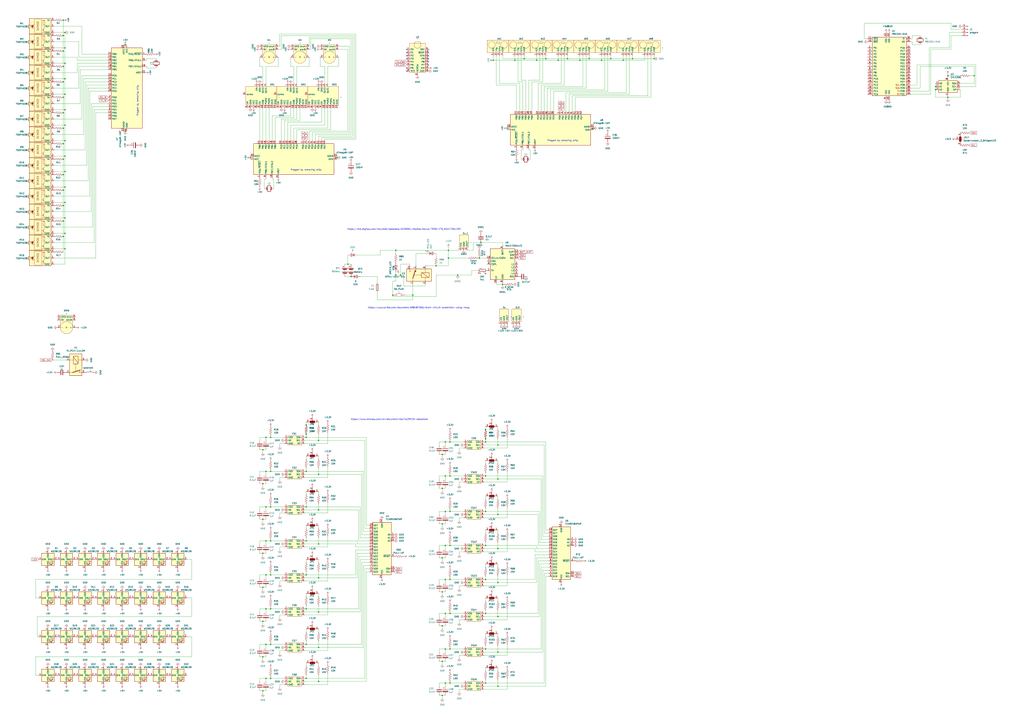
<source format=kicad_sch>
(kicad_sch (version 20250114) (generator "eeschema") (generator_version "9.0")
  (paper "A1")
  (text "Progam by removing chip." (at 251.46 139.7 0) (effects (font (size 1.27 1.27))))
  (text "https://www.renesas.com/en/document/dst/isl29125-datasheet" (at 319.786 344.678 0) (effects (font (size 1.27 1.27))))
  (text "Progam by removing chip." (at 113.03 82.55 90) (effects (font (size 1.27 1.27))))
  (text "https://www.scribd.com/document/698487550/short-circuit-protection-using-relay" (at 343.916 252.984 0) (effects (font (size 1.27 1.27))))
  (text "Progam by removing chip." (at 462.28 115.57 0) (effects (font (size 1.27 1.27))))
  (text "https://mm.digikey.com/Volume0/opasdata/d220001/medias/docus/7030/175_MAX17261.PDF" (at 331.978 188.468 0) (effects (font (size 1.27 1.27))))
  (junction (at 52.07 67.31))
  (junction (at 52.07 54.61))
  (junction (at 458.47 49.53))
  (junction (at 365.76 561.34))
  (junction (at 53.34 39.37))
  (junction (at 800.1 62.23))
  (junction (at 53.34 77.47))
  (junction (at 405.13 49.53))
  (junction (at 408.94 506.73))
  (junction (at 222.25 387.35))
  (junction (at 215.9 369.57))
  (junction (at 358.14 218.44))
  (junction (at 53.34 140.97))
  (junction (at 398.78 476.25))
  (junction (at 365.76 504.19))
  (junction (at 52.07 80.01))
  (junction (at 53.34 191.77))
  (junction (at 52.07 92.71))
  (junction (at 408.94 422.91))
  (junction (at 393.7 212.09))
  (junction (at 52.07 105.41))
  (junction (at 53.34 115.57))
  (junction (at 215.9 539.75))
  (junction (at 369.57 363.22))
  (junction (at 476.25 49.53))
  (junction (at 416.56 105.41))
  (junction (at 261.62 560.07))
  (junction (at 218.44 557.53))
  (junction (at 363.22 571.5))
  (junction (at 398.78 504.19))
  (junction (at 261.62 447.04))
  (junction (at 408.94 365.76))
  (junction (at 52.07 194.31))
  (junction (at 369.57 533.4))
  (junction (at 261.62 419.1))
  (junction (at 102.87 107.95))
  (junction (at 251.46 359.41))
  (junction (at 218.44 529.59))
  (junction (at 375.92 226.06))
  (junction (at 261.62 389.89))
  (junction (at 408.94 563.88))
  (junction (at 398.78 420.37))
  (junction (at 483.87 48.26))
  (junction (at 215.9 454.66))
  (junction (at 288.29 227.33))
  (junction (at 325.12 205.74))
  (junction (at 251.46 416.56))
  (junction (at 448.31 48.26))
  (junction (at 102.87 36.83))
  (junction (at 322.58 242.57))
  (junction (at 215.9 397.51))
  (junction (at 365.76 391.16))
  (junction (at 363.22 543.56))
  (junction (at 222.25 557.53))
  (junction (at 408.94 478.79))
  (junction (at 52.07 168.91))
  (junction (at 261.62 532.13))
  (junction (at 218.44 444.5))
  (junction (at 222.25 359.41))
  (junction (at 53.34 179.07))
  (junction (at 215.9 510.54))
  (junction (at 53.34 166.37))
  (junction (at 398.78 533.4))
  (junction (at 408.94 535.94))
  (junction (at 778.51 62.23))
  (junction (at 52.07 143.51))
  (junction (at 369.57 504.19))
  (junction (at 408.94 393.7))
  (junction (at 261.62 361.95))
  (junction (at 501.65 48.26))
  (junction (at 369.57 476.25))
  (junction (at 251.46 387.35))
  (junction (at 52.07 16.51))
  (junction (at 519.43 48.26))
  (junction (at 53.34 26.67))
  (junction (at 768.35 73.66))
  (junction (at 52.07 181.61))
  (junction (at 339.09 242.57))
  (junction (at 398.78 363.22))
  (junction (at 52.07 118.11))
  (junction (at 328.93 226.06))
  (junction (at 365.76 420.37))
  (junction (at 285.75 217.17))
  (junction (at 222.25 444.5))
  (junction (at 52.07 156.21))
  (junction (at 218.44 359.41))
  (junction (at 369.57 391.16))
  (junction (at 422.91 49.53))
  (junction (at 369.57 448.31))
  (junction (at 222.25 416.56))
  (junction (at 487.68 105.41))
  (junction (at 440.69 49.53))
  (junction (at 398.78 391.16))
  (junction (at 365.76 533.4))
  (junction (at 511.81 49.53))
  (junction (at 251.46 500.38))
  (junction (at 261.62 474.98))
  (junction (at 215.9 426.72))
  (junction (at 218.44 500.38))
  (junction (at 251.46 356.87))
  (junction (at 53.34 204.47))
  (junction (at 251.46 349.25))
  (junction (at 52.07 29.21))
  (junction (at 363.22 373.38))
  (junction (at 53.34 64.77))
  (junction (at 368.3 212.09))
  (junction (at 52.07 130.81))
  (junction (at 251.46 557.53))
  (junction (at 408.94 450.85))
  (junction (at 369.57 561.34))
  (junction (at 53.34 102.87))
  (junction (at 261.62 502.92))
  (junction (at 325.12 226.06))
  (junction (at 365.76 448.31))
  (junction (at 222.25 500.38))
  (junction (at 218.44 472.44))
  (junction (at 276.86 129.54))
  (junction (at 363.22 514.35))
  (junction (at 222.25 529.59))
  (junction (at 494.03 49.53))
  (junction (at 368.3 205.74))
  (junction (at 53.34 153.67))
  (junction (at 363.22 486.41))
  (junction (at 363.22 401.32))
  (junction (at 251.46 529.59))
  (junction (at 363.22 458.47))
  (junction (at 430.53 48.26))
  (junction (at 205.74 129.54))
  (junction (at 778.51 80.01))
  (junction (at 412.75 233.68))
  (junction (at 251.46 472.44))
  (junction (at 394.97 199.39))
  (junction (at 53.34 128.27))
  (junction (at 222.25 472.44))
  (junction (at 53.34 52.07))
  (junction (at 218.44 416.56))
  (junction (at 537.21 48.26))
  (junction (at 251.46 444.5))
  (junction (at 365.76 363.22))
  (junction (at 215.9 567.69))
  (junction (at 215.9 482.6))
  (junction (at 363.22 430.53))
  (junction (at 398.78 353.06))
  (junction (at 52.07 41.91))
  (junction (at 365.76 476.25))
  (junction (at 398.78 561.34))
  (junction (at 53.34 90.17))
  (junction (at 218.44 387.35))
  (junction (at 398.78 448.31))
  (junction (at 369.57 420.37))
  (junction (at 768.35 71.12))
  (junction (at 398.78 360.68))
  (junction (at 466.09 48.26))
  (no_connect (at 351.79 50.8))
  (no_connect (at 334.01 48.26))
  (no_connect (at 351.79 48.26))
  (no_connect (at 334.01 58.42))
  (no_connect (at 334.01 43.18))
  (no_connect (at 334.01 55.88))
  (no_connect (at 351.79 53.34))
  (no_connect (at 334.01 45.72))
  (no_connect (at 351.79 40.64))
  (no_connect (at 334.01 40.64))
  (no_connect (at 351.79 43.18))
  (no_connect (at 351.79 45.72))
  (wire (pts (xy 30.48 506.73) (xy 30.48 523.24)))
  (wire (pts (xy 69.85 67.31) (xy 69.85 123.19)))
  (wire (pts (xy 447.04 471.17) (xy 447.04 561.34)))
  (wire (pts (xy 298.45 464.82) (xy 303.53 464.82)))
  (wire (pts (xy 229.87 364.49) (xy 233.68 364.49)))
  (wire (pts (xy 444.5 466.09) (xy 450.85 466.09)))
  (wire (pts (xy 788.67 62.23) (xy 778.51 62.23)))
  (wire (pts (xy 297.18 462.28) (xy 303.53 462.28)))
  (wire (pts (xy 223.52 95.25) (xy 223.52 115.57)))
  (wire (pts (xy 261.62 431.8) (xy 261.62 434.34)))
  (wire (pts (xy 464.82 91.44) (xy 464.82 76.2)))
  (wire (pts (xy 276.86 128.27) (xy 276.86 129.54)))
  (wire (pts (xy 398.78 378.46) (xy 398.78 381)))
  (wire (pts (xy 768.35 73.66) (xy 768.35 80.01)))
  (wire (pts (xy 365.76 476.25) (xy 360.68 476.25)))
  (wire (pts (xy 231.14 40.64) (xy 231.14 29.21)))
  (wire (pts (xy 365.76 504.19) (xy 369.57 504.19)))
  (wire (pts (xy 251.46 529.59) (xy 297.18 529.59)))
  (wire (pts (xy 778.51 62.23) (xy 778.51 63.5)))
  (wire (pts (xy 360.68 458.47) (xy 363.22 458.47)))
  (wire (pts (xy 213.36 397.51) (xy 215.9 397.51)))
  (wire (pts (xy 120.65 49.53) (xy 119.38 49.53)))
  (wire (pts (xy 213.36 510.54) (xy 215.9 510.54)))
  (wire (pts (xy 215.9 567.69) (xy 218.44 567.69)))
  (wire (pts (xy 213.36 54.61) (xy 213.36 46.99)))
  (wire (pts (xy 72.39 148.59) (xy 44.45 148.59)))
  (wire (pts (xy 205.74 128.27) (xy 205.74 129.54)))
  (wire (pts (xy 251.46 356.87) (xy 251.46 359.41)))
  (wire (pts (xy 398.78 533.4) (xy 444.5 533.4)))
  (wire (pts (xy 363.22 430.53) (xy 363.22 433.07)))
  (wire (pts (xy 476.25 45.72) (xy 476.25 49.53)))
  (wire (pts (xy 416.56 453.39) (xy 416.56 444.5)))
  (wire (pts (xy 101.6 36.83) (xy 102.87 36.83)))
  (wire (pts (xy 229.87 424.18) (xy 229.87 421.64)))
  (wire (pts (xy 285.75 209.55) (xy 285.75 217.17)))
  (wire (pts (xy 44.45 161.29) (xy 73.66 161.29)))
  (wire (pts (xy 29.21 476.25) (xy 29.21 491.49)))
  (wire (pts (xy 458.47 49.53) (xy 476.25 49.53)))
  (wire (pts (xy 52.07 41.91) (xy 52.07 54.61)))
  (wire (pts (xy 426.72 68.58) (xy 426.72 91.44)))
  (wire (pts (xy 222.25 416.56) (xy 233.68 416.56)))
  (wire (pts (xy 472.44 80.01) (xy 534.67 80.01)))
  (wire (pts (xy 255.27 40.64) (xy 255.27 31.75)))
  (wire (pts (xy 215.9 426.72) (xy 218.44 426.72)))
  (wire (pts (xy 285.75 217.17) (xy 288.29 217.17)))
  (wire (pts (xy 250.19 421.64) (xy 269.24 421.64)))
  (wire (pts (xy 749.3 34.29) (xy 748.03 34.29)))
  (wire (pts (xy 218.44 416.56) (xy 213.36 416.56)))
  (wire (pts (xy 72.39 72.39) (xy 72.39 148.59)))
  (wire (pts (xy 44.45 64.77) (xy 53.34 64.77)))
  (wire (pts (xy 408.94 506.73) (xy 443.23 506.73)))
  (wire (pts (xy 218.44 500.38) (xy 222.25 500.38)))
  (wire (pts (xy 450.85 438.15) (xy 447.04 438.15)))
  (wire (pts (xy 218.44 557.53) (xy 222.25 557.53)))
  (wire (pts (xy 481.33 72.39) (xy 481.33 45.72)))
  (wire (pts (xy 64.77 34.29) (xy 44.45 34.29)))
  (wire (pts (xy 755.65 36.83) (xy 749.3 36.83)))
  (wire (pts (xy 779.78 39.37) (xy 779.78 26.67)))
  (wire (pts (xy 241.3 115.57) (xy 241.3 105.41)))
  (wire (pts (xy 266.7 114.3) (xy 266.7 115.57)))
  (wire (pts (xy 397.51 563.88) (xy 408.94 563.88)))
  (wire (pts (xy 422.91 49.53) (xy 422.91 45.72)))
  (wire (pts (xy 68.58 64.77) (xy 88.9 64.77)))
  (wire (pts (xy 205.74 129.54) (xy 205.74 130.81)))
  (wire (pts (xy 788.67 80.01) (xy 778.51 80.01)))
  (wire (pts (xy 251.46 497.84) (xy 251.46 500.38)))
  (wire (pts (xy 52.07 143.51) (xy 52.07 156.21)))
  (wire (pts (xy 369.57 419.1) (xy 369.57 420.37)))
  (wire (pts (xy 435.61 123.19) (xy 434.34 123.19)))
  (wire (pts (xy 408.94 393.7) (xy 444.5 393.7)))
  (wire (pts (xy 218.44 88.9) (xy 218.44 115.57)))
  (wire (pts (xy 422.91 49.53) (xy 440.69 49.53)))
  (wire (pts (xy 218.44 529.59) (xy 213.36 529.59)))
  (wire (pts (xy 336.55 217.17) (xy 336.55 218.44)))
  (wire (pts (xy 303.53 444.5) (xy 294.64 444.5)))
  (wire (pts (xy 408.94 535.94) (xy 445.77 535.94)))
  (wire (pts (xy 365.76 391.16) (xy 360.68 391.16)))
  (wire (pts (xy 261.62 111.76) (xy 261.62 115.57)))
  (wire (pts (xy 29.21 554.99) (xy 31.75 554.99)))
  (wire (pts (xy 269.24 562.61) (xy 269.24 553.72)))
  (wire (pts (xy 377.19 568.96) (xy 377.19 566.42)))
  (wire (pts (xy 153.67 491.49) (xy 157.48 491.49)))
  (wire (pts (xy 261.62 469.9) (xy 261.62 474.98)))
  (wire (pts (xy 251.46 554.99) (xy 251.46 557.53)))
  (wire (pts (xy 250.19 419.1) (xy 261.62 419.1)))
  (wire (pts (xy 436.88 91.44) (xy 436.88 67.31)))
  (wire (pts (xy 365.76 448.31) (xy 360.68 448.31)))
  (wire (pts (xy 53.34 102.87) (xy 53.34 115.57)))
  (wire (pts (xy 218.44 500.38) (xy 218.44 502.92)))
  (wire (pts (xy 289.56 111.76) (xy 261.62 111.76)))
  (wire (pts (xy 261.62 447.04) (xy 292.1 447.04)))
  (wire (pts (xy 269.24 449.58) (xy 269.24 440.69)))
  (wire (pts (xy 44.45 39.37) (xy 53.34 39.37)))
  (wire (pts (xy 261.62 361.95) (xy 299.72 361.95)))
  (wire (pts (xy 519.43 45.72) (xy 519.43 48.26)))
  (wire (pts (xy 365.76 448.31) (xy 365.76 450.85)))
  (wire (pts (xy 788.67 73.66) (xy 788.67 80.01)))
  (wire (pts (xy 398.78 520.7) (xy 398.78 523.24)))
  (wire (pts (xy 261.62 502.92) (xy 295.91 502.92)))
  (wire (pts (xy 128.27 55.88) (xy 120.65 55.88)))
  (wire (pts (xy 251.46 416.56) (xy 295.91 416.56)))
  (wire (pts (xy 251.46 414.02) (xy 251.46 416.56)))
  (wire (pts (xy 303.53 439.42) (xy 297.18 439.42)))
  (wire (pts (xy 218.44 444.5) (xy 218.44 447.04)))
  (wire (pts (xy 44.45 21.59) (xy 67.31 21.59)))
  (wire (pts (xy 250.19 364.49) (xy 269.24 364.49)))
  (wire (pts (xy 377.19 455.93) (xy 377.19 453.39)))
  (wire (pts (xy 303.53 449.58) (xy 292.1 449.58)))
  (wire (pts (xy 519.43 48.26) (xy 537.21 48.26)))
  (wire (pts (xy 238.76 46.99) (xy 238.76 54.61)))
  (wire (pts (xy 295.91 416.56) (xy 295.91 441.96)))
  (wire (pts (xy 261.62 346.71) (xy 261.62 349.25)))
  (wire (pts (xy 412.75 199.39) (xy 412.75 201.93)))
  (wire (pts (xy 229.87 477.52) (xy 233.68 477.52)))
  (wire (pts (xy 365.76 420.37) (xy 369.57 420.37)))
  (wire (pts (xy 358.14 243.84) (xy 358.14 226.06)))
  (wire (pts (xy 363.22 401.32) (xy 365.76 401.32)))
  (wire (pts (xy 369.57 476.25) (xy 381 476.25)))
  (wire (pts (xy 215.9 397.51) (xy 215.9 400.05)))
  (wire (pts (xy 246.38 99.06) (xy 246.38 88.9)))
  (wire (pts (xy 466.09 48.26) (xy 466.09 45.72)))
  (wire (pts (xy 778.51 80.01) (xy 778.51 81.28)))
  (wire (pts (xy 398.78 388.62) (xy 398.78 391.16)))
  (wire (pts (xy 44.45 59.69) (xy 63.5 59.69)))
  (wire (pts (xy 448.31 563.88) (xy 448.31 473.71)))
  (wire (pts (xy 261.62 419.1) (xy 294.64 419.1)))
  (wire (pts (xy 251.46 403.86) (xy 251.46 406.4)))
  (wire (pts (xy 222.25 529.59) (xy 233.68 529.59)))
  (wire (pts (xy 283.21 217.17) (xy 285.75 217.17)))
  (wire (pts (xy 408.94 478.79) (xy 440.69 478.79)))
  (wire (pts (xy 102.87 107.95) (xy 104.14 107.95)))
  (wire (pts (xy 213.36 387.35) (xy 213.36 389.89)))
  (wire (pts (xy 101.6 107.95) (xy 102.87 107.95)))
  (wire (pts (xy 494.03 49.53) (xy 494.03 45.72)))
  (wire (pts (xy 749.3 29.21) (xy 755.65 29.21)))
  (wire (pts (xy 292.1 472.44) (xy 292.1 452.12)))
  (wire (pts (xy 397.51 448.31) (xy 398.78 448.31)))
  (wire (pts (xy 250.19 500.38) (xy 251.46 500.38)))
  (wire (pts (xy 748.03 31.75) (xy 749.3 31.75)))
  (wire (pts (xy 290.83 29.21) (xy 290.83 113.03)))
  (wire (pts (xy 369.57 532.13) (xy 369.57 533.4)))
  (wire (pts (xy 254 107.95) (xy 285.75 107.95)))
  (wire (pts (xy 300.99 560.07) (xy 300.99 469.9)))
  (wire (pts (xy 328.93 226.06) (xy 328.93 217.17)))
  (wire (pts (xy 712.47 31.75) (xy 709.93 31.75)))
  (wire (pts (xy 408.94 473.71) (xy 408.94 478.79)))
  (wire (pts (xy 408.94 417.83) (xy 408.94 422.91)))
  (wire (pts (xy 368.3 203.2) (xy 368.3 205.74)))
  (wire (pts (xy 294.64 457.2) (xy 303.53 457.2)))
  (wire (pts (xy 801.37 71.12) (xy 788.67 71.12)))
  (wire (pts (xy 363.22 373.38) (xy 363.22 375.92)))
  (wire (pts (xy 532.13 78.74) (xy 532.13 45.72)))
  (wire (pts (xy 102.87 36.83) (xy 104.14 36.83)))
  (wire (pts (xy 266.7 102.87) (xy 266.7 88.9)))
  (wire (pts (xy 120.65 55.88) (xy 120.65 54.61)))
  (wire (pts (xy 405.13 45.72) (xy 405.13 49.53)))
  (wire (pts (xy 78.74 212.09) (xy 44.45 212.09)))
  (wire (pts (xy 441.96 91.44) (xy 441.96 68.58)))
  (wire (pts (xy 294.64 500.38) (xy 294.64 457.2)))
  (wire (pts (xy 449.58 72.39) (xy 481.33 72.39)))
  (wire (pts (xy 363.22 486.41) (xy 363.22 488.95)))
  (wire (pts (xy 231.14 97.79) (xy 243.84 97.79)))
  (wire (pts (xy 157.48 506.73) (xy 30.48 506.73)))
  (wire (pts (xy 222.25 471.17) (xy 222.25 472.44)))
  (wire (pts (xy 288.29 31.75) (xy 288.29 110.49)))
  (wire (pts (xy 416.56 368.3) (xy 416.56 359.41)))
  (wire (pts (xy 408.94 450.85) (xy 439.42 450.85)))
  (wire (pts (xy 52.07 80.01) (xy 52.07 92.71)))
  (wire (pts (xy 243.84 54.61) (xy 254 54.61)))
  (wire (pts (xy 365.76 363.22) (xy 369.57 363.22)))
  (wire (pts (xy 218.44 557.53) (xy 213.36 557.53)))
  (wire (pts (xy 349.25 218.44) (xy 358.14 218.44)))
  (wire (pts (xy 293.37 474.98) (xy 293.37 454.66)))
  (wire (pts (xy 408.94 530.86) (xy 408.94 535.94)))
  (wire (pts (xy 251.46 441.96) (xy 251.46 444.5)))
  (wire (pts (xy 441.96 68.58) (xy 461.01 68.58)))
  (wire (pts (xy 511.81 45.72) (xy 511.81 49.53)))
  (wire (pts (xy 397.51 566.42) (xy 416.56 566.42)))
  (wire (pts (xy 222.25 359.41) (xy 233.68 359.41)))
  (wire (pts (xy 365.76 363.22) (xy 365.76 365.76)))
  (wire (pts (xy 261.62 374.65) (xy 261.62 377.19)))
  (wire (pts (xy 88.9 87.63) (xy 76.2 87.63)))
  (wire (pts (xy 388.62 205.74) (xy 388.62 199.39)))
  (wire (pts (xy 377.19 427.99) (xy 377.19 425.45)))
  (wire (pts (xy 397.51 476.25) (xy 398.78 476.25)))
  (wire (pts (xy 63.5 46.99) (xy 63.5 49.53)))
  (wire (pts (xy 251.46 557.53) (xy 299.72 557.53)))
  (wire (pts (xy 416.56 105.41) (xy 416.56 106.68)))
  (wire (pts (xy 365.76 476.25) (xy 369.57 476.25)))
  (wire (pts (xy 443.23 420.37) (xy 443.23 445.77)))
  (wire (pts (xy 250.19 472.44) (xy 251.46 472.44)))
  (wire (pts (xy 88.9 62.23) (xy 67.31 62.23)))
  (wire (pts (xy 218.44 387.35) (xy 213.36 387.35)))
  (wire (pts (xy 487.68 104.14) (xy 487.68 105.41)))
  (wire (pts (xy 266.7 54.61) (xy 262.89 54.61)))
  (wire (pts (xy 254 40.64) (xy 255.27 40.64)))
  (wire (pts (xy 213.36 472.44) (xy 213.36 474.98)))
  (wire (pts (xy 261.62 516.89) (xy 261.62 519.43)))
  (wire (pts (xy 271.78 106.68) (xy 271.78 88.9)))
  (wire (pts (xy 501.65 48.26) (xy 519.43 48.26)))
  (wire (pts (xy 63.5 59.69) (xy 63.5 52.07)))
  (wire (pts (xy 218.44 387.35) (xy 218.44 389.89)))
  (wire (pts (xy 441.96 504.19) (xy 441.96 461.01)))
  (wire (pts (xy 261.62 384.81) (xy 261.62 389.89)))
  (wire (pts (xy 71.12 135.89) (xy 71.12 69.85)))
  (wire (pts (xy 397.51 538.48) (xy 416.56 538.48)))
  (wire (pts (xy 427.99 130.81) (xy 427.99 123.19)))
  (wire (pts (xy 303.53 467.36) (xy 299.72 467.36)))
  (wire (pts (xy 52.07 130.81) (xy 52.07 143.51)))
  (wire (pts (xy 285.75 40.64) (xy 285.75 107.95)))
  (wire (pts (xy 215.9 539.75) (xy 218.44 539.75)))
  (wire (pts (xy 397.51 368.3) (xy 416.56 368.3)))
  (wire (pts (xy 68.58 110.49) (xy 68.58 64.77)))
  (wire (pts (xy 377.19 398.78) (xy 377.19 396.24)))
  (wire (pts (xy 408.94 558.8) (xy 408.94 563.88)))
  (wire (pts (xy 120.65 48.26) (xy 120.65 49.53)))
  (wire (pts (xy 398.78 360.68) (xy 398.78 363.22)))
  (wire (pts (xy 363.22 514.35) (xy 363.22 516.89)))
  (wire (pts (xy 44.45 46.99) (xy 63.5 46.99)))
  (wire (pts (xy 67.31 97.79) (xy 44.45 97.79)))
  (wire (pts (xy 292.1 114.3) (xy 266.7 114.3)))
  (wire (pts (xy 222.25 556.26) (xy 222.25 557.53)))
  (wire (pts (xy 261.62 459.74) (xy 261.62 462.28)))
  (wire (pts (xy 69.85 123.19) (xy 44.45 123.19)))
  (wire (pts (xy 464.82 76.2) (xy 514.35 76.2)))
  (wire (pts (xy 377.19 370.84) (xy 377.19 368.3)))
  (wire (pts (xy 430.53 48.26) (xy 430.53 45.72)))
  (wire (pts (xy 222.25 499.11) (xy 222.25 500.38)))
  (wire (pts (xy 250.19 534.67) (xy 269.24 534.67)))
  (wire (pts (xy 53.34 166.37) (xy 53.34 179.07)))
  (wire (pts (xy 250.19 474.98) (xy 261.62 474.98)))
  (wire (pts (xy 753.11 69.85) (xy 753.11 53.34)))
  (wire (pts (xy 755.65 54.61) (xy 800.1 54.61)))
  (wire (pts (xy 309.88 232.41) (xy 309.88 227.33)))
  (wire (pts (xy 429.26 91.44) (xy 429.26 67.31)))
  (wire (pts (xy 753.11 53.34) (xy 801.37 53.34)))
  (wire (pts (xy 222.25 386.08) (xy 222.25 387.35)))
  (wire (pts (xy 387.35 222.25) (xy 392.43 222.25)))
  (wire (pts (xy 365.76 504.19) (xy 365.76 506.73)))
  (wire (pts (xy 412.75 48.26) (xy 430.53 48.26)))
  (wire (pts (xy 375.92 226.06) (xy 387.35 226.06)))
  (wire (pts (xy 229.87 367.03) (xy 229.87 364.49)))
  (wire (pts (xy 53.34 39.37) (xy 53.34 52.07)))
  (wire (pts (xy 325.12 205.74) (xy 368.3 205.74)))
  (wire (pts (xy 397.51 561.34) (xy 398.78 561.34)))
  (wire (pts (xy 360.68 514.35) (xy 363.22 514.35)))
  (wire (pts (xy 369.57 533.4) (xy 381 533.4)))
  (wire (pts (xy 52.07 54.61) (xy 52.07 67.31)))
  (wire (pts (xy 215.9 68.58) (xy 215.9 54.61)))
  (wire (pts (xy 298.45 532.13) (xy 298.45 464.82)))
  (wire (pts (xy 368.3 205.74) (xy 368.3 212.09)))
  (wire (pts (xy 363.22 373.38) (xy 365.76 373.38)))
  (wire (pts (xy 416.56 104.14) (xy 416.56 105.41)))
  (wire (pts (xy 445.77 440.69) (xy 450.85 440.69)))
  (wire (pts (xy 229.87 562.61) (xy 233.68 562.61)))
  (wire (pts (xy 363.22 543.56) (xy 363.22 546.1)))
  (wire (pts (xy 53.34 115.57) (xy 53.34 128.27)))
  (wire (pts (xy 44.45 191.77) (xy 53.34 191.77)))
  (wire (pts (xy 241.3 96.52) (xy 241.3 88.9)))
  (wire (pts (xy 408.94 491.49) (xy 408.94 494.03)))
  (wire (pts (xy 217.17 147.32) (xy 218.44 147.32)))
  (wire (pts (xy 749.3 36.83) (xy 749.3 34.29)))
  (wire (pts (xy 218.44 359.41) (xy 218.44 361.95)))
  (wire (pts (xy 369.57 391.16) (xy 381 391.16)))
  (wire (pts (xy 398.78 407.67) (xy 398.78 410.21)))
  (wire (pts (xy 53.34 64.77) (xy 53.34 77.47)))
  (wire (pts (xy 439.42 476.25) (xy 439.42 455.93)))
  (wire (pts (xy 440.69 478.79) (xy 440.69 458.47)))
  (wire (pts (xy 264.16 115.57) (xy 264.16 113.03)))
  (wire (pts (xy 800.1 68.58) (xy 788.67 68.58)))
  (wire (pts (xy 494.03 49.53) (xy 511.81 49.53)))
  (wire (pts (xy 408.94 520.7) (xy 408.94 523.24)))
  (wire (pts (xy 269.24 68.58) (xy 269.24 54.61)))
  (wire (pts (xy 251.46 500.38) (xy 294.64 500.38)))
  (wire (pts (xy 369.57 560.07) (xy 369.57 561.34)))
  (wire (pts (xy 447.04 91.44) (xy 447.04 71.12)))
  (wire (pts (xy 397.51 509.27) (xy 416.56 509.27)))
  (wire (pts (xy 387.35 226.06) (xy 387.35 222.25)))
  (wire (pts (xy 435.61 130.81) (xy 435.61 123.19)))
  (wire (pts (xy 128.27 48.26) (xy 120.65 48.26)))
  (wire (pts (xy 29.21 539.75) (xy 29.21 554.99)))
  (wire (pts (xy 443.23 463.55) (xy 450.85 463.55)))
  (wire (pts (xy 53.34 52.07) (xy 53.34 64.77)))
  (wire (pts (xy 496.57 73.66) (xy 496.57 45.72)))
  (wire (pts (xy 77.47 90.17) (xy 88.9 90.17)))
  (wire (pts (xy 365.76 420.37) (xy 360.68 420.37)))
  (wire (pts (xy 269.24 54.61) (xy 278.13 54.61)))
  (wire (pts (xy 429.26 67.31) (xy 425.45 67.31)))
  (wire (pts (xy 228.6 54.61) (xy 228.6 46.99)))
  (wire (pts (xy 472.44 91.44) (xy 472.44 80.01)))
  (wire (pts (xy 709.93 31.75) (xy 709.93 19.05)))
  (wire (pts (xy 256.54 109.22) (xy 287.02 109.22)))
  (wire (pts (xy 748.03 72.39) (xy 755.65 72.39)))
  (wire (pts (xy 261.62 389.89) (xy 297.18 389.89)))
  (wire (pts (xy 312.42 205.74) (xy 312.42 209.55)))
  (wire (pts (xy 241.3 105.41) (xy 269.24 105.41)))
  (wire (pts (xy 261.62 403.86) (xy 261.62 406.4)))
  (wire (pts (xy 778.51 78.74) (xy 778.51 80.01)))
  (wire (pts (xy 287.02 38.1) (xy 287.02 109.22)))
  (wire (pts (xy 229.87 505.46) (xy 233.68 505.46)))
  (wire (pts (xy 295.91 459.74) (xy 303.53 459.74)))
  (wire (pts (xy 322.58 231.14) (xy 325.12 231.14)))
  (wire (pts (xy 441.96 461.01) (xy 450.85 461.01)))
  (wire (pts (xy 461.01 68.58) (xy 461.01 45.72)))
  (wire (pts (xy 369.57 363.22) (xy 381 363.22)))
  (wire (pts (xy 261.62 527.05) (xy 261.62 532.13)))
  (wire (pts (xy 88.9 72.39) (xy 72.39 72.39)))
  (wire (pts (xy 501.65 48.26) (xy 501.65 45.72)))
  (wire (pts (xy 293.37 444.5) (xy 293.37 447.04)))
  (wire (pts (xy 383.54 205.74) (xy 388.62 205.74)))
  (wire (pts (xy 218.44 529.59) (xy 222.25 529.59)))
  (wire (pts (xy 365.76 363.22) (xy 360.68 363.22)))
  (wire (pts (xy 295.91 502.92) (xy 295.91 459.74)))
  (wire (pts (xy 430.53 48.26) (xy 448.31 48.26)))
  (wire (pts (xy 440.69 458.47) (xy 450.85 458.47)))
  (wire (pts (xy 312.42 205.74) (xy 325.12 205.74)))
  (wire (pts (xy 269.24 421.64) (xy 269.24 412.75)))
  (wire (pts (xy 215.9 510.54) (xy 218.44 510.54)))
  (wire (pts (xy 358.14 226.06) (xy 375.92 226.06)))
  (wire (pts (xy 416.56 566.42) (xy 416.56 557.53)))
  (wire (pts (xy 53.34 77.47) (xy 53.34 90.17)))
  (wire (pts (xy 444.5 443.23) (xy 444.5 393.7)))
  (wire (pts (xy 439.42 453.39) (xy 439.42 450.85)))
  (wire (pts (xy 53.34 204.47) (xy 53.34 217.17)))
  (wire (pts (xy 63.5 49.53) (xy 88.9 49.53)))
  (wire (pts (xy 52.07 118.11) (xy 52.07 130.81)))
  (wire (pts (xy 360.68 373.38) (xy 363.22 373.38)))
  (wire (pts (xy 222.25 387.35) (xy 233.68 387.35)))
  (wire (pts (xy 416.56 425.45) (xy 416.56 416.56)))
  (wire (pts (xy 215.9 54.61) (xy 213.36 54.61)))
  (wire (pts (xy 289.56 30.48) (xy 289.56 111.76)))
  (wire (pts (xy 261.62 544.83) (xy 261.62 547.37)))
  (wire (pts (xy 469.9 91.44) (xy 469.9 78.74)))
  (wire (pts (xy 445.77 67.31) (xy 445.77 45.72)))
  (wire (pts (xy 299.72 434.34) (xy 299.72 361.95)))
  (wire (pts (xy 369.57 361.95) (xy 369.57 363.22)))
  (wire (pts (xy 222.25 528.32) (xy 222.25 529.59)))
  (wire (pts (xy 254 54.61) (xy 254 46.99)))
  (wire (pts (xy 365.76 561.34) (xy 365.76 563.88)))
  (wire (pts (xy 349.25 233.68) (xy 349.25 234.95)))
  (wire (pts (xy 440.69 45.72) (xy 440.69 49.53)))
  (wire (pts (xy 228.6 40.64) (xy 231.14 40.64)))
  (wire (pts (xy 439.42 455.93) (xy 450.85 455.93)))
  (wire (pts (xy 44.45 77.47) (xy 53.34 77.47)))
  (wire (pts (xy 450.85 471.17) (xy 447.04 471.17)))
  (wire (pts (xy 388.62 199.39) (xy 394.97 199.39)))
  (wire (pts (xy 226.06 115.57) (xy 226.06 96.52)))
  (wire (pts (xy 377.19 453.39) (xy 381 453.39)))
  (wire (pts (xy 292.1 27.94) (xy 292.1 114.3)))
  (wire (pts (xy 229.87 452.12) (xy 229.87 449.58)))
  (wire (pts (xy 222.25 557.53) (xy 233.68 557.53)))
  (wire (pts (xy 269.24 505.46) (xy 269.24 496.57)))
  (wire (pts (xy 397.51 365.76) (xy 408.94 365.76)))
  (wire (pts (xy 243.84 115.57) (xy 243.84 106.68)))
  (wire (pts (xy 53.34 128.27) (xy 53.34 140.97)))
  (wire (pts (xy 220.98 88.9) (xy 220.98 115.57)))
  (wire (pts (xy 537.21 48.26) (xy 537.21 45.72)))
  (wire (pts (xy 369.57 448.31) (xy 381 448.31)))
  (wire (pts (xy 218.44 472.44) (xy 213.36 472.44)))
  (wire (pts (xy 233.68 99.06) (xy 233.68 115.57)))
  (wire (pts (xy 447.04 438.15) (xy 447.04 365.76)))
  (wire (pts (xy 377.19 511.81) (xy 377.19 509.27)))
  (wire (pts (xy 360.68 476.25) (xy 360.68 478.79)))
  (wire (pts (xy 444.5 91.44) (xy 444.5 69.85)))
  (wire (pts (xy 213.36 500.38) (xy 213.36 502.92)))
  (wire (pts (xy 215.9 567.69) (xy 215.9 570.23)))
  (wire (pts (xy 325.12 226.06) (xy 328.93 226.06)))
  (wire (pts (xy 44.45 52.07) (xy 53.34 52.07)))
  (wire (pts (xy 44.45 110.49) (xy 68.58 110.49)))
  (wire (pts (xy 261.62 474.98) (xy 293.37 474.98)))
  (wire (pts (xy 408.94 350.52) (xy 408.94 353.06)))
  (wire (pts (xy 254 38.1) (xy 254 30.48)))
  (wire (pts (xy 293.37 447.04) (xy 303.53 447.04)))
  (wire (pts (xy 229.87 480.06) (xy 229.87 477.52)))
  (wire (pts (xy 67.31 44.45) (xy 88.9 44.45)))
  (wire (pts (xy 215.9 88.9) (xy 215.9 115.57)))
  (wire (pts (xy 213.36 369.57) (xy 215.9 369.57)))
  (wire (pts (xy 269.24 477.52) (xy 269.24 468.63)))
  (wire (pts (xy 44.45 135.89) (xy 71.12 135.89)))
  (wire (pts (xy 339.09 242.57) (xy 339.09 233.68)))
  (wire (pts (xy 251.46 487.68) (xy 251.46 490.22)))
  (wire (pts (xy 397.51 391.16) (xy 398.78 391.16)))
  (wire (pts (xy 218.44 68.58) (xy 218.44 54.61)))
  (wire (pts (xy 398.78 473.71) (xy 398.78 476.25)))
  (wire (pts (xy 325.12 205.74) (xy 325.12 208.28)))
  (wire (pts (xy 238.76 88.9) (xy 238.76 95.25)))
  (wire (pts (xy 261.62 560.07) (xy 300.99 560.07)))
  (wire (pts (xy 215.9 454.66) (xy 218.44 454.66)))
  (wire (pts (xy 424.18 91.44) (xy 424.18 69.85)))
  (wire (pts (xy 483.87 48.26) (xy 501.65 48.26)))
  (wire (pts (xy 369.57 447.04) (xy 369.57 448.31)))
  (wire (pts (xy 434.34 66.04) (xy 443.23 66.04)))
  (wire (pts (xy 88.9 54.61) (xy 64.77 54.61)))
  (wire (pts (xy 363.22 430.53) (xy 365.76 430.53)))
  (wire (pts (xy 801.37 53.34) (xy 801.37 71.12)))
  (wire (pts (xy 397.51 393.7) (xy 408.94 393.7)))
  (wire (pts (xy 76.2 186.69) (xy 44.45 186.69)))
  (wire (pts (xy 213.36 416.56) (xy 213.36 419.1)))
  (wire (pts (xy 255.27 31.75) (xy 288.29 31.75)))
  (wire (pts (xy 218.44 500.38) (xy 213.36 500.38)))
  (wire (pts (xy 213.36 539.75) (xy 215.9 539.75)))
  (wire (pts (xy 218.44 472.44) (xy 222.25 472.44)))
  (wire (pts (xy 360.68 401.32) (xy 363.22 401.32)))
  (wire (pts (xy 450.85 448.31) (xy 441.96 448.31)))
  (wire (pts (xy 363.22 514.35) (xy 365.76 514.35)))
  (wire (pts (xy 261.62 356.87) (xy 261.62 361.95)))
  (wire (pts (xy 52.07 105.41) (xy 52.07 118.11)))
  (wire (pts (xy 398.78 435.61) (xy 398.78 438.15)))
  (wire (pts (xy 218.44 472.44) (xy 218.44 474.98)))
  (wire (pts (xy 250.19 359.41) (xy 251.46 359.41)))
  (wire (pts (xy 64.77 54.61) (xy 64.77 72.39)))
  (wire (pts (xy 53.34 179.07) (xy 53.34 191.77)))
  (wire (pts (xy 377.19 425.45) (xy 381 425.45)))
  (wire (pts (xy 397.51 450.85) (xy 408.94 450.85)))
  (wire (pts (xy 44.45 26.67) (xy 53.34 26.67)))
  (wire (pts (xy 213.36 557.53) (xy 213.36 560.07)))
  (wire (pts (xy 429.26 123.19) (xy 429.26 121.92)))
  (wire (pts (xy 218.44 416.56) (xy 218.44 419.1)))
  (wire (pts (xy 66.04 57.15) (xy 88.9 57.15)))
  (wire (pts (xy 408.94 360.68) (xy 408.94 365.76)))
  (wire (pts (xy 516.89 77.47) (xy 516.89 45.72)))
  (wire (pts (xy 44.45 140.97) (xy 53.34 140.97)))
  (wire (pts (xy 397.51 535.94) (xy 408.94 535.94)))
  (wire (pts (xy 441.96 448.31) (xy 441.96 422.91)))
  (wire (pts (xy 454.66 74.93) (xy 499.11 74.93)))
  (wire (pts (xy 458.47 49.53) (xy 458.47 45.72)))
  (wire (pts (xy 276.86 129.54) (xy 276.86 130.81)))
  (wire (pts (xy 215.9 454.66) (xy 215.9 457.2)))
  (wire (pts (xy 363.22 458.47) (xy 365.76 458.47)))
  (wire (pts (xy 309.88 246.38) (xy 309.88 240.03)))
  (wire (pts (xy 331.47 234.95) (xy 331.47 226.06)))
  (wire (pts (xy 360.68 561.34) (xy 360.68 563.88)))
  (wire (pts (xy 251.46 459.74) (xy 251.46 462.28)))
  (wire (pts (xy 434.34 91.44) (xy 434.34 66.04)))
  (wire (pts (xy 76.2 87.63) (xy 76.2 186.69)))
  (wire (pts (xy 53.34 39.37) (xy 53.34 26.67)))
  (wire (pts (xy 463.55 69.85) (xy 463.55 45.72)))
  (wire (pts (xy 269.24 105.41) (xy 269.24 88.9)))
  (wire (pts (xy 397.51 533.4) (xy 398.78 533.4)))
  (wire (pts (xy 213.36 444.5) (xy 213.36 447.04)))
  (wire (pts (xy 440.69 49.53) (xy 458.47 49.53)))
  (wire (pts (xy 250.19 392.43) (xy 269.24 392.43)))
  (wire (pts (xy 278.13 54.61) (xy 278.13 46.99)))
  (wire (pts (xy 398.78 363.22) (xy 448.31 363.22)))
  (wire (pts (xy 436.88 67.31) (xy 445.77 67.31)))
  (wire (pts (xy 63.5 52.07) (xy 88.9 52.07)))
  (wire (pts (xy 393.7 212.09) (xy 400.05 212.09)))
  (wire (pts (xy 452.12 73.66) (xy 496.57 73.66)))
  (wire (pts (xy 397.51 396.24) (xy 416.56 396.24)))
  (wire (pts (xy 360.68 543.56) (xy 363.22 543.56)))
  (wire (pts (xy 749.3 31.75) (xy 749.3 29.21)))
  (wire (pts (xy 443.23 66.04) (xy 443.23 45.72)))
  (wire (pts (xy 238.76 95.25) (xy 223.52 95.25)))
  (wire (pts (xy 297.18 529.59) (xy 297.18 462.28)))
  (wire (pts (xy 53.34 191.77) (xy 53.34 204.47)))
  (wire (pts (xy 52.07 92.71) (xy 52.07 105.41)))
  (wire (pts (xy 349.25 234.95) (xy 331.47 234.95)))
  (wire (pts (xy 448.31 363.22) (xy 448.31 435.61)))
  (wire (pts (xy 251.46 516.89) (xy 251.46 519.43)))
  (wire (pts (xy 365.76 391.16) (xy 365.76 393.7)))
  (wire (pts (xy 369.57 420.37) (xy 381 420.37)))
  (wire (pts (xy 397.51 363.22) (xy 398.78 363.22)))
  (wire (pts (xy 360.68 391.16) (xy 360.68 393.7)))
  (wire (pts (xy 44.45 102.87) (xy 53.34 102.87)))
  (wire (pts (xy 781.05 24.13) (xy 789.94 24.13)))
  (wire (pts (xy 157.48 539.75) (xy 29.21 539.75)))
  (wire (pts (xy 250.19 505.46) (xy 269.24 505.46)))
  (wire (pts (xy 44.45 217.17) (xy 53.34 217.17)))
  (wire (pts (xy 213.36 567.69) (xy 215.9 567.69)))
  (wire (pts (xy 365.76 533.4) (xy 365.76 535.94)))
  (wire (pts (xy 339.09 246.38) (xy 309.88 246.38)))
  (wire (pts (xy 365.76 533.4) (xy 360.68 533.4)))
  (wire (pts (xy 297.18 439.42) (xy 297.18 389.89)))
  (wire (pts (xy 449.58 91.44) (xy 449.58 72.39)))
  (wire (pts (xy 250.19 387.35) (xy 251.46 387.35)))
  (wire (pts (xy 467.36 77.47) (xy 516.89 77.47)))
  (wire (pts (xy 243.84 68.58) (xy 243.84 54.61)))
  (wire (pts (xy 764.54 77.47) (xy 748.03 77.47)))
  (wire (pts (xy 251.46 544.83) (xy 251.46 547.37)))
  (wire (pts (xy 332.74 242.57) (xy 339.09 242.57)))
  (wire (pts (xy 229.87 565.15) (xy 229.87 562.61)))
  (wire (pts (xy 251.46 384.81) (xy 251.46 387.35)))
  (wire (pts (xy 251.46 472.44) (xy 292.1 472.44)))
  (wire (pts (xy 445.77 391.16) (xy 445.77 440.69)))
  (wire (pts (xy 88.9 92.71) (xy 78.74 92.71)))
  (wire (pts (xy 408.94 388.62) (xy 408.94 393.7)))
  (wire (pts (xy 397.51 425.45) (xy 416.56 425.45)))
  (wire (pts (xy 259.08 115.57) (xy 259.08 110.49)))
  (wire (pts (xy 377.19 481.33) (xy 381 481.33)))
  (wire (pts (xy 218.44 387.35) (xy 222.25 387.35)))
  (wire (pts (xy 398.78 491.49) (xy 398.78 494.03)))
  (wire (pts (xy 120.65 54.61) (xy 119.38 54.61)))
  (wire (pts (xy 410.21 68.58) (xy 426.72 68.58)))
  (wire (pts (xy 153.67 459.74) (xy 157.48 459.74)))
  (wire (pts (xy 398.78 501.65) (xy 398.78 504.19)))
  (wire (pts (xy 222.25 444.5) (xy 233.68 444.5)))
  (wire (pts (xy 408.94 445.77) (xy 408.94 450.85)))
  (wire (pts (xy 789.94 29.21) (xy 781.05 29.21)))
  (wire (pts (xy 238.76 102.87) (xy 266.7 102.87)))
  (wire (pts (xy 251.46 431.8) (xy 251.46 434.34)))
  (wire (pts (xy 483.87 45.72) (xy 483.87 48.26)))
  (wire (pts (xy 251.46 444.5) (xy 293.37 444.5)))
  (wire (pts (xy 360.68 420.37) (xy 360.68 422.91)))
  (wire (pts (xy 363.22 401.32) (xy 363.22 403.86)))
  (wire (pts (xy 322.58 242.57) (xy 322.58 231.14)))
  (wire (pts (xy 529.59 49.53) (xy 529.59 45.72)))
  (wire (pts (xy 408.94 407.67) (xy 408.94 410.21)))
  (wire (pts (xy 231.14 115.57) (xy 231.14 97.79)))
  (wire (pts (xy 254 30.48) (xy 289.56 30.48)))
  (wire (pts (xy 444.5 69.85) (xy 463.55 69.85)))
  (wire (pts (xy 224.79 154.94) (xy 224.79 147.32)))
  (wire (pts (xy 67.31 62.23) (xy 67.31 97.79)))
  (wire (pts (xy 424.18 69.85) (xy 407.67 69.85)))
  (wire (pts (xy 394.97 199.39) (xy 412.75 199.39)))
  (wire (pts (xy 363.22 458.47) (xy 363.22 461.01)))
  (wire (pts (xy 218.44 416.56) (xy 222.25 416.56)))
  (wire (pts (xy 412.75 233.68) (xy 414.02 233.68)))
  (wire (pts (xy 410.21 45.72) (xy 410.21 68.58)))
  (wire (pts (xy 229.87 394.97) (xy 229.87 392.43)))
  (wire (pts (xy 408.94 378.46) (xy 408.94 381)))
  (wire (pts (xy 445.77 468.63) (xy 450.85 468.63)))
  (wire (pts (xy 405.13 49.53) (xy 422.91 49.53)))
  (wire (pts (xy 768.35 80.01) (xy 778.51 80.01)))
  (wire (pts (xy 377.19 483.87) (xy 377.19 481.33)))
  (wire (pts (xy 43.18 295.91) (xy 54.61 295.91)))
  (wire (pts (xy 445.77 535.94) (xy 445.77 468.63)))
  (wire (pts (xy 454.66 91.44) (xy 454.66 74.93)))
  (wire (pts (xy 412.75 233.68) (xy 412.75 234.95)))
  (wire (pts (xy 44.45 85.09) (xy 66.04 85.09)))
  (wire (pts (xy 251.46 387.35) (xy 298.45 387.35)))
  (wire (pts (xy 256.54 115.57) (xy 256.54 109.22)))
  (wire (pts (xy 397.51 422.91) (xy 408.94 422.91)))
  (wire (pts (xy 251.46 469.9) (xy 251.46 472.44)))
  (wire (pts (xy 157.48 476.25) (xy 29.21 476.25)))
  (wire (pts (xy 250.19 444.5) (xy 251.46 444.5)))
  (wire (pts (xy 397.51 420.37) (xy 398.78 420.37)))
  (wire (pts (xy 264.16 100.33) (xy 264.16 88.9)))
  (wire (pts (xy 452.12 91.44) (xy 452.12 73.66)))
  (wire (pts (xy 52.07 16.51) (xy 52.07 29.21)))
  (wire (pts (xy 233.68 99.06) (xy 246.38 99.06)))
  (wire (pts (xy 434.34 123.19) (xy 434.34 121.92)))
  (wire (pts (xy 229.87 38.1) (xy 229.87 27.94)))
  (wire (pts (xy 796.29 62.23) (xy 800.1 62.23)))
  (wire (pts (xy 369.57 474.98) (xy 369.57 476.25)))
  (wire (pts (xy 408.94 501.65) (xy 408.94 506.73)))
  (wire (pts (xy 229.87 449.58) (xy 233.68 449.58)))
  (wire (pts (xy 44.45 166.37) (xy 53.34 166.37)))
  (wire (pts (xy 377.19 541.02) (xy 377.19 538.48)))
  (wire (pts (xy 229.87 508) (xy 229.87 505.46)))
  (wire (pts (xy 416.56 538.48) (xy 416.56 529.59)))
  (wire (pts (xy 398.78 420.37) (xy 443.23 420.37)))
  (wire (pts (xy 408.94 365.76) (xy 447.04 365.76)))
  (wire (pts (xy 443.23 445.77) (xy 450.85 445.77)))
  (wire (pts (xy 328.93 217.17) (xy 336.55 217.17)))
  (wire (pts (xy 779.78 26.67) (xy 789.94 26.67)))
  (wire (pts (xy 360.68 571.5) (xy 363.22 571.5)))
  (wire (pts (xy 153.67 523.24) (xy 157.48 523.24)))
  (wire (pts (xy 250.19 416.56) (xy 251.46 416.56)))
  (wire (pts (xy 300.99 359.41) (xy 300.99 431.8)))
  (wire (pts (xy 44.45 179.07) (xy 53.34 179.07)))
  (wire (pts (xy 365.76 420.37) (xy 365.76 422.91)))
  (wire (pts (xy 358.14 208.28) (xy 358.14 210.82)))
  (wire (pts (xy 768.35 71.12) (xy 768.35 73.66)))
  (wire (pts (xy 322.58 243.84) (xy 358.14 243.84)))
  (wire (pts (xy 781.05 40.64) (xy 764.54 40.64)))
  (wire (pts (xy 222.25 358.14) (xy 222.25 359.41)))
  (wire (pts (xy 261.62 414.02) (xy 261.62 419.1)))
  (wire (pts (xy 398.78 463.55) (xy 398.78 466.09)))
  (wire (pts (xy 250.19 447.04) (xy 261.62 447.04)))
  (wire (pts (xy 295.91 441.96) (xy 303.53 441.96)))
  (wire (pts (xy 448.31 48.26) (xy 466.09 48.26)))
  (wire (pts (xy 325.12 231.14) (xy 325.12 226.06)))
  (wire (pts (xy 407.67 233.68) (xy 412.75 233.68)))
  (wire (pts (xy 466.09 48.26) (xy 483.87 48.26)))
  (wire (pts (xy 215.9 369.57) (xy 215.9 372.11)))
  (wire (pts (xy 250.19 532.13) (xy 261.62 532.13)))
  (wire (pts (xy 278.13 38.1) (xy 287.02 38.1)))
  (wire (pts (xy 218.44 557.53) (xy 218.44 560.07)))
  (wire (pts (xy 269.24 392.43) (xy 269.24 383.54)))
  (wire (pts (xy 53.34 140.97) (xy 53.34 153.67)))
  (wire (pts (xy 236.22 100.33) (xy 264.16 100.33)))
  (wire (pts (xy 229.87 421.64) (xy 233.68 421.64)))
  (wire (pts (xy 213.36 88.9) (xy 213.36 115.57)))
  (wire (pts (xy 397.51 453.39) (xy 416.56 453.39)))
  (wire (pts (xy 269.24 364.49) (xy 269.24 355.6)))
  (wire (pts (xy 52.07 156.21) (xy 52.07 168.91)))
  (wire (pts (xy 52.07 67.31) (xy 52.07 80.01)))
  (wire (pts (xy 363.22 543.56) (xy 365.76 543.56)))
  (wire (pts (xy 44.45 173.99) (xy 74.93 173.99)))
  (wire (pts (xy 768.35 68.58) (xy 768.35 71.12)))
  (wire (pts (xy 250.19 562.61) (xy 269.24 562.61)))
  (wire (pts (xy 398.78 548.64) (xy 398.78 551.18)))
  (wire (pts (xy 64.77 46.99) (xy 64.77 34.29)))
  (wire (pts (xy 71.12 69.85) (xy 88.9 69.85)))
  (wire (pts (xy 292.1 452.12) (xy 303.53 452.12)))
  (wire (pts (xy 431.8 66.04) (xy 431.8 91.44)))
  (wire (pts (xy 360.68 486.41) (xy 363.22 486.41)))
  (wire (pts (xy 293.37 454.66) (xy 303.53 454.66)))
  (wire (pts (xy 322.58 242.57) (xy 322.58 243.84)))
  (wire (pts (xy 363.22 486.41) (xy 365.76 486.41)))
  (wire (pts (xy 88.9 46.99) (xy 64.77 46.99)))
  (wire (pts (xy 800.1 62.23) (xy 800.1 68.58)))
  (wire (pts (xy 300.99 469.9) (xy 303.53 469.9)))
  (wire (pts (xy 52.07 181.61) (xy 52.07 194.31)))
  (wire (pts (xy 52.07 29.21) (xy 52.07 41.91)))
  (wire (pts (xy 416.56 481.33) (xy 416.56 472.44)))
  (wire (pts (xy 397.51 506.73) (xy 408.94 506.73)))
  (wire (pts (xy 398.78 350.52) (xy 398.78 353.06)))
  (wire (pts (xy 408.94 563.88) (xy 448.31 563.88)))
  (wire (pts (xy 264.16 113.03) (xy 290.83 113.03)))
  (wire (pts (xy 215.9 482.6) (xy 215.9 485.14)))
  (wire (pts (xy 427.99 66.04) (xy 431.8 66.04)))
  (wire (pts (xy 398.78 530.86) (xy 398.78 533.4)))
  (wire (pts (xy 218.44 444.5) (xy 222.25 444.5)))
  (wire (pts (xy 213.36 529.59) (xy 213.36 532.13)))
  (wire (pts (xy 377.19 396.24) (xy 381 396.24)))
  (wire (pts (xy 469.9 78.74) (xy 532.13 78.74)))
  (wire (pts (xy 341.63 218.44) (xy 341.63 208.28)))
  (wire (pts (xy 259.08 110.49) (xy 288.29 110.49)))
  (wire (pts (xy 325.12 223.52) (xy 325.12 226.06)))
  (wire (pts (xy 73.66 74.93) (xy 88.9 74.93)))
  (wire (pts (xy 215.9 510.54) (xy 215.9 513.08)))
  (wire (pts (xy 778.51 60.96) (xy 778.51 62.23)))
  (wire (pts (xy 398.78 558.8) (xy 398.78 561.34)))
  (wire (pts (xy 44.45 204.47) (xy 53.34 204.47)))
  (wire (pts (xy 398.78 445.77) (xy 398.78 448.31)))
  (wire (pts (xy 44.45 128.27) (xy 53.34 128.27)))
  (wire (pts (xy 800.1 54.61) (xy 800.1 62.23)))
  (wire (pts (xy 443.23 506.73) (xy 443.23 463.55)))
  (wire (pts (xy 360.68 504.19) (xy 360.68 506.73)))
  (wire (pts (xy 363.22 571.5) (xy 363.22 574.04)))
  (wire (pts (xy 251.46 374.65) (xy 251.46 377.19)))
  (wire (pts (xy 218.44 54.61) (xy 228.6 54.61)))
  (wire (pts (xy 467.36 91.44) (xy 467.36 77.47)))
  (wire (pts (xy 440.69 448.31) (xy 440.69 450.85)))
  (wire (pts (xy 369.57 502.92) (xy 369.57 504.19)))
  (wire (pts (xy 295.91 227.33) (xy 309.88 227.33)))
  (wire (pts (xy 368.3 212.09) (xy 368.3 218.44)))
  (wire (pts (xy 278.13 40.64) (xy 285.75 40.64)))
  (wire (pts (xy 499.11 74.93) (xy 499.11 45.72)))
  (wire (pts (xy 487.68 105.41) (xy 487.68 106.68)))
  (wire (pts (xy 369.57 504.19) (xy 381 504.19)))
  (wire (pts (xy 222.25 500.38) (xy 233.68 500.38)))
  (wire (pts (xy 763.27 39.37) (xy 779.78 39.37)))
  (wire (pts (xy 365.76 504.19) (xy 360.68 504.19)))
  (wire (pts (xy 213.36 482.6) (xy 215.9 482.6)))
  (wire (pts (xy 64.77 72.39) (xy 44.45 72.39)))
  (wire (pts (xy 360.68 448.31) (xy 360.68 450.85)))
  (wire (pts (xy 74.93 173.99) (xy 74.93 85.09)))
  (wire (pts (xy 229.87 537.21) (xy 229.87 534.67)))
  (wire (pts (xy 407.67 69.85) (xy 407.67 45.72)))
  (wire (pts (xy 298.45 436.88) (xy 303.53 436.88)))
  (wire (pts (xy 217.17 154.94) (xy 217.17 147.32)))
  (wire (pts (xy 67.31 21.59) (xy 67.31 44.45)))
  (wire (pts (xy 261.62 532.13) (xy 298.45 532.13)))
  (wire (pts (xy 365.76 533.4) (xy 369.57 533.4)))
  (wire (pts (xy 251.46 346.71) (xy 251.46 349.25)))
  (wire (pts (xy 514.35 76.2) (xy 514.35 45.72)))
  (wire (pts (xy 251.46 527.05) (xy 251.46 529.59)))
  (wire (pts (xy 763.27 74.93) (xy 763.27 39.37)))
  (wire (pts (xy 412.75 232.41) (xy 412.75 233.68)))
  (wire (pts (xy 303.53 434.34) (xy 299.72 434.34)))
  (wire (pts (xy 261.62 497.84) (xy 261.62 502.92)))
  (wire (pts (xy 427.99 123.19) (xy 429.26 123.19)))
  (wire (pts (xy 377.19 566.42) (xy 381 566.42)))
  (wire (pts (xy 66.04 85.09) (xy 66.04 57.15)))
  (wire (pts (xy 226.06 96.52) (xy 241.3 96.52)))
  (wire (pts (xy 266.7 68.58) (xy 266.7 54.61)))
  (wire (pts (xy 377.19 368.3) (xy 381 368.3)))
  (wire (pts (xy 781.05 29.21) (xy 781.05 40.64)))
  (wire (pts (xy 377.19 538.48) (xy 381 538.48)))
  (wire (pts (xy 53.34 153.67) (xy 53.34 166.37)))
  (wire (pts (xy 407.67 232.41) (xy 407.67 233.68)))
  (wire (pts (xy 398.78 476.25) (xy 439.42 476.25)))
  (wire (pts (xy 77.47 199.39) (xy 77.47 90.17)))
  (wire (pts (xy 224.79 147.32) (xy 223.52 147.32)))
  (wire (pts (xy 213.36 454.66) (xy 215.9 454.66)))
  (wire (pts (xy 300.99 431.8) (xy 303.53 431.8)))
  (wire (pts (xy 408.94 422.91) (xy 441.96 422.91)))
  (wire (pts (xy 440.69 450.85) (xy 450.85 450.85)))
  (wire (pts (xy 397.51 478.79) (xy 408.94 478.79)))
  (wire (pts (xy 261.62 554.99) (xy 261.62 560.07)))
  (wire (pts (xy 218.44 147.32) (xy 218.44 146.05)))
  (wire (pts (xy 243.84 106.68) (xy 271.78 106.68)))
  (wire (pts (xy 243.84 97.79) (xy 243.84 88.9)))
  (wire (pts (xy 709.93 19.05) (xy 781.05 19.05)))
  (wire (pts (xy 358.14 218.44) (xy 368.3 218.44)))
  (wire (pts (xy 213.36 426.72) (xy 215.9 426.72)))
  (wire (pts (xy 447.04 71.12) (xy 478.79 71.12)))
  (wire (pts (xy 157.48 459.74) (xy 157.48 476.25)))
  (wire (pts (xy 222.25 415.29) (xy 222.25 416.56)))
  (wire (pts (xy 448.31 473.71) (xy 450.85 473.71)))
  (wire (pts (xy 250.19 560.07) (xy 261.62 560.07)))
  (wire (pts (xy 250.19 529.59) (xy 251.46 529.59)))
  (wire (pts (xy 299.72 467.36) (xy 299.72 557.53)))
  (wire (pts (xy 341.63 208.28) (xy 350.52 208.28)))
  (wire (pts (xy 365.76 561.34) (xy 369.57 561.34)))
  (wire (pts (xy 30.48 523.24) (xy 31.75 523.24)))
  (wire (pts (xy 254 115.57) (xy 254 107.95)))
  (wire (pts (xy 365.76 448.31) (xy 369.57 448.31)))
  (wire (pts (xy 52.07 194.31) (xy 52.07 207.01)))
  (wire (pts (xy 250.19 361.95) (xy 261.62 361.95)))
  (wire (pts (xy 369.57 389.89) (xy 369.57 391.16)))
  (wire (pts (xy 241.3 68.58) (xy 241.3 54.61)))
  (wire (pts (xy 250.19 502.92) (xy 261.62 502.92)))
  (wire (pts (xy 261.62 441.96) (xy 261.62 447.04)))
  (wire (pts (xy 250.19 557.53) (xy 251.46 557.53)))
  (wire (pts (xy 215.9 426.72) (xy 215.9 429.26)))
  (wire (pts (xy 450.85 453.39) (xy 439.42 453.39)))
  (wire (pts (xy 478.79 71.12) (xy 478.79 45.72)))
  (wire (pts (xy 368.3 205.74) (xy 378.46 205.74)))
  (wire (pts (xy 408.94 435.61) (xy 408.94 438.15)))
  (wire (pts (xy 298.45 387.35) (xy 298.45 436.88)))
  (wire (pts (xy 29.21 491.49) (xy 31.75 491.49)))
  (wire (pts (xy 241.3 54.61) (xy 238.76 54.61)))
  (wire (pts (xy 392.43 212.09) (xy 393.7 212.09)))
  (wire (pts (xy 365.76 476.25) (xy 365.76 478.79)))
  (wire (pts (xy 215.9 482.6) (xy 218.44 482.6)))
  (wire (pts (xy 236.22 115.57) (xy 236.22 100.33)))
  (wire (pts (xy 476.25 49.53) (xy 494.03 49.53)))
  (wire (pts (xy 448.31 435.61) (xy 450.85 435.61)))
  (wire (pts (xy 223.52 147.32) (xy 223.52 146.05)))
  (wire (pts (xy 398.78 391.16) (xy 445.77 391.16)))
  (wire (pts (xy 250.19 477.52) (xy 269.24 477.52)))
  (wire (pts (xy 215.9 369.57) (xy 218.44 369.57)))
  (wire (pts (xy 231.14 29.21) (xy 290.83 29.21)))
  (wire (pts (xy 365.76 561.34) (xy 360.68 561.34)))
  (wire (pts (xy 534.67 80.01) (xy 534.67 45.72)))
  (wire (pts (xy 222.25 472.44) (xy 233.68 472.44)))
  (wire (pts (xy 215.9 397.51) (xy 218.44 397.51)))
  (wire (pts (xy 213.36 359.41) (xy 213.36 361.95)))
  (wire (pts (xy 368.3 212.09) (xy 384.81 212.09)))
  (wire (pts (xy 218.44 529.59) (xy 218.44 532.13)))
  (wire (pts (xy 416.56 396.24) (xy 416.56 387.35)))
  (wire (pts (xy 427.99 45.72) (xy 427.99 66.04)))
  (wire (pts (xy 339.09 242.57) (xy 339.09 246.38)))
  (wire (pts (xy 262.89 54.61) (xy 262.89 46.99)))
  (wire (pts (xy 328.93 226.06) (xy 331.47 226.06)))
  (wire (pts (xy 412.75 45.72) (xy 412.75 48.26)))
  (wire (pts (xy 88.9 67.31) (xy 69.85 67.31)))
  (wire (pts (xy 748.03 74.93) (xy 763.27 74.93)))
  (wire (pts (xy 764.54 40.64) (xy 764.54 77.47)))
  (wire (pts (xy 450.85 443.23) (xy 444.5 443.23)))
  (wire (pts (xy 748.03 69.85) (xy 753.11 69.85)))
  (wire (pts (xy 250.19 389.89) (xy 261.62 389.89)))
  (wire (pts (xy 365.76 391.16) (xy 369.57 391.16)))
  (wire (pts (xy 269.24 534.67) (xy 269.24 525.78)))
  (wire (pts (xy 781.05 19.05) (xy 781.05 24.13)))
  (wire (pts (xy 292.1 449.58) (xy 292.1 447.04)))
  (wire (pts (xy 511.81 49.53) (xy 529.59 49.53)))
  (wire (pts (xy 408.94 548.64) (xy 408.94 551.18)))
  (wire (pts (xy 238.76 115.57) (xy 238.76 102.87)))
  (wire (pts (xy 250.19 449.58) (xy 269.24 449.58)))
  (wire (pts (xy 360.68 363.22) (xy 360.68 365.76)))
  (wire (pts (xy 44.45 90.17) (xy 53.34 90.17)))
  (wire (pts (xy 261.62 487.68) (xy 261.62 490.22)))
  (wire (pts (xy 448.31 45.72) (xy 448.31 48.26)))
  (wire (pts (xy 360.68 430.53) (xy 363.22 430.53)))
  (wire (pts (xy 229.87 392.43) (xy 233.68 392.43)))
  (wire (pts (xy 425.45 67.31) (xy 425.45 45.72)))
  (wire (pts (xy 157.48 491.49) (xy 157.48 506.73)))
  (wire (pts (xy 293.37 209.55) (xy 312.42 209.55)))
  (wire (pts (xy 397.51 504.19) (xy 398.78 504.19)))
  (wire (pts (xy 398.78 448.31) (xy 440.69 448.31)))
  (wire (pts (xy 360.68 533.4) (xy 360.68 535.94)))
  (wire (pts (xy 73.66 161.29) (xy 73.66 74.93)))
  (wire (pts (xy 157.48 523.24) (xy 157.48 539.75)))
  (wire (pts (xy 229.87 27.94) (xy 292.1 27.94)))
  (wire (pts (xy 369.57 561.34) (xy 381 561.34)))
  (wire (pts (xy 398.78 504.19) (xy 441.96 504.19)))
  (wire (pts (xy 215.9 539.75) (xy 215.9 542.29)))
  (wire (pts (xy 755.65 72.39) (xy 755.65 54.61)))
  (wire (pts (xy 397.51 481.33) (xy 416.56 481.33)))
  (wire (pts (xy 294.64 444.5) (xy 294.64 419.1)))
  (wire (pts (xy 444.5 533.4) (xy 444.5 466.09)))
  (wire (pts (xy 44.45 115.57) (xy 53.34 115.57)))
  (wire (pts (xy 251.46 359.41) (xy 300.99 359.41)))
  (wire (pts (xy 363.22 571.5) (xy 365.76 571.5)))
  (wire (pts (xy 218.44 359.41) (xy 222.25 359.41)))
  (wire (pts (xy 78.74 92.71) (xy 78.74 212.09)))
  (wire (pts (xy 222.25 443.23) (xy 222.25 444.5)))
  (wire (pts (xy 218.44 359.41) (xy 213.36 359.41)))
  (wire (pts (xy 44.45 153.67) (xy 53.34 153.67)))
  (wire (pts (xy 377.19 509.27) (xy 381 509.27)))
  (wire (pts (xy 229.87 534.67) (xy 233.68 534.67)))
  (wire (pts (xy 398.78 561.34) (xy 447.04 561.34)))
  (wire (pts (xy 44.45 199.39) (xy 77.47 199.39)))
  (wire (pts (xy 416.56 509.27) (xy 416.56 500.38)))
  (wire (pts (xy 228.6 38.1) (xy 229.87 38.1)))
  (wire (pts (xy 74.93 85.09) (xy 88.9 85.09)))
  (wire (pts (xy 52.07 168.91) (xy 52.07 181.61)))
  (wire (pts (xy 283.21 227.33) (xy 288.29 227.33)))
  (wire (pts (xy 398.78 417.83) (xy 398.78 420.37)))
  (wire (pts (xy 218.44 444.5) (xy 213.36 444.5)))
  (wire (pts (xy 53.34 90.17) (xy 53.34 102.87)))
  (wire (pts (xy 408.94 463.55) (xy 408.94 466.09)))
  (global_label "TX_M" (shape input) (at 251.46 115.57 90) (property "Intersheetrefs" "${INTERSHEET_REFS}" (effects (hide yes))))
  (global_label "SCL" (shape input) (at 323.85 469.9 0) (property "Intersheetrefs" "${INTERSHEET_REFS}" (effects (hide yes))))
  (global_label "SDA" (shape input) (at 425.45 209.55 0) (property "Intersheetrefs" "${INTERSHEET_REFS}" (effects (hide yes))))
  (global_label "SCL" (shape input) (at 471.17 473.71 0) (property "Intersheetrefs" "${INTERSHEET_REFS}" (effects (hide yes))))
  (global_label "TX_DS" (shape input) (at 462.28 91.44 90) (property "Intersheetrefs" "${INTERSHEET_REFS}" (effects (hide yes))))
  (global_label "RX_CAM" (shape input) (at 334.01 53.34 180) (property "Intersheetrefs" "${INTERSHEET_REFS}" (effects (hide yes))))
  (global_label "TX_IR" (shape input) (at 88.9 82.55 180) (property "Intersheetrefs" "${INTERSHEET_REFS}" (effects (hide yes))))
  (global_label "SDA" (shape input) (at 796.29 109.22 0) (property "Intersheetrefs" "${INTERSHEET_REFS}" (effects (hide yes))))
  (global_label "RX_IR" (shape input) (at 88.9 80.01 180) (property "Intersheetrefs" "${INTERSHEET_REFS}" (effects (hide yes))))
  (global_label "SCL" (shape input) (at 425.45 212.09 0) (property "Intersheetrefs" "${INTERSHEET_REFS}" (effects (hide yes))))
  (global_label "SDA" (shape input) (at 323.85 467.36 0) (property "Intersheetrefs" "${INTERSHEET_REFS}" (effects (hide yes))))
  (global_label "BATT_ALRT" (shape input) (at 425.45 207.01 0) (property "Intersheetrefs" "${INTERSHEET_REFS}" (effects (hide yes))))
  (global_label "SOL_SIG" (shape input) (at 43.18 295.91 180) (property "Intersheetrefs" "${INTERSHEET_REFS}" (effects (hide yes))))
  (global_label "LED" (shape input) (at 31.75 459.74 180) (property "Intersheetrefs" "${INTERSHEET_REFS}" (effects (hide yes))))
  (global_label "SDA" (shape input) (at 471.17 471.17 0) (property "Intersheetrefs" "${INTERSHEET_REFS}" (effects (hide yes))))
  (global_label "RX_DS" (shape input) (at 459.74 91.44 90) (property "Intersheetrefs" "${INTERSHEET_REFS}" (effects (hide yes))))
  (global_label "RX_M" (shape input) (at 248.92 115.57 90) (property "Intersheetrefs" "${INTERSHEET_REFS}" (effects (hide yes))))
  (global_label "TX_CAM" (shape input) (at 334.01 50.8 180) (property "Intersheetrefs" "${INTERSHEET_REFS}" (effects (hide yes))))
  (global_label "SCL" (shape input) (at 796.29 119.38 0) (property "Intersheetrefs" "${INTERSHEET_REFS}" (effects (hide yes))))
  (symbol (lib_id "Device:C_Polarized") (at 365.76 426.72 0) (unit 1)
    (property "Reference" "C53" (at 368.554 425.45 0) (effects (justify left)))
    (property "Value" "1uF" (at 368.554 427.99 0) (effects (justify left)))
    (property "Description" "Polarized capacitor" (effects (hide yes)))
  )
  (symbol (lib_id "power:GND") (at 100.33 483.87 180) (unit 1)
    (property "Reference" "#PWR036" (effects (hide yes)))
    (property "Value" "GND" (at 100.33 478.79 0))
    (property "Description" "Power symbol creates a global label with name \"GND\" , ground" (effects (hide yes)))
  )
  (symbol (lib_id "power:GND") (at 115.57 452.12 180) (unit 1)
    (property "Reference" "#PWR017" (effects (hide yes)))
    (property "Value" "GND" (at 115.57 447.04 0))
    (property "Description" "Power symbol creates a global label with name \"GND\" , ground" (effects (hide yes)))
  )
  (symbol (lib_id "lib:ISL29125") (at 391.16 477.52 0) (unit 1)
    (property "Reference" "CS13" (at 389.128 473.202 0))
    (property "Value" "~" (at 389.255 473.71 0))
    (property "Footprint" "Lib:ISL29125" (effects (hide yes)))
  )
  (symbol (lib_id "Device:R_US") (at 48.26 143.51 90) (unit 1)
    (property "Reference" "R12" (at 47.752 146.05 90))
    (property "Value" "R_US" (effects (hide yes)))
    (property "Description" "Resistor, US symbol" (effects (hide yes)))
  )
  (symbol (lib_id "Device:R_US") (at 369.57 358.14 0) (unit 1)
    (property "Reference" "R23" (at 372.11 356.8699 0) (effects (justify left)))
    (property "Value" "100" (at 372.11 359.4099 0) (effects (justify left)))
    (property "Description" "Resistor, US symbol" (effects (hide yes)))
  )
  (symbol (lib_id "Device:R_US") (at 251.46 494.03 0) (unit 1)
    (property "Reference" "R91" (at 254 492.7599 0) (effects (justify left)))
    (property "Value" "10K" (at 254 495.2999 0) (effects (justify left)))
    (property "Description" "Resistor, US symbol" (effects (hide yes)))
  )
  (symbol (lib_id "power:GND") (at 229.87 367.03 0) (unit 1)
    (property "Reference" "#PWR010" (effects (hide yes)))
    (property "Value" "GND" (at 229.87 372.11 0))
    (property "Description" "Power symbol creates a global label with name \"GND\" , ground" (effects (hide yes)))
  )
  (symbol (lib_id "power:GND") (at 238.76 38.1 270) (unit 1)
    (property "Reference" "#PWR0141" (effects (hide yes)))
    (property "Value" "GND" (at 232.918 38.1 0))
    (property "Description" "Power symbol creates a global label with name \"GND\" , ground" (effects (hide yes)))
  )
  (symbol (lib_id "power:GND") (at 54.61 483.87 180) (unit 1)
    (property "Reference" "#PWR030" (effects (hide yes)))
    (property "Value" "GND" (at 54.61 478.79 0))
    (property "Description" "Power symbol creates a global label with name \"GND\" , ground" (effects (hide yes)))
  )
  (symbol (lib_id "Device:Crystal") (at 220.98 154.94 180) (unit 1)
    (property "Reference" "Y2" (at 220.98 150.876 0))
    (property "Value" "Crystal" (effects (hide yes)))
    (property "Description" "Two pin crystal" (effects (hide yes)))
  )
  (symbol (lib_id "Device:Battery") (at 288.29 222.25 0) (mirror y) (unit 1)
    (property "Reference" "BT2" (at 297.688 220.98 0) (effects (justify left)))
    (property "Value" "Battery" (at 297.688 223.52 0) (effects (justify left)))
    (property "Footprint" "Connector_AMASS:AMASS_XT30UPB-F_1x02_P5.0mm_Vertical" (effects (hide yes)))
    (property "Description" "Multiple-cell battery" (effects (hide yes)))
  )
  (symbol (lib_id "power:GND") (at 363.22 488.95 0) (unit 1)
    (property "Reference" "#PWR0249" (effects (hide yes)))
    (property "Value" "GND" (at 363.22 494.03 0))
    (property "Description" "Power symbol creates a global label with name \"GND\" , ground" (effects (hide yes)))
  )
  (symbol (lib_id "Device:R_US") (at 48.26 156.21 90) (unit 1)
    (property "Reference" "R13" (at 48.006 159.004 90))
    (property "Value" "R_US" (effects (hide yes)))
    (property "Description" "Resistor, US symbol" (effects (hide yes)))
  )
  (symbol (lib_id "power:GND") (at 85.09 452.12 180) (unit 1)
    (property "Reference" "#PWR015" (effects (hide yes)))
    (property "Value" "GND" (at 85.09 447.04 0))
    (property "Description" "Power symbol creates a global label with name \"GND\" , ground" (effects (hide yes)))
  )
  (symbol (lib_id "power:+5V") (at 100.33 562.61 180) (unit 1)
    (property "Reference" "#PWR063" (effects (hide yes)))
    (property "Value" "+5V" (at 100.33 567.69 0))
    (property "Description" "Power symbol creates a global label with name \"+5V\"" (effects (hide yes)))
  )
  (symbol (lib_id "lib:HC-SR04") (at 480.06 40.64 0) (unit 1)
    (property "Reference" "ds5" (at 479.552 31.75 0) (effects (justify left)))
    (property "Value" "~" (at 490.22 39.37 0) (effects (justify left)))
    (property "Footprint" "Connector_PinHeader_2.54mm:PinHeader_1x04_P2.54mm_Vertical" (effects (hide yes)))
  )
  (symbol (lib_id "power:GND") (at 215.9 457.2 0) (unit 1)
    (property "Reference" "#PWR0241" (effects (hide yes)))
    (property "Value" "GND" (at 215.9 462.28 0))
    (property "Description" "Power symbol creates a global label with name \"GND\" , ground" (effects (hide yes)))
  )
  (symbol (lib_id "Device:R_US") (at 251.46 466.09 0) (unit 1)
    (property "Reference" "R92" (at 254 464.8199 0) (effects (justify left)))
    (property "Value" "10K" (at 254 467.3599 0) (effects (justify left)))
    (property "Description" "Resistor, US symbol" (effects (hide yes)))
  )
  (symbol (lib_id "power:GND") (at 471.17 445.77 90) (unit 1)
    (property "Reference" "#PWR0189" (effects (hide yes)))
    (property "Value" "GND" (at 474.98 445.7699 90) (effects (justify right)))
    (property "Description" "Power symbol creates a global label with name \"GND\" , ground" (effects (hide yes)))
  )
  (symbol (lib_id "Device:R_US") (at 408.94 497.84 0) (unit 1)
    (property "Reference" "R61" (at 411.48 496.5699 0) (effects (justify left)))
    (property "Value" "10K" (at 411.48 499.1099 0) (effects (justify left)))
    (property "Description" "Resistor, US symbol" (effects (hide yes)))
  )
  (symbol (lib_id "Device:R_US") (at 369.57 415.29 0) (unit 1)
    (property "Reference" "R29" (at 372.11 414.0199 0) (effects (justify left)))
    (property "Value" "100" (at 372.11 416.5599 0) (effects (justify left)))
    (property "Description" "Resistor, US symbol" (effects (hide yes)))
  )
  (symbol (lib_id "Relay:TE_PCH-1xxx2M") (at 62.23 300.99 270) (unit 1)
    (property "Reference" "K1" (at 62.23 285.75 90))
    (property "Value" "TE_PCH-1xxx2M" (at 62.23 288.29 90))
    (property "Footprint" "Relay_THT:Relay_SPST_TE_PCH-1xxx2M" (effects (hide yes)))
    (property "Datasheet" "http://www.te.com/commerce/DocumentDelivery/DDEController?Action=showdoc&DocId=Data+Sheet%7FPCH_series_relay_data_sheet_E%7F1215%7Fpdf%7FEnglish%7FENG_DS_PCH_series_relay_data_sheet_E_1215.pdf%7F9-1440003-0" (effects (hide yes)))
    (property "Description" "TE PCH relay, Miniature Single Pole, SPST-NO" (effects (hide yes)))
  )
  (symbol (lib_id "Device:C_Polarized") (at 365.76 482.6 0) (unit 1)
    (property "Reference" "C55" (at 368.554 481.33 0) (effects (justify left)))
    (property "Value" "1uF" (at 368.554 483.87 0) (effects (justify left)))
    (property "Description" "Polarized capacitor" (effects (hide yes)))
  )
  (symbol (lib_id "Jumper:SolderJumper_3_Bridged123") (at 256.54 431.8 180) (unit 1) (exclude_from_sim yes) (in_bom no)
    (property "Reference" "JP5" (at 256.032 433.832 0))
    (property "Value" "SolderJumper_3_Bridged123" (effects (hide yes)))
    (property "Description" "Solder Jumper, 3-pole, pins 1+2+3 closed/bridged" (effects (hide yes)))
  )
  (symbol (lib_id "power:GND") (at 323.85 444.5 90) (unit 1)
    (property "Reference" "#PWR0137" (effects (hide yes)))
    (property "Value" "GND" (at 327.66 444.4999 90) (effects (justify right)))
    (property "Description" "Power symbol creates a global label with name \"GND\" , ground" (effects (hide yes)))
  )
  (symbol (lib_id "lib:ISL29125") (at 391.16 392.43 0) (unit 1)
    (property "Reference" "CS10" (at 389.128 388.112 0))
    (property "Value" "~" (at 389.255 388.62 0))
    (property "Footprint" "Lib:ISL29125" (effects (hide yes)))
  )
  (symbol (lib_id "Device:R_US") (at 48.26 181.61 90) (unit 1)
    (property "Reference" "R15" (at 48.006 184.404 90))
    (property "Value" "R_US" (effects (hide yes)))
    (property "Description" "Resistor, US symbol" (effects (hide yes)))
  )
  (symbol (lib_id "Device:R_US") (at 416.56 468.63 0) (unit 1)
    (property "Reference" "R68" (at 419.1 467.3599 0) (effects (justify left)))
    (property "Value" "10K" (at 419.1 469.8999 0) (effects (justify left)))
    (property "Description" "Resistor, US symbol" (effects (hide yes)))
  )
  (symbol (lib_id "Sensor_Proximity:TSSP58038") (at 34.29 135.89 0) (unit 1)
    (property "Reference" "IR10" (at 17.78 133.604 0))
    (property "Value" "TSSP4038" (at 17.78 136.144 0))
    (property "Footprint" "OptoDevice:Vishay_MINICAST-3Pin" (effects (hide yes)))
    (property "Datasheet" "http://www.vishay.com/docs/82476/tssp58p38.pdf" (effects (hide yes)))
    (property "Description" "IR Detector for Mid Range Proximity Sensor" (effects (hide yes)))
  )
  (symbol (lib_id "power:+5V") (at 416.56 105.41 90) (unit 1)
    (property "Reference" "#PWR0222" (effects (hide yes)))
    (property "Value" "+5V" (at 412.496 105.41 0))
    (property "Description" "Power symbol creates a global label with name \"+5V\"" (effects (hide yes)))
  )
  (symbol (lib_id "Device:R_US") (at 474.98 461.01 90) (unit 1)
    (property "Reference" "R72" (at 474.726 455.676 90))
    (property "Value" "PULL-UP" (at 474.726 458.216 90))
    (property "Description" "Resistor, US symbol" (effects (hide yes)))
  )
  (symbol (lib_id "power:+5V") (at 85.09 530.86 180) (unit 1)
    (property "Reference" "#PWR057" (effects (hide yes)))
    (property "Value" "+5V" (at 85.09 535.94 0))
    (property "Description" "Power symbol creates a global label with name \"+5V\"" (effects (hide yes)))
  )
  (symbol (lib_id "power:+5V") (at 100.33 467.36 180) (unit 1)
    (property "Reference" "#PWR022" (effects (hide yes)))
    (property "Value" "+5V" (at 100.33 472.44 0))
    (property "Description" "Power symbol creates a global label with name \"+5V\"" (effects (hide yes)))
  )
  (symbol (lib_id "Jumper:SolderJumper_3_Bridged123") (at 256.54 459.74 180) (unit 1) (exclude_from_sim yes) (in_bom no)
    (property "Reference" "JP4" (at 256.032 461.772 0))
    (property "Value" "SolderJumper_3_Bridged123" (effects (hide yes)))
    (property "Description" "Solder Jumper, 3-pole, pins 1+2+3 closed/bridged" (effects (hide yes)))
  )
  (symbol (lib_id "power:+3.3V") (at 269.24 546.1 0) (unit 1)
    (property "Reference" "#PWR0112" (effects (hide yes)))
    (property "Value" "+3.3V" (at 269.24 541.02 0))
    (property "Description" "Power symbol creates a global label with name \"+3.3V\"" (effects (hide yes)))
  )
  (symbol (lib_id "Device:R_US") (at 792.48 62.23 90) (unit 1)
    (property "Reference" "R1" (at 792.48 55.88 90))
    (property "Value" "10K" (at 792.48 58.42 90))
    (property "Description" "Resistor, US symbol" (effects (hide yes)))
  )
  (symbol (lib_id "power:+5V") (at 213.36 153.67 180) (unit 1)
    (property "Reference" "#PWR0150" (effects (hide yes)))
    (property "Value" "+5V" (at 213.36 157.734 0))
    (property "Description" "Power symbol creates a global label with name \"+5V\"" (effects (hide yes)))
  )
  (symbol (lib_id "power:+3.3V") (at 222.25 378.46 0) (unit 1)
    (property "Reference" "#PWR079" (effects (hide yes)))
    (property "Value" "+3.3V" (at 222.25 373.38 0))
    (property "Description" "Power symbol creates a global label with name \"+3.3V\"" (effects (hide yes)))
  )
  (symbol (lib_id "power:GND") (at 471.17 443.23 90) (unit 1)
    (property "Reference" "#PWR0188" (effects (hide yes)))
    (property "Value" "GND" (at 474.98 443.2299 90) (effects (justify right)))
    (property "Description" "Power symbol creates a global label with name \"GND\" , ground" (effects (hide yes)))
  )
  (symbol (lib_id "power:GND") (at 85.09 515.62 180) (unit 1)
    (property "Reference" "#PWR056" (effects (hide yes)))
    (property "Value" "GND" (at 85.09 510.54 0))
    (property "Description" "Power symbol creates a global label with name \"GND\" , ground" (effects (hide yes)))
  )
  (symbol (lib_id "Device:R_US") (at 408.94 414.02 0) (unit 1)
    (property "Reference" "R58" (at 411.48 412.7499 0) (effects (justify left)))
    (property "Value" "10K" (at 411.48 415.2899 0) (effects (justify left)))
    (property "Description" "Resistor, US symbol" (effects (hide yes)))
  )
  (symbol (lib_id "Sensor_Proximity:TSSP58038") (at 34.29 123.19 0) (unit 1)
    (property "Reference" "IR9" (at 17.78 120.904 0))
    (property "Value" "TSSP4038" (at 17.78 123.444 0))
    (property "Footprint" "OptoDevice:Vishay_MINICAST-3Pin" (effects (hide yes)))
    (property "Datasheet" "http://www.vishay.com/docs/82476/tssp58p38.pdf" (effects (hide yes)))
    (property "Description" "IR Detector for Mid Range Proximity Sensor" (effects (hide yes)))
  )
  (symbol (lib_id "LED:WS2812B") (at 69.85 523.24 0) (unit 1)
    (property "Reference" "D21" (at 76.708 514.096 0))
    (property "Value" "WS2812B" (at 76.708 516.636 0))
    (property "Footprint" "LED_SMD:LED_WS2812B_PLCC4_5.0x5.0mm_P3.2mm" (effects (hide yes)))
    (property "Datasheet" "https://cdn-shop.adafruit.com/datasheets/WS2812B.pdf" (effects (hide yes)))
    (property "Description" "RGB LED with integrated controller" (effects (hide yes)))
  )
  (symbol (lib_id "Device:Crystal") (at 755.65 33.02 90) (unit 1)
    (property "Reference" "Y1" (at 759.46 31.7499 90) (effects (justify right)))
    (property "Value" "P8X32A-D40" (at 759.46 34.2899 90) (effects (justify right)))
    (property "Description" "Two pin crystal" (effects (hide yes)))
  )
  (symbol (lib_id "power:+5V") (at 405.13 49.53 90) (unit 1)
    (property "Reference" "#PWR0228" (effects (hide yes)))
    (property "Value" "+5V" (at 401.066 49.53 0))
    (property "Description" "Power symbol creates a global label with name \"+5V\"" (effects (hide yes)))
  )
  (symbol (lib_id "power:+5V") (at 127 44.45 270) (mirror x) (unit 1)
    (property "Reference" "#PWR0215" (effects (hide yes)))
    (property "Value" "+5V" (at 131.064 44.45 0))
    (property "Description" "Power symbol creates a global label with name \"+5V\"" (effects (hide yes)))
  )
  (symbol (lib_id "Sensor_Proximity:TSSP58038") (at 34.29 148.59 0) (unit 1)
    (property "Reference" "IR11" (at 17.78 146.304 0))
    (property "Value" "TSSP4038" (at 17.78 148.844 0))
    (property "Footprint" "OptoDevice:Vishay_MINICAST-3Pin" (effects (hide yes)))
    (property "Datasheet" "http://www.vishay.com/docs/82476/tssp58p38.pdf" (effects (hide yes)))
    (property "Description" "IR Detector for Mid Range Proximity Sensor" (effects (hide yes)))
  )
  (symbol (lib_id "Device:C") (at 360.68 454.66 0) (unit 1)
    (property "Reference" "C18" (at 352.298 452.882 0) (effects (justify left)))
    (property "Value" "0.1uF" (at 352.298 455.422 0) (effects (justify left)))
    (property "Description" "Unpolarized capacitor" (effects (hide yes)))
  )
  (symbol (lib_id "Jumper:SolderJumper_3_Bridged123") (at 403.86 463.55 180) (unit 1) (exclude_from_sim yes) (in_bom no)
    (property "Reference" "JP13" (at 403.352 465.582 0))
    (property "Value" "SolderJumper_3_Bridged123" (effects (hide yes)))
    (property "Description" "Solder Jumper, 3-pole, pins 1+2+3 closed/bridged" (effects (hide yes)))
  )
  (symbol (lib_id "power:GND") (at 377.19 398.78 0) (unit 1)
    (property "Reference" "#PWR095" (effects (hide yes)))
    (property "Value" "GND" (at 377.19 403.86 0))
    (property "Description" "Power symbol creates a global label with name \"GND\" , ground" (effects (hide yes)))
  )
  (symbol (lib_id "power:GND") (at 471.17 448.31 90) (unit 1)
    (property "Reference" "#PWR0190" (effects (hide yes)))
    (property "Value" "GND" (at 474.98 448.3099 90) (effects (justify right)))
    (property "Description" "Power symbol creates a global label with name \"GND\" , ground" (effects (hide yes)))
  )
  (symbol (lib_id "Device:R_US") (at 408.94 469.9 0) (unit 1)
    (property "Reference" "R60" (at 411.48 468.6299 0) (effects (justify left)))
    (property "Value" "10K" (at 411.48 471.1699 0) (effects (justify left)))
    (property "Description" "Resistor, US symbol" (effects (hide yes)))
  )
  (symbol (lib_id "lib:ISL29125") (at 243.84 530.86 0) (unit 1)
    (property "Reference" "CS7" (at 241.808 526.542 0))
    (property "Value" "~" (at 241.935 527.05 0))
    (property "Footprint" "Lib:ISL29125" (effects (hide yes)))
  )
  (symbol (lib_id "Device:C") (at 429.26 227.33 270) (mirror x) (unit 1)
    (property "Reference" "C2" (at 432.054 229.108 90))
    (property "Value" "0.47uF" (at 432.054 231.648 90))
    (property "Description" "Unpolarized capacitor" (effects (hide yes)))
  )
  (symbol (lib_id "power:GND") (at 229.87 480.06 0) (unit 1)
    (property "Reference" "#PWR0101" (effects (hide yes)))
    (property "Value" "GND" (at 229.87 485.14 0))
    (property "Description" "Power symbol creates a global label with name \"GND\" , ground" (effects (hide yes)))
  )
  (symbol (lib_id "power:GND") (at 377.19 427.99 0) (unit 1)
    (property "Reference" "#PWR0156" (effects (hide yes)))
    (property "Value" "GND" (at 377.19 433.07 0))
    (property "Description" "Power symbol creates a global label with name \"GND\" , ground" (effects (hide yes)))
  )
  (symbol (lib_id "Jumper:SolderJumper_3_Bridged123") (at 403.86 491.49 180) (unit 1) (exclude_from_sim yes) (in_bom no)
    (property "Reference" "JP14" (at 403.352 493.522 0))
    (property "Value" "SolderJumper_3_Bridged123" (effects (hide yes)))
    (property "Description" "Solder Jumper, 3-pole, pins 1+2+3 closed/bridged" (effects (hide yes)))
  )
  (symbol (lib_id "power:+3.3V") (at 269.24 347.98 0) (unit 1)
    (property "Reference" "#PWR077" (effects (hide yes)))
    (property "Value" "+3.3V" (at 269.24 342.9 0))
    (property "Description" "Power symbol creates a global label with name \"+3.3V\"" (effects (hide yes)))
  )
  (symbol (lib_id "Device:Crystal") (at 128.27 52.07 270) (mirror x) (unit 1)
    (property "Reference" "Y3" (at 124.206 52.07 0))
    (property "Value" "Crystal" (effects (hide yes)))
    (property "Description" "Two pin crystal" (effects (hide yes)))
  )
  (symbol (lib_id "lib:HC-SR04") (at 515.62 40.64 0) (unit 1)
    (property "Reference" "ds7" (at 515.112 31.75 0) (effects (justify left)))
    (property "Value" "~" (at 525.78 39.37 0) (effects (justify left)))
    (property "Footprint" "Connector_PinHeader_2.54mm:PinHeader_1x04_P2.54mm_Vertical" (effects (hide yes)))
  )
  (symbol (lib_id "power:+3.3V") (at 369.57 382.27 0) (unit 1)
    (property "Reference" "#PWR083" (effects (hide yes)))
    (property "Value" "+3.3V" (at 369.57 377.19 0))
    (property "Description" "Power symbol creates a global label with name \"+3.3V\"" (effects (hide yes)))
  )
  (symbol (lib_id "Device:C_Polarized") (at 218.44 393.7 0) (unit 1)
    (property "Reference" "C45" (at 221.234 392.43 0) (effects (justify left)))
    (property "Value" "1uF" (at 221.234 394.97 0) (effects (justify left)))
    (property "Description" "Polarized capacitor" (effects (hide yes)))
  )
  (symbol (lib_id "power:GND") (at 213.36 38.1 270) (unit 1)
    (property "Reference" "#PWR0139" (effects (hide yes)))
    (property "Value" "GND" (at 207.518 38.1 0))
    (property "Description" "Power symbol creates a global label with name \"GND\" , ground" (effects (hide yes)))
  )
  (symbol (lib_id "power:GND") (at 54.61 452.12 180) (unit 1)
    (property "Reference" "#PWR013" (effects (hide yes)))
    (property "Value" "GND" (at 54.61 447.04 0))
    (property "Description" "Power symbol creates a global label with name \"GND\" , ground" (effects (hide yes)))
  )
  (symbol (lib_id "Device:R_US") (at 269.24 379.73 0) (unit 1)
    (property "Reference" "R25" (at 271.78 378.4599 0) (effects (justify left)))
    (property "Value" "10K" (at 271.78 380.9999 0) (effects (justify left)))
    (property "Description" "Resistor, US symbol" (effects (hide yes)))
  )
  (symbol (lib_id "power:+5V") (at 39.37 530.86 180) (unit 1)
    (property "Reference" "#PWR045" (effects (hide yes)))
    (property "Value" "+5V" (at 39.37 535.94 0))
    (property "Description" "Power symbol creates a global label with name \"+5V\"" (effects (hide yes)))
  )
  (symbol (lib_id "power:+3.3V") (at 369.57 411.48 0) (unit 1)
    (property "Reference" "#PWR093" (effects (hide yes)))
    (property "Value" "+3.3V" (at 369.57 406.4 0))
    (property "Description" "Power symbol creates a global label with name \"+3.3V\"" (effects (hide yes)))
  )
  (symbol (lib_id "power:+3.3V") (at 369.57 439.42 0) (unit 1)
    (property "Reference" "#PWR094" (effects (hide yes)))
    (property "Value" "+3.3V" (at 369.57 434.34 0))
    (property "Description" "Power symbol creates a global label with name \"+3.3V\"" (effects (hide yes)))
  )
  (symbol (lib_id "MCU_Microchip_ATmega:ATmega8-16P") (at 452.12 106.68 90) (unit 1)
    (property "Reference" "U8" (at 494.03 98.6946 90))
    (property "Value" "ATmega8-16P" (at 494.03 101.2346 90))
    (property "Footprint" "Package_DIP:DIP-28_W7.62mm" (effects (hide yes)))
    (property "Datasheet" "http://ww1.microchip.com/downloads/en/DeviceDoc/atmel-2486-8-bit-avr-microcontroller-atmega8_l_datasheet.pdf" (effects (hide yes)))
    (property "Description" "16MHz, 8kB Flash, 1kB SRAM, 512B EEPROM, DIP-28" (effects (hide yes)))
  )
  (symbol (lib_id "Device:R_US") (at 369.57 471.17 0) (unit 1)
    (property "Reference" "R39" (at 372.11 469.8999 0) (effects (justify left)))
    (property "Value" "100" (at 372.11 472.4399 0) (effects (justify left)))
    (property "Description" "Resistor, US symbol" (effects (hide yes)))
  )
  (symbol (lib_id "power:GND") (at 323.85 441.96 90) (unit 1)
    (property "Reference" "#PWR0136" (effects (hide yes)))
    (property "Value" "GND" (at 327.66 441.9599 90) (effects (justify right)))
    (property "Description" "Power symbol creates a global label with name \"GND\" , ground" (effects (hide yes)))
  )
  (symbol (lib_id "power:+3.3V") (at 416.56 492.76 0) (unit 1)
    (property "Reference" "#PWR0183" (effects (hide yes)))
    (property "Value" "+3.3V" (at 416.56 487.68 0))
    (property "Description" "Power symbol creates a global label with name \"+3.3V\"" (effects (hide yes)))
  )
  (symbol (lib_id "power:+3.3V") (at 331.47 457.2 270) (unit 1)
    (property "Reference" "#PWR0138" (effects (hide yes)))
    (property "Value" "+3.3V" (at 335.28 457.1999 90) (effects (justify left)))
    (property "Description" "Power symbol creates a global label with name \"+3.3V\"" (effects (hide yes)))
  )
  (symbol (lib_id "Device:R_US") (at 222.25 411.48 0) (unit 1)
    (property "Reference" "R26" (at 224.79 410.2099 0) (effects (justify left)))
    (property "Value" "100" (at 224.79 412.7499 0) (effects (justify left)))
    (property "Description" "Resistor, US symbol" (effects (hide yes)))
  )
  (symbol (lib_id "power:+5V") (at 119.38 59.69 270) (mirror x) (unit 1)
    (property "Reference" "#PWR0216" (effects (hide yes)))
    (property "Value" "+5V" (at 123.444 59.69 0))
    (property "Description" "Power symbol creates a global label with name \"+5V\"" (effects (hide yes)))
  )
  (symbol (lib_id "power:+5V") (at 146.05 562.61 180) (unit 1)
    (property "Reference" "#PWR075" (effects (hide yes)))
    (property "Value" "+5V" (at 146.05 567.69 0))
    (property "Description" "Power symbol creates a global label with name \"+5V\"" (effects (hide yes)))
  )
  (symbol (lib_id "power:GND") (at 69.85 483.87 180) (unit 1)
    (property "Reference" "#PWR032" (effects (hide yes)))
    (property "Value" "GND" (at 69.85 478.79 0))
    (property "Description" "Power symbol creates a global label with name \"GND\" , ground" (effects (hide yes)))
  )
  (symbol (lib_id "LED:WS2812B") (at 100.33 491.49 0) (unit 1)
    (property "Reference" "D13" (at 107.188 482.346 0))
    (property "Value" "WS2812B" (at 107.188 484.886 0))
    (property "Footprint" "LED_SMD:LED_WS2812B_PLCC4_5.0x5.0mm_P3.2mm" (effects (hide yes)))
    (property "Datasheet" "https://cdn-shop.adafruit.com/datasheets/WS2812B.pdf" (effects (hide yes)))
    (property "Description" "RGB LED with integrated controller" (effects (hide yes)))
  )
  (symbol (lib_id "Device:D") (at 289.56 209.55 0) (mirror y) (unit 1)
    (property "Reference" "D33" (at 289.56 203.2 0))
    (property "Value" "D" (at 289.56 205.74 0))
    (property "Description" "Diode" (effects (hide yes)))
    (property "Sim.Device" "D" (effects (hide yes)))
    (property "Sim.Pins" "1=K 2=A" (effects (hide yes)))
  )
  (symbol (lib_id "Jumper:SolderJumper_3_Bridged123") (at 788.67 114.3 270) (unit 1) (exclude_from_sim yes) (in_bom no)
    (property "Reference" "JP17" (at 791.21 113.0299 90) (effects (justify left)))
    (property "Value" "SolderJumper_3_Bridged123" (at 791.21 115.5699 90) (effects (justify left)))
    (property "Description" "Solder Jumper, 3-pole, pins 1+2+3 closed/bridged" (effects (hide yes)))
  )
  (symbol (lib_id "power:GND") (at 130.81 515.62 180) (unit 1)
    (property "Reference" "#PWR068" (effects (hide yes)))
    (property "Value" "GND" (at 130.81 510.54 0))
    (property "Description" "Power symbol creates a global label with name \"GND\" , ground" (effects (hide yes)))
  )
  (symbol (lib_id "lib:openMV_H7") (at 353.06 39.37 0) (unit 1)
    (property "Reference" "U3" (at 342.9 30.48 0))
    (property "Value" "~" (at 342.9 31.75 0))
    (property "Footprint" "Lib:openMV_H7" (effects (hide yes)))
  )
  (symbol (lib_id "power:GND") (at 115.57 547.37 180) (unit 1)
    (property "Reference" "#PWR066" (effects (hide yes)))
    (property "Value" "GND" (at 115.57 542.29 0))
    (property "Description" "Power symbol creates a global label with name \"GND\" , ground" (effects (hide yes)))
  )
  (symbol (lib_id "Device:R_US") (at 261.62 523.24 0) (unit 1)
    (property "Reference" "R44" (at 264.16 521.9699 0) (effects (justify left)))
    (property "Value" "10K" (at 264.16 524.5099 0) (effects (justify left)))
    (property "Description" "Resistor, US symbol" (effects (hide yes)))
  )
  (symbol (lib_id "power:+12V") (at 261.62 68.58 0) (unit 1)
    (property "Reference" "#PWR0120" (effects (hide yes)))
    (property "Value" "+12V" (at 259.588 64.77 0))
    (property "Description" "Power symbol creates a global label with name \"+12V\"" (effects (hide yes)))
  )
  (symbol (lib_id "Device:C") (at 213.36 422.91 0) (unit 1)
    (property "Reference" "C42" (at 204.978 421.132 0) (effects (justify left)))
    (property "Value" "0.1uF" (at 204.978 423.672 0) (effects (justify left)))
    (property "Description" "Unpolarized capacitor" (effects (hide yes)))
  )
  (symbol (lib_id "power:GND") (at 102.87 107.95 0) (mirror y) (unit 1)
    (property "Reference" "#PWR0217" (effects (hide yes)))
    (property "Value" "GND" (at 102.8699 111.76 90) (effects (justify right)))
    (property "Description" "Power symbol creates a global label with name \"GND\" , ground" (effects (hide yes)))
  )
  (symbol (lib_id "LED:WS2812B") (at 115.57 523.24 0) (unit 1)
    (property "Reference" "D27" (at 122.428 514.096 0))
    (property "Value" "WS2812B" (at 122.428 516.636 0))
    (property "Footprint" "LED_SMD:LED_WS2812B_PLCC4_5.0x5.0mm_P3.2mm" (effects (hide yes)))
    (property "Datasheet" "https://cdn-shop.adafruit.com/datasheets/WS2812B.pdf" (effects (hide yes)))
    (property "Description" "RGB LED with integrated controller" (effects (hide yes)))
  )
  (symbol (lib_id "power:GND") (at 229.87 424.18 0) (unit 1)
    (property "Reference" "#PWR087" (effects (hide yes)))
    (property "Value" "GND" (at 229.87 429.26 0))
    (property "Description" "Power symbol creates a global label with name \"GND\" , ground" (effects (hide yes)))
  )
  (symbol (lib_id "Device:C") (at 360.68 482.6 0) (unit 1)
    (property "Reference" "C19" (at 352.298 480.822 0) (effects (justify left)))
    (property "Value" "0.1uF" (at 352.298 483.362 0) (effects (justify left)))
    (property "Description" "Unpolarized capacitor" (effects (hide yes)))
  )
  (symbol (lib_id "power:+3.3V") (at 727.71 26.67 0) (unit 1)
    (property "Reference" "#PWR01" (effects (hide yes)))
    (property "Value" "+3.3V" (at 727.71 21.59 0))
    (property "Description" "Power symbol creates a global label with name \"+3.3V\"" (effects (hide yes)))
  )
  (symbol (lib_id "power:+12V") (at 236.22 68.58 0) (unit 1)
    (property "Reference" "#PWR0119" (effects (hide yes)))
    (property "Value" "+12V" (at 234.188 64.77 0))
    (property "Description" "Power symbol creates a global label with name \"+12V\"" (effects (hide yes)))
  )
  (symbol (lib_id "power:+3.3V") (at 256.54 541.02 0) (unit 1)
    (property "Reference" "#PWR0108" (effects (hide yes)))
    (property "Value" "+3.3V" (at 256.54 535.94 0))
    (property "Description" "Power symbol creates a global label with name \"+3.3V\"" (effects (hide yes)))
  )
  (symbol (lib_id "lib:U1V10FX") (at 414.02 257.81 0) (unit 1)
    (property "Reference" "5v" (at 413.004 252.73 0) (effects (justify left)))
    (property "Value" "~" (at 419.1 260.35 0) (effects (justify left)))
    (property "Footprint" "Lib:U1V10FX" (effects (hide yes)))
    (property "Description" "https://www.pololu.com/product/2564" (effects (hide yes)))
  )
  (symbol (lib_id "power:+3.3V") (at 730.25 26.67 0) (unit 1)
    (property "Reference" "#PWR02" (effects (hide yes)))
    (property "Value" "+3.3V" (at 730.25 21.59 0))
    (property "Description" "Power symbol creates a global label with name \"+3.3V\"" (effects (hide yes)))
  )
  (symbol (lib_id "power:+3.3V") (at 778.51 60.96 0) (unit 1)
    (property "Reference" "#PWR06" (effects (hide yes)))
    (property "Value" "+3.3V" (at 778.51 55.88 0))
    (property "Description" "Power symbol creates a global label with name \"+3.3V\"" (effects (hide yes)))
  )
  (symbol (lib_id "power:+3.3V") (at 256.54 427.99 0) (unit 1)
    (property "Reference" "#PWR090" (effects (hide yes)))
    (property "Value" "+3.3V" (at 256.54 422.91 0))
    (property "Description" "Power symbol creates a global label with name \"+3.3V\"" (effects (hide yes)))
  )
  (symbol (lib_id "power:GND") (at 276.86 129.54 90) (unit 1)
    (property "Reference" "#PWR0149" (effects (hide yes)))
    (property "Value" "GND" (at 280.67 129.5399 90) (effects (justify right)))
    (property "Description" "Power symbol creates a global label with name \"GND\" , ground" (effects (hide yes)))
  )
  (symbol (lib_id "Device:R_US") (at 398.78 469.9 0) (unit 1)
    (property "Reference" "R101" (at 401.32 468.6299 0) (effects (justify left)))
    (property "Value" "10K" (at 401.32 471.1699 0) (effects (justify left)))
    (property "Description" "Resistor, US symbol" (effects (hide yes)))
  )
  (symbol (lib_id "Device:R_US") (at 416.56 496.57 0) (unit 1)
    (property "Reference" "R69" (at 419.1 495.2999 0) (effects (justify left)))
    (property "Value" "10K" (at 419.1 497.8399 0) (effects (justify left)))
    (property "Description" "Resistor, US symbol" (effects (hide yes)))
  )
  (symbol (lib_id "power:GND1") (at 412.75 234.95 0) (unit 1)
    (property "Reference" "#PWR0197" (effects (hide yes)))
    (property "Value" "GND1" (at 412.75 240.03 0))
    (property "Description" "Power symbol creates a global label with name \"GND1\" , ground" (effects (hide yes)))
  )
  (symbol (lib_id "Interface_Expansion:TCA9548APWR") (at 313.69 452.12 180) (unit 1)
    (property "Reference" "U4" (at 316.8081 424.18 0) (effects (justify right)))
    (property "Value" "TCA9548APWR" (at 316.8081 426.72 0) (effects (justify right)))
    (property "Footprint" "Package_SO:TSSOP-24_4.4x7.8mm_P0.65mm" (effects (hide yes)))
    (property "Datasheet" "http://www.ti.com/lit/ds/symlink/tca9548a.pdf" (effects (hide yes)))
    (property "Description" "Low voltage 8-channel I2C switch with reset, TSSOP-24" (effects (hide yes)))
  )
  (symbol (lib_id "Device:R_US") (at 222.25 495.3 0) (unit 1)
    (property "Reference" "R35" (at 224.79 494.0299 0) (effects (justify left)))
    (property "Value" "100" (at 224.79 496.5699 0) (effects (justify left)))
    (property "Description" "Resistor, US symbol" (effects (hide yes)))
  )
  (symbol (lib_id "Device:C_Polarized") (at 218.44 365.76 0) (unit 1)
    (property "Reference" "C47" (at 221.234 364.49 0) (effects (justify left)))
    (property "Value" "1uF" (at 221.234 367.03 0) (effects (justify left)))
    (property "Description" "Polarized capacitor" (effects (hide yes)))
  )
  (symbol (lib_id "power:GND") (at 100.33 515.62 180) (unit 1)
    (property "Reference" "#PWR060" (effects (hide yes)))
    (property "Value" "GND" (at 100.33 510.54 0))
    (property "Description" "Power symbol creates a global label with name \"GND\" , ground" (effects (hide yes)))
  )
  (symbol (lib_id "power:+12V") (at 421.64 266.7 180) (unit 1)
    (property "Reference" "#PWR0233" (effects (hide yes)))
    (property "Value" "+12V" (at 421.64 271.78 0))
    (property "Description" "Power symbol creates a global label with name \"+12V\"" (effects (hide yes)))
  )
  (symbol (lib_id "power:+3.3V") (at 416.56 408.94 0) (unit 1)
    (property "Reference" "#PWR0180" (effects (hide yes)))
    (property "Value" "+3.3V" (at 416.56 403.86 0))
    (property "Description" "Power symbol creates a global label with name \"+3.3V\"" (effects (hide yes)))
  )
  (symbol (lib_id "power:GND") (at 54.61 547.37 180) (unit 1)
    (property "Reference" "#PWR050" (effects (hide yes)))
    (property "Value" "GND" (at 54.61 542.29 0))
    (property "Description" "Power symbol creates a global label with name \"GND\" , ground" (effects (hide yes)))
  )
  (symbol (lib_id "Device:C") (at 213.36 478.79 0) (unit 1)
    (property "Reference" "C15" (at 204.978 477.012 0) (effects (justify left)))
    (property "Value" "0.1uF" (at 204.978 479.552 0) (effects (justify left)))
    (property "Description" "Unpolarized capacitor" (effects (hide yes)))
  )
  (symbol (lib_id "Device:R_US") (at 269.24 351.79 0) (unit 1)
    (property "Reference" "R21" (at 271.78 350.5199 0) (effects (justify left)))
    (property "Value" "10K" (at 271.78 353.0599 0) (effects (justify left)))
    (property "Description" "Resistor, US symbol" (effects (hide yes)))
  )
  (symbol (lib_id "lib:HC-SR04") (at 444.5 40.64 0) (unit 1)
    (property "Reference" "ds3" (at 443.992 31.75 0) (effects (justify left)))
    (property "Value" "~" (at 454.66 39.37 0) (effects (justify left)))
    (property "Footprint" "Connector_PinHeader_2.54mm:PinHeader_1x04_P2.54mm_Vertical" (effects (hide yes)))
  )
  (symbol (lib_id "lib:ISL29125") (at 391.16 562.61 0) (unit 1)
    (property "Reference" "CS16" (at 389.128 558.292 0))
    (property "Value" "~" (at 389.255 558.8 0))
    (property "Footprint" "Lib:ISL29125" (effects (hide yes)))
  )
  (symbol (lib_id "power:+3.3V") (at 403.86 346.71 0) (unit 1)
    (property "Reference" "#PWR0170" (effects (hide yes)))
    (property "Value" "+3.3V" (at 403.86 341.63 0))
    (property "Description" "Power symbol creates a global label with name \"+3.3V\"" (effects (hide yes)))
  )
  (symbol (lib_id "Device:R_US") (at 48.26 80.01 90) (unit 1)
    (property "Reference" "R7" (at 48.006 82.804 90))
    (property "Value" "R_US" (effects (hide yes)))
    (property "Description" "Resistor, US symbol" (effects (hide yes)))
  )
  (symbol (lib_id "Device:R_US") (at 48.26 207.01 90) (unit 1)
    (property "Reference" "R17" (at 48.006 209.804 90))
    (property "Value" "R_US" (effects (hide yes)))
    (property "Description" "Resistor, US symbol" (effects (hide yes)))
  )
  (symbol (lib_id "Battery_Management:MAX17263xxTE") (at 412.75 217.17 0) (unit 1)
    (property "Reference" "U9" (at 414.8933 199.39 0) (effects (justify left)))
    (property "Value" "MAX17263xxTE" (at 414.8933 201.93 0) (effects (justify left)))
    (property "Footprint" "Package_DFN_QFN:DFN-14-1EP_3x3mm_P0.4mm_EP1.78x2.35mm" (effects (hide yes)))
    (property "Datasheet" "https://datasheets.maximintegrated.com/en/ds/MAX17263.pdf" (effects (hide yes)))
    (property "Description" "Single/Multi-Cell Fuel Gauge, ModelGauge m5 EZ, Integrated LED Control, TDFN-14" (effects (hide yes)))
  )
  (symbol (lib_id "power:GND") (at 229.87 537.21 0) (unit 1)
    (property "Reference" "#PWR0103" (effects (hide yes)))
    (property "Value" "GND" (at 229.87 542.29 0))
    (property "Description" "Power symbol creates a global label with name \"GND\" , ground" (effects (hide yes)))
  )
  (symbol (lib_id "power:+3.3V") (at 269.24 461.01 0) (unit 1)
    (property "Reference" "#PWR0109" (effects (hide yes)))
    (property "Value" "+3.3V" (at 269.24 455.93 0))
    (property "Description" "Power symbol creates a global label with name \"+3.3V\"" (effects (hide yes)))
  )
  (symbol (lib_id "Device:C") (at 360.68 426.72 0) (unit 1)
    (property "Reference" "C50" (at 352.298 424.942 0) (effects (justify left)))
    (property "Value" "0.1uF" (at 352.298 427.482 0) (effects (justify left)))
    (property "Description" "Unpolarized capacitor" (effects (hide yes)))
  )
  (symbol (lib_id "MCU_Microchip_ATmega:ATmega8-16P") (at 241.3 130.81 90) (unit 1)
    (property "Reference" "U5" (at 283.21 122.8246 90))
    (property "Value" "ATmega8-16P" (at 283.21 125.3646 90))
    (property "Footprint" "Package_DIP:DIP-28_W7.62mm" (effects (hide yes)))
    (property "Datasheet" "http://ww1.microchip.com/downloads/en/DeviceDoc/atmel-2486-8-bit-avr-microcontroller-atmega8_l_datasheet.pdf" (effects (hide yes)))
    (property "Description" "16MHz, 8kB Flash, 1kB SRAM, 512B EEPROM, DIP-28" (effects (hide yes)))
  )
  (symbol (lib_id "power:+3.3V") (at 256.54 513.08 0) (unit 1)
    (property "Reference" "#PWR0107" (effects (hide yes)))
    (property "Value" "+3.3V" (at 256.54 508 0))
    (property "Description" "Power symbol creates a global label with name \"+3.3V\"" (effects (hide yes)))
  )
  (symbol (lib_id "power:GND") (at 215.9 542.29 0) (unit 1)
    (property "Reference" "#PWR0238" (effects (hide yes)))
    (property "Value" "GND" (at 215.9 547.37 0))
    (property "Description" "Power symbol creates a global label with name \"GND\" , ground" (effects (hide yes)))
  )
  (symbol (lib_id "power:+5V") (at 39.37 562.61 180) (unit 1)
    (property "Reference" "#PWR047" (effects (hide yes)))
    (property "Value" "+5V" (at 39.37 567.69 0))
    (property "Description" "Power symbol creates a global label with name \"+5V\"" (effects (hide yes)))
  )
  (symbol (lib_id "power:GND") (at 229.87 394.97 0) (unit 1)
    (property "Reference" "#PWR080" (effects (hide yes)))
    (property "Value" "GND" (at 229.87 400.05 0))
    (property "Description" "Power symbol creates a global label with name \"GND\" , ground" (effects (hide yes)))
  )
  (symbol (lib_id "power:+3.3V") (at 222.25 350.52 0) (unit 1)
    (property "Reference" "#PWR011" (effects (hide yes)))
    (property "Value" "+3.3V" (at 222.25 345.44 0))
    (property "Description" "Power symbol creates a global label with name \"+3.3V\"" (effects (hide yes)))
  )
  (symbol (lib_id "LED:WS2812B") (at 100.33 554.99 0) (unit 1)
    (property "Reference" "D26" (at 107.188 545.846 0))
    (property "Value" "WS2812B" (at 107.188 548.386 0))
    (property "Footprint" "LED_SMD:LED_WS2812B_PLCC4_5.0x5.0mm_P3.2mm" (effects (hide yes)))
    (property "Datasheet" "https://cdn-shop.adafruit.com/datasheets/WS2812B.pdf" (effects (hide yes)))
    (property "Description" "RGB LED with integrated controller" (effects (hide yes)))
  )
  (symbol (lib_id "Device:R_US") (at 408.94 554.99 0) (unit 1)
    (property "Reference" "R63" (at 411.48 553.7199 0) (effects (justify left)))
    (property "Value" "10K" (at 411.48 556.2599 0) (effects (justify left)))
    (property "Description" "Resistor, US symbol" (effects (hide yes)))
  )
  (symbol (lib_id "power:GND") (at 778.51 81.28 0) (unit 1)
    (property "Reference" "#PWR05" (effects (hide yes)))
    (property "Value" "GND" (at 778.51 86.36 0))
    (property "Description" "Power symbol creates a global label with name \"GND\" , ground" (effects (hide yes)))
  )
  (symbol (lib_id "power:GND") (at 377.19 568.96 0) (unit 1)
    (property "Reference" "#PWR0161" (effects (hide yes)))
    (property "Value" "GND" (at 377.19 574.04 0))
    (property "Description" "Power symbol creates a global label with name \"GND\" , ground" (effects (hide yes)))
  )
  (symbol (lib_id "lib:ISL29125") (at 391.16 449.58 0) (unit 1)
    (property "Reference" "CS12" (at 389.128 445.262 0))
    (property "Value" "~" (at 389.255 445.77 0))
    (property "Footprint" "Lib:ISL29125" (effects (hide yes)))
  )
  (symbol (lib_id "power:+5V") (at 115.57 467.36 180) (unit 1)
    (property "Reference" "#PWR023" (effects (hide yes)))
    (property "Value" "+5V" (at 115.57 472.44 0))
    (property "Description" "Power symbol creates a global label with name \"+5V\"" (effects (hide yes)))
  )
  (symbol (lib_id "Device:C_Polarized") (at 218.44 478.79 0) (unit 1)
    (property "Reference" "C40" (at 221.234 477.52 0) (effects (justify left)))
    (property "Value" "1uF" (at 221.234 480.06 0) (effects (justify left)))
    (property "Description" "Polarized capacitor" (effects (hide yes)))
  )
  (symbol (lib_id "LED:WS2812B") (at 85.09 459.74 0) (unit 1)
    (property "Reference" "D4" (at 91.948 450.596 0))
    (property "Value" "WS2812B" (at 91.948 453.136 0))
    (property "Footprint" "LED_SMD:LED_WS2812B_PLCC4_5.0x5.0mm_P3.2mm" (effects (hide yes)))
    (property "Datasheet" "https://cdn-shop.adafruit.com/datasheets/WS2812B.pdf" (effects (hide yes)))
    (property "Description" "RGB LED with integrated controller" (effects (hide yes)))
  )
  (symbol (lib_id "power:+5V") (at 115.57 562.61 180) (unit 1)
    (property "Reference" "#PWR067" (effects (hide yes)))
    (property "Value" "+5V" (at 115.57 567.69 0))
    (property "Description" "Power symbol creates a global label with name \"+5V\"" (effects (hide yes)))
  )
  (symbol (lib_id "Device:C_Polarized") (at 218.44 563.88 0) (unit 1)
    (property "Reference" "C37" (at 221.234 562.61 0) (effects (justify left)))
    (property "Value" "1uF" (at 221.234 565.15 0) (effects (justify left)))
    (property "Description" "Polarized capacitor" (effects (hide yes)))
  )
  (symbol (lib_id "power:GND") (at 53.34 26.67 90) (unit 1)
    (property "Reference" "#PWR0221" (effects (hide yes)))
    (property "Value" "GND" (at 57.15 26.6699 90) (effects (justify right)))
    (property "Description" "Power symbol creates a global label with name \"GND\" , ground" (effects (hide yes)))
  )
  (symbol (lib_id "power:+3.3V") (at 369.57 467.36 0) (unit 1)
    (property "Reference" "#PWR0152" (effects (hide yes)))
    (property "Value" "+3.3V" (at 369.57 462.28 0))
    (property "Description" "Power symbol creates a global label with name \"+3.3V\"" (effects (hide yes)))
  )
  (symbol (lib_id "power:GND") (at 363.22 461.01 0) (unit 1)
    (property "Reference" "#PWR0248" (effects (hide yes)))
    (property "Value" "GND" (at 363.22 466.09 0))
    (property "Description" "Power symbol creates a global label with name \"GND\" , ground" (effects (hide yes)))
  )
  (symbol (lib_id "power:+5V") (at 439.42 121.92 180) (unit 1)
    (property "Reference" "#PWR0226" (effects (hide yes)))
    (property "Value" "+5V" (at 439.42 125.984 0))
    (property "Description" "Power symbol creates a global label with name \"+5V\"" (effects (hide yes)))
  )
  (symbol (lib_id "Device:C_Polarized") (at 218.44 506.73 0) (unit 1)
    (property "Reference" "C39" (at 221.234 505.46 0) (effects (justify left)))
    (property "Value" "1uF" (at 221.234 508 0) (effects (justify left)))
    (property "Description" "Polarized capacitor" (effects (hide yes)))
  )
  (symbol (lib_id "power:+3.3V") (at 222.25 491.49 0) (unit 1)
    (property "Reference" "#PWR098" (effects (hide yes)))
    (property "Value" "+3.3V" (at 222.25 486.41 0))
    (property "Description" "Power symbol creates a global label with name \"+3.3V\"" (effects (hide yes)))
  )
  (symbol (lib_id "power:+12V") (at 368.3 203.2 0) (unit 1)
    (property "Reference" "#PWR0195" (effects (hide yes)))
    (property "Value" "+12V" (at 368.3 198.12 0))
    (property "Description" "Power symbol creates a global label with name \"+12V\"" (effects (hide yes)))
  )
  (symbol (lib_id "Device:R_US") (at 48.26 41.91 90) (unit 1)
    (property "Reference" "R4" (at 47.752 44.45 90))
    (property "Value" "R_US" (effects (hide yes)))
    (property "Description" "Resistor, US symbol" (effects (hide yes)))
  )
  (symbol (lib_id "lib:ISL29125") (at 243.84 445.77 0) (unit 1)
    (property "Reference" "CS4" (at 241.808 441.452 0))
    (property "Value" "~" (at 241.935 441.96 0))
    (property "Footprint" "Lib:ISL29125" (effects (hide yes)))
  )
  (symbol (lib_id "power:GND") (at 712.47 34.29 270) (unit 1)
    (property "Reference" "#PWR08" (effects (hide yes)))
    (property "Value" "GND" (at 708.66 34.2899 90) (effects (justify right)))
    (property "Description" "Power symbol creates a global label with name \"GND\" , ground" (effects (hide yes)))
  )
  (symbol (lib_id "power:GND") (at 381 393.7 270) (unit 1)
    (property "Reference" "#PWR0163" (effects (hide yes)))
    (property "Value" "GND" (at 377.19 393.6999 90) (effects (justify right)))
    (property "Description" "Power symbol creates a global label with name \"GND\" , ground" (effects (hide yes)))
  )
  (symbol (lib_id "Device:C") (at 213.36 535.94 0) (unit 1)
    (property "Reference" "C13" (at 204.978 534.162 0) (effects (justify left)))
    (property "Value" "0.1uF" (at 204.978 536.702 0) (effects (justify left)))
    (property "Description" "Unpolarized capacitor" (effects (hide yes)))
  )
  (symbol (lib_id "power:GND") (at 233.68 532.13 270) (unit 1)
    (property "Reference" "#PWR0132" (effects (hide yes)))
    (property "Value" "GND" (at 229.87 532.1299 90) (effects (justify right)))
    (property "Description" "Power symbol creates a global label with name \"GND\" , ground" (effects (hide yes)))
  )
  (symbol (lib_id "Device:R_US") (at 213.36 149.86 180) (unit 1)
    (property "Reference" "R51" (at 208.534 148.844 0) (effects (justify right)))
    (property "Value" "10K" (at 208.534 151.384 0) (effects (justify right)))
    (property "Description" "Resistor, US symbol" (effects (hide yes)))
  )
  (symbol (lib_id "LED:WS2812B") (at 130.81 459.74 0) (unit 1)
    (property "Reference" "D7" (at 137.668 450.596 0))
    (property "Value" "WS2812B" (at 137.668 453.136 0))
    (property "Footprint" "LED_SMD:LED_WS2812B_PLCC4_5.0x5.0mm_P3.2mm" (effects (hide yes)))
    (property "Datasheet" "https://cdn-shop.adafruit.com/datasheets/WS2812B.pdf" (effects (hide yes)))
    (property "Description" "RGB LED with integrated controller" (effects (hide yes)))
  )
  (symbol (lib_id "power:+5V") (at 100.33 499.11 180) (unit 1)
    (property "Reference" "#PWR037" (effects (hide yes)))
    (property "Value" "+5V" (at 100.33 504.19 0))
    (property "Description" "Power symbol creates a global label with name \"+5V\"" (effects (hide yes)))
  )
  (symbol (lib_id "power:+3.3V") (at 416.56 436.88 0) (unit 1)
    (property "Reference" "#PWR0181" (effects (hide yes)))
    (property "Value" "+3.3V" (at 416.56 431.8 0))
    (property "Description" "Power symbol creates a global label with name \"+3.3V\"" (effects (hide yes)))
  )
  (symbol (lib_id "power:GND") (at 238.76 68.58 180) (unit 1)
    (property "Reference" "#PWR0116" (effects (hide yes)))
    (property "Value" "GND" (at 238.76 63.5 0))
    (property "Description" "Power symbol creates a global label with name \"GND\" , ground" (effects (hide yes)))
  )
  (symbol (lib_id "lib:ISL29125") (at 243.84 388.62 0) (unit 1)
    (property "Reference" "CS2" (at 241.808 384.302 0))
    (property "Value" "~" (at 241.935 384.81 0))
    (property "Footprint" "Lib:ISL29125" (effects (hide yes)))
  )
  (symbol (lib_id "lib:motor+encoder") (at 270.51 46.99 180) (unit 1)
    (property "Reference" "M3" (at 270.51 33.02 0))
    (property "Value" "~" (at 270.51 35.56 0))
    (property "Footprint" "Connector_JST:JST_XH_B6B-XH-AM_1x06_P2.50mm_Vertical" (effects (hide yes)))
  )
  (symbol (lib_id "Device:R_US") (at 792.48 119.38 90) (mirror x) (unit 1)
    (property "Reference" "R74" (at 792.48 125.73 90))
    (property "Value" "10K" (at 792.48 123.19 90))
    (property "Description" "Resistor, US symbol" (effects (hide yes)))
  )
  (symbol (lib_id "Device:R_US") (at 269.24 436.88 0) (unit 1)
    (property "Reference" "R33" (at 271.78 435.6099 0) (effects (justify left)))
    (property "Value" "10K" (at 271.78 438.1499 0) (effects (justify left)))
    (property "Description" "Resistor, US symbol" (effects (hide yes)))
  )
  (symbol (lib_id "LED:WS2812B") (at 146.05 523.24 0) (unit 1)
    (property "Reference" "D31" (at 152.908 514.096 0))
    (property "Value" "WS2812B" (at 152.908 516.636 0))
    (property "Footprint" "LED_SMD:LED_WS2812B_PLCC4_5.0x5.0mm_P3.2mm" (effects (hide yes)))
    (property "Datasheet" "https://cdn-shop.adafruit.com/datasheets/WS2812B.pdf" (effects (hide yes)))
    (property "Description" "RGB LED with integrated controller" (effects (hide yes)))
  )
  (symbol (lib_id "Device:R_US") (at 398.78 356.87 0) (unit 1)
    (property "Reference" "R97" (at 401.32 355.5999 0) (effects (justify left)))
    (property "Value" "10K" (at 401.32 358.1399 0) (effects (justify left)))
    (property "Description" "Resistor, US symbol" (effects (hide yes)))
  )
  (symbol (lib_id "Device:R_US") (at 398.78 497.84 0) (unit 1)
    (property "Reference" "R102" (at 401.32 496.5699 0) (effects (justify left)))
    (property "Value" "10K" (at 401.32 499.1099 0) (effects (justify left)))
    (property "Description" "Resistor, US symbol" (effects (hide yes)))
  )
  (symbol (lib_id "power:+3V3") (at 784.86 114.3 90) (unit 1)
    (property "Reference" "#PWR09" (effects (hide yes)))
    (property "Value" "+3V3" (at 781.05 114.2999 90) (effects (justify left)))
    (property "Description" "Power symbol creates a global label with name \"+3V3\"" (effects (hide yes)))
  )
  (symbol (lib_id "power:GND") (at 215.9 485.14 0) (unit 1)
    (property "Reference" "#PWR0240" (effects (hide yes)))
    (property "Value" "GND" (at 215.9 490.22 0))
    (property "Description" "Power symbol creates a global label with name \"GND\" , ground" (effects (hide yes)))
  )
  (symbol (lib_id "power:+3.3V") (at 403.86 459.74 0) (unit 1)
    (property "Reference" "#PWR0174" (effects (hide yes)))
    (property "Value" "+3.3V" (at 403.86 454.66 0))
    (property "Description" "Power symbol creates a global label with name \"+3.3V\"" (effects (hide yes)))
  )
  (symbol (lib_id "Device:LED") (at 354.33 208.28 0) (mirror x) (unit 1)
    (property "Reference" "D37" (at 354.0126 204.47 90) (effects (justify right)))
    (property "Value" "RED_LED" (at 351.4726 204.47 90) (effects (justify right)))
    (property "Description" "Light emitting diode" (effects (hide yes)))
    (property "Sim.Pins" "1=K 2=A" (effects (hide yes)))
  )
  (symbol (lib_id "Device:R_US") (at 261.62 381 0) (unit 1)
    (property "Reference" "R24" (at 264.16 379.7299 0) (effects (justify left)))
    (property "Value" "10K" (at 264.16 382.2699 0) (effects (justify left)))
    (property "Description" "Resistor, US symbol" (effects (hide yes)))
  )
  (symbol (lib_id "power:+3.3V") (at 403.86 431.8 0) (unit 1)
    (property "Reference" "#PWR0173" (effects (hide yes)))
    (property "Value" "+3.3V" (at 403.86 426.72 0))
    (property "Description" "Power symbol creates a global label with name \"+3.3V\"" (effects (hide yes)))
  )
  (symbol (lib_id "Device:R_US") (at 43.18 292.1 0) (unit 1)
    (property "Reference" "R85" (at 45.72 290.8299 0) (effects (justify left)))
    (property "Value" "PULL_DOWN" (at 45.72 293.3699 0) (effects (justify left)))
    (property "Description" "Resistor, US symbol" (effects (hide yes)))
  )
  (symbol (lib_id "power:+5V") (at 146.05 467.36 180) (unit 1)
    (property "Reference" "#PWR027" (effects (hide yes)))
    (property "Value" "+5V" (at 146.05 472.44 0))
    (property "Description" "Power symbol creates a global label with name \"+5V\"" (effects (hide yes)))
  )
  (symbol (lib_id "power:GND") (at 381 563.88 270) (unit 1)
    (property "Reference" "#PWR0169" (effects (hide yes)))
    (property "Value" "GND" (at 377.19 563.8799 90) (effects (justify right)))
    (property "Description" "Power symbol creates a global label with name \"GND\" , ground" (effects (hide yes)))
  )
  (symbol (lib_id "Jumper:SolderJumper_3_Bridged123") (at 256.54 374.65 180) (unit 1) (exclude_from_sim yes) (in_bom no)
    (property "Reference" "JP7" (at 256.032 376.682 0))
    (property "Value" "SolderJumper_3_Bridged123" (effects (hide yes)))
    (property "Description" "Solder Jumper, 3-pole, pins 1+2+3 closed/bridged" (effects (hide yes)))
  )
  (symbol (lib_id "Sensor_Proximity:TSSP58038") (at 34.29 85.09 0) (unit 1)
    (property "Reference" "IR6" (at 17.78 82.804 0))
    (property "Value" "TSSP4038" (at 17.78 85.344 0))
    (property "Footprint" "OptoDevice:Vishay_MINICAST-3Pin" (effects (hide yes)))
    (property "Datasheet" "http://www.vishay.com/docs/82476/tssp58p38.pdf" (effects (hide yes)))
    (property "Description" "IR Detector for Mid Range Proximity Sensor" (effects (hide yes)))
  )
  (symbol (lib_id "Sensor_Proximity:TSSP58038") (at 34.29 186.69 0) (unit 1)
    (property "Reference" "IR14" (at 17.78 184.404 0))
    (property "Value" "TSSP4038" (at 17.78 186.944 0))
    (property "Footprint" "OptoDevice:Vishay_MINICAST-3Pin" (effects (hide yes)))
    (property "Datasheet" "http://www.vishay.com/docs/82476/tssp58p38.pdf" (effects (hide yes)))
    (property "Description" "IR Detector for Mid Range Proximity Sensor" (effects (hide yes)))
  )
  (symbol (lib_id "power:+3.3V") (at 369.57 524.51 0) (unit 1)
    (property "Reference" "#PWR0154" (effects (hide yes)))
    (property "Value" "+3.3V" (at 369.57 519.43 0))
    (property "Description" "Power symbol creates a global label with name \"+3.3V\"" (effects (hide yes)))
  )
  (symbol (lib_id "power:GND") (at 233.68 447.04 270) (unit 1)
    (property "Reference" "#PWR0129" (effects (hide yes)))
    (property "Value" "GND" (at 229.87 447.0399 90) (effects (justify right)))
    (property "Description" "Power symbol creates a global label with name \"GND\" , ground" (effects (hide yes)))
  )
  (symbol (lib_id "Memory_EEPROM:24LC256") (at 778.51 71.12 0) (unit 1)
    (property "Reference" "U2" (at 780.6533 60.96 0) (effects (justify left)))
    (property "Value" "24LC256" (at 780.6533 63.5 0) (effects (justify left)))
    (property "Datasheet" "http://ww1.microchip.com/downloads/en/devicedoc/21203m.pdf" (effects (hide yes)))
    (property "Description" "I2C Serial EEPROM, 256Kb, DIP-8/SOIC-8/TSSOP-8/DFN-8" (effects (hide yes)))
  )
  (symbol (lib_id "Device:C") (at 213.36 393.7 0) (unit 1)
    (property "Reference" "C44" (at 204.978 391.922 0) (effects (justify left)))
    (property "Value" "0.1uF" (at 204.978 394.462 0) (effects (justify left)))
    (property "Description" "Unpolarized capacitor" (effects (hide yes)))
  )
  (symbol (lib_id "Device:C") (at 360.68 539.75 0) (unit 1)
    (property "Reference" "C21" (at 352.298 537.972 0) (effects (justify left)))
    (property "Value" "0.1uF" (at 352.298 540.512 0) (effects (justify left)))
    (property "Description" "Unpolarized capacitor" (effects (hide yes)))
  )
  (symbol (lib_id "power:+5V") (at 69.85 499.11 180) (unit 1)
    (property "Reference" "#PWR033" (effects (hide yes)))
    (property "Value" "+5V" (at 69.85 504.19 0))
    (property "Description" "Power symbol creates a global label with name \"+5V\"" (effects (hide yes)))
  )
  (symbol (lib_id "power:GND") (at 487.68 105.41 90) (unit 1)
    (property "Reference" "#PWR0223" (effects (hide yes)))
    (property "Value" "GND" (at 491.49 105.4099 90) (effects (justify right)))
    (property "Description" "Power symbol creates a global label with name \"GND\" , ground" (effects (hide yes)))
  )
  (symbol (lib_id "power:GND") (at 381 506.73 270) (unit 1)
    (property "Reference" "#PWR0167" (effects (hide yes)))
    (property "Value" "GND" (at 377.19 506.7299 90) (effects (justify right)))
    (property "Description" "Power symbol creates a global label with name \"GND\" , ground" (effects (hide yes)))
  )
  (symbol (lib_id "Device:R_US") (at 417.83 233.68 90) (mirror x) (unit 1)
    (property "Reference" "R75" (at 418.084 237.998 90))
    (property "Value" "R_SENS" (at 418.084 235.966 90))
    (property "Description" "Resistor, US symbol" (effects (hide yes)))
  )
  (symbol (lib_id "Sensor_Proximity:TSSP58038") (at 34.29 212.09 0) (unit 1)
    (property "Reference" "IR16" (at 17.78 209.804 0))
    (property "Value" "TSSP4038" (at 17.78 212.344 0))
    (property "Footprint" "OptoDevice:Vishay_MINICAST-3Pin" (effects (hide yes)))
    (property "Datasheet" "http://www.vishay.com/docs/82476/tssp58p38.pdf" (effects (hide yes)))
    (property "Description" "IR Detector for Mid Range Proximity Sensor" (effects (hide yes)))
  )
  (symbol (lib_id "LED:WS2812B") (at 146.05 491.49 0) (unit 1)
    (property "Reference" "D16" (at 152.908 482.346 0))
    (property "Value" "WS2812B" (at 152.908 484.886 0))
    (property "Footprint" "LED_SMD:LED_WS2812B_PLCC4_5.0x5.0mm_P3.2mm" (effects (hide yes)))
    (property "Datasheet" "https://cdn-shop.adafruit.com/datasheets/WS2812B.pdf" (effects (hide yes)))
    (property "Description" "RGB LED with integrated controller" (effects (hide yes)))
  )
  (symbol (lib_id "power:GND") (at 229.87 565.15 0) (unit 1)
    (property "Reference" "#PWR0104" (effects (hide yes)))
    (property "Value" "GND" (at 229.87 570.23 0))
    (property "Description" "Power symbol creates a global label with name \"GND\" , ground" (effects (hide yes)))
  )
  (symbol (lib_id "power:GND") (at 351.79 58.42 90) (unit 1)
    (property "Reference" "#PWR0212" (effects (hide yes)))
    (property "Value" "GND" (at 355.6 58.4199 90) (effects (justify right)))
    (property "Description" "Power symbol creates a global label with name \"GND\" , ground" (effects (hide yes)))
  )
  (symbol (lib_id "power:GND") (at 54.61 515.62 180) (unit 1)
    (property "Reference" "#PWR048" (effects (hide yes)))
    (property "Value" "GND" (at 54.61 510.54 0))
    (property "Description" "Power symbol creates a global label with name \"GND\" , ground" (effects (hide yes)))
  )
  (symbol (lib_id "power:+3.3V") (at 256.54 455.93 0) (unit 1)
    (property "Reference" "#PWR0105" (effects (hide yes)))
    (property "Value" "+3.3V" (at 256.54 450.85 0))
    (property "Description" "Power symbol creates a global label with name \"+3.3V\"" (effects (hide yes)))
  )
  (symbol (lib_id "Device:R_US") (at 251.46 353.06 0) (unit 1)
    (property "Reference" "R96" (at 254 351.7899 0) (effects (justify left)))
    (property "Value" "10K" (at 254 354.3299 0) (effects (justify left)))
    (property "Description" "Resistor, US symbol" (effects (hide yes)))
  )
  (symbol (lib_id "LED:WS2812B") (at 85.09 554.99 0) (unit 1)
    (property "Reference" "D24" (at 91.948 545.846 0))
    (property "Value" "WS2812B" (at 91.948 548.386 0))
    (property "Footprint" "LED_SMD:LED_WS2812B_PLCC4_5.0x5.0mm_P3.2mm" (effects (hide yes)))
    (property "Datasheet" "https://cdn-shop.adafruit.com/datasheets/WS2812B.pdf" (effects (hide yes)))
    (property "Description" "RGB LED with integrated controller" (effects (hide yes)))
  )
  (symbol (lib_id "MCU_Microchip_ATmega:ATmega8-16P") (at 104.14 72.39 0) (mirror y) (unit 1)
    (property "Reference" "U7" (at 96.1546 114.3 90))
    (property "Value" "ATmega8-16P" (at 98.6946 114.3 90))
    (property "Footprint" "Package_DIP:DIP-28_W7.62mm" (effects (hide yes)))
    (property "Datasheet" "http://ww1.microchip.com/downloads/en/DeviceDoc/atmel-2486-8-bit-avr-microcontroller-atmega8_l_datasheet.pdf" (effects (hide yes)))
    (property "Description" "16MHz, 8kB Flash, 1kB SRAM, 512B EEPROM, DIP-28" (effects (hide yes)))
  )
  (symbol (lib_id "power:+3V3") (at 426.72 266.7 180) (unit 1)
    (property "Reference" "#PWR0235" (effects (hide yes)))
    (property "Value" "+3V3" (at 426.72 271.78 0))
    (property "Description" "Power symbol creates a global label with name \"+3V3\"" (effects (hide yes)))
  )
  (symbol (lib_id "power:+3.3V") (at 256.54 370.84 0) (unit 1)
    (property "Reference" "#PWR081" (effects (hide yes)))
    (property "Value" "+3.3V" (at 256.54 365.76 0))
    (property "Description" "Power symbol creates a global label with name \"+3.3V\"" (effects (hide yes)))
  )
  (symbol (lib_id "Device:C_Polarized") (at 365.76 454.66 0) (unit 1)
    (property "Reference" "C54" (at 368.554 453.39 0) (effects (justify left)))
    (property "Value" "1uF" (at 368.554 455.93 0) (effects (justify left)))
    (property "Description" "Polarized capacitor" (effects (hide yes)))
  )
  (symbol (lib_id "lib:ISL29125") (at 391.16 534.67 0) (unit 1)
    (property "Reference" "CS15" (at 389.128 530.352 0))
    (property "Value" "~" (at 389.255 530.86 0))
    (property "Footprint" "Lib:ISL29125" (effects (hide yes)))
  )
  (symbol (lib_id "LED:WS2812B") (at 39.37 459.74 0) (unit 1)
    (property "Reference" "D1" (at 46.228 450.596 0))
    (property "Value" "WS2812B" (at 46.228 453.136 0))
    (property "Footprint" "LED_SMD:LED_WS2812B_PLCC4_5.0x5.0mm_P3.2mm" (effects (hide yes)))
    (property "Datasheet" "https://cdn-shop.adafruit.com/datasheets/WS2812B.pdf" (effects (hide yes)))
    (property "Description" "RGB LED with integrated controller" (effects (hide yes)))
  )
  (symbol (lib_id "Device:R_US") (at 408.94 356.87 0) (unit 1)
    (property "Reference" "R56" (at 411.48 355.5999 0) (effects (justify left)))
    (property "Value" "10K" (at 411.48 358.1399 0) (effects (justify left)))
    (property "Description" "Resistor, US symbol" (effects (hide yes)))
  )
  (symbol (lib_id "power:+5V") (at 130.81 562.61 180) (unit 1)
    (property "Reference" "#PWR071" (effects (hide yes)))
    (property "Value" "+5V" (at 130.81 567.69 0))
    (property "Description" "Power symbol creates a global label with name \"+5V\"" (effects (hide yes)))
  )
  (symbol (lib_id "power:GND") (at 77.47 306.07 90) (unit 1)
    (property "Reference" "#PWR0208" (effects (hide yes)))
    (property "Value" "GND" (at 82.55 306.07 0))
    (property "Description" "Power symbol creates a global label with name \"GND\" , ground" (effects (hide yes)))
  )
  (symbol (lib_id "lib:U1V10FX") (at 381 196.85 0) (unit 1)
    (property "Reference" "5v_1" (at 379.984 191.77 0) (effects (justify left)))
    (property "Value" "~" (at 386.08 199.39 0) (effects (justify left)))
    (property "Footprint" "Lib:U1V10FX" (effects (hide yes)))
    (property "Description" "https://www.pololu.com/product/2564" (effects (hide yes)))
  )
  (symbol (lib_id "power:+12V") (at 411.48 266.7 180) (unit 1)
    (property "Reference" "#PWR0230" (effects (hide yes)))
    (property "Value" "+12V" (at 411.48 271.78 0))
    (property "Description" "Power symbol creates a global label with name \"+12V\"" (effects (hide yes)))
  )
  (symbol (lib_id "Device:C_Polarized") (at 499.11 113.03 0) (unit 1)
    (property "Reference" "C36" (at 502.92 110.8709 0) (effects (justify left)))
    (property "Value" "100nF" (at 502.92 113.4109 0) (effects (justify left)))
    (property "Description" "Polarized capacitor" (effects (hide yes)))
  )
  (symbol (lib_id "power:+5V") (at 238.76 40.64 90) (unit 1)
    (property "Reference" "#PWR0142" (effects (hide yes)))
    (property "Value" "+5V" (at 234.696 40.64 0))
    (property "Description" "Power symbol creates a global label with name \"+5V\"" (effects (hide yes)))
  )
  (symbol (lib_id "power:+3.3V") (at 222.25 463.55 0) (unit 1)
    (property "Reference" "#PWR097" (effects (hide yes)))
    (property "Value" "+3.3V" (at 222.25 458.47 0))
    (property "Description" "Power symbol creates a global label with name \"+3.3V\"" (effects (hide yes)))
  )
  (symbol (lib_id "lib:HC-SR04") (at 497.84 40.64 0) (unit 1)
    (property "Reference" "ds6" (at 497.332 31.75 0) (effects (justify left)))
    (property "Value" "~" (at 508 39.37 0) (effects (justify left)))
    (property "Footprint" "Connector_PinHeader_2.54mm:PinHeader_1x04_P2.54mm_Vertical" (effects (hide yes)))
  )
  (symbol (lib_id "LED:WS2812B") (at 69.85 459.74 0) (unit 1)
    (property "Reference" "D3" (at 76.708 450.596 0))
    (property "Value" "WS2812B" (at 76.708 453.136 0))
    (property "Footprint" "LED_SMD:LED_WS2812B_PLCC4_5.0x5.0mm_P3.2mm" (effects (hide yes)))
    (property "Datasheet" "https://cdn-shop.adafruit.com/datasheets/WS2812B.pdf" (effects (hide yes)))
    (property "Description" "RGB LED with integrated controller" (effects (hide yes)))
  )
  (symbol (lib_id "power:+12V") (at 210.82 68.58 0) (unit 1)
    (property "Reference" "#PWR0118" (effects (hide yes)))
    (property "Value" "+12V" (at 208.788 64.77 0))
    (property "Description" "Power symbol creates a global label with name \"+12V\"" (effects (hide yes)))
  )
  (symbol (lib_id "Device:R_US") (at 251.46 438.15 0) (unit 1)
    (property "Reference" "R93" (at 254 436.8799 0) (effects (justify left)))
    (property "Value" "10K" (at 254 439.4199 0) (effects (justify left)))
    (property "Description" "Resistor, US symbol" (effects (hide yes)))
  )
  (symbol (lib_id "power:GND") (at 363.22 403.86 0) (unit 1)
    (property "Reference" "#PWR0246" (effects (hide yes)))
    (property "Value" "GND" (at 363.22 408.94 0))
    (property "Description" "Power symbol creates a global label with name \"GND\" , ground" (effects (hide yes)))
  )
  (symbol (lib_id "power:GND") (at 39.37 515.62 180) (unit 1)
    (property "Reference" "#PWR044" (effects (hide yes)))
    (property "Value" "GND" (at 39.37 510.54 0))
    (property "Description" "Power symbol creates a global label with name \"GND\" , ground" (effects (hide yes)))
  )
  (symbol (lib_id "power:+3.3V") (at 313.69 474.98 180) (unit 1)
    (property "Reference" "#PWR0113" (effects (hide yes)))
    (property "Value" "+3.3V" (at 313.69 480.06 0))
    (property "Description" "Power symbol creates a global label with name \"+3.3V\"" (effects (hide yes)))
  )
  (symbol (lib_id "Device:R_US") (at 251.46 381 0) (unit 1)
    (property "Reference" "R95" (at 254 379.7299 0) (effects (justify left)))
    (property "Value" "10K" (at 254 382.2699 0) (effects (justify left)))
    (property "Description" "Resistor, US symbol" (effects (hide yes)))
  )
  (symbol (lib_id "Device:R_US") (at 48.26 54.61 90) (unit 1)
    (property "Reference" "R5" (at 48.006 57.404 90))
    (property "Value" "R_US" (effects (hide yes)))
    (property "Description" "Resistor, US symbol" (effects (hide yes)))
  )
  (symbol (lib_id "Device:C") (at 50.8 306.07 90) (unit 1)
    (property "Reference" "C34" (at 50.8 300.99 90))
    (property "Value" "C" (at 50.8 303.53 90))
    (property "Description" "Unpolarized capacitor" (effects (hide yes)))
  )
  (symbol (lib_id "power:+3.3V") (at 403.86 403.86 0) (unit 1)
    (property "Reference" "#PWR0172" (effects (hide yes)))
    (property "Value" "+3.3V" (at 403.86 398.78 0))
    (property "Description" "Power symbol creates a global label with name \"+3.3V\"" (effects (hide yes)))
  )
  (symbol (lib_id "Device:C") (at 360.68 510.54 0) (unit 1)
    (property "Reference" "C20" (at 352.298 508.762 0) (effects (justify left)))
    (property "Value" "0.1uF" (at 352.298 511.302 0) (effects (justify left)))
    (property "Description" "Unpolarized capacitor" (effects (hide yes)))
  )
  (symbol (lib_id "power:+5V") (at 54.61 499.11 180) (unit 1)
    (property "Reference" "#PWR031" (effects (hide yes)))
    (property "Value" "+5V" (at 54.61 504.19 0))
    (property "Description" "Power symbol creates a global label with name \"+5V\"" (effects (hide yes)))
  )
  (symbol (lib_id "power:GND") (at 377.19 541.02 0) (unit 1)
    (property "Reference" "#PWR0160" (effects (hide yes)))
    (property "Value" "GND" (at 377.19 546.1 0))
    (property "Description" "Power symbol creates a global label with name \"GND\" , ground" (effects (hide yes)))
  )
  (symbol (lib_id "power:GND") (at 85.09 547.37 180) (unit 1)
    (property "Reference" "#PWR058" (effects (hide yes)))
    (property "Value" "GND" (at 85.09 542.29 0))
    (property "Description" "Power symbol creates a global label with name \"GND\" , ground" (effects (hide yes)))
  )
  (symbol (lib_id "LED:WS2812B") (at 54.61 491.49 0) (unit 1)
    (property "Reference" "D10" (at 61.468 482.346 0))
    (property "Value" "WS2812B" (at 61.468 484.886 0))
    (property "Footprint" "LED_SMD:LED_WS2812B_PLCC4_5.0x5.0mm_P3.2mm" (effects (hide yes)))
    (property "Datasheet" "https://cdn-shop.adafruit.com/datasheets/WS2812B.pdf" (effects (hide yes)))
    (property "Description" "RGB LED with integrated controller" (effects (hide yes)))
  )
  (symbol (lib_id "power:GND") (at 205.74 88.9 0) (unit 1)
    (property "Reference" "#PWR0121" (effects (hide yes)))
    (property "Value" "GND" (at 205.74 94.742 0))
    (property "Description" "Power symbol creates a global label with name \"GND\" , ground" (effects (hide yes)))
  )
  (symbol (lib_id "lib:TB9051FTG") (at 265.43 80.01 0) (unit 1)
    (property "Reference" "DR3" (at 272.542 69.596 0) (effects (justify left)))
    (property "Value" "~" (at 279.4 80.01 0) (effects (justify left)))
    (property "Footprint" "Lib:TB9051FTG" (effects (hide yes)))
  )
  (symbol (lib_id "power:GND") (at 363.22 546.1 0) (unit 1)
    (property "Reference" "#PWR0251" (effects (hide yes)))
    (property "Value" "GND" (at 363.22 551.18 0))
    (property "Description" "Power symbol creates a global label with name \"GND\" , ground" (effects (hide yes)))
  )
  (symbol (lib_id "power:GND") (at 233.68 502.92 270) (unit 1)
    (property "Reference" "#PWR0131" (effects (hide yes)))
    (property "Value" "GND" (at 229.87 502.9199 90) (effects (justify right)))
    (property "Description" "Power symbol creates a global label with name \"GND\" , ground" (effects (hide yes)))
  )
  (symbol (lib_id "power:GND") (at 39.37 452.12 180) (unit 1)
    (property "Reference" "#PWR012" (effects (hide yes)))
    (property "Value" "GND" (at 39.37 447.04 0))
    (property "Description" "Power symbol creates a global label with name \"GND\" , ground" (effects (hide yes)))
  )
  (symbol (lib_id "power:+3.3V") (at 403.86 487.68 0) (unit 1)
    (property "Reference" "#PWR0175" (effects (hide yes)))
    (property "Value" "+3.3V" (at 403.86 482.6 0))
    (property "Description" "Power symbol creates a global label with name \"+3.3V\"" (effects (hide yes)))
  )
  (symbol (lib_id "power:GND") (at 381 478.79 270) (unit 1)
    (property "Reference" "#PWR0166" (effects (hide yes)))
    (property "Value" "GND" (at 377.19 478.7899 90) (effects (justify right)))
    (property "Description" "Power symbol creates a global label with name \"GND\" , ground" (effects (hide yes)))
  )
  (symbol (lib_id "power:GND") (at 381 450.85 270) (unit 1)
    (property "Reference" "#PWR0165" (effects (hide yes)))
    (property "Value" "GND" (at 377.19 450.8499 90) (effects (justify right)))
    (property "Description" "Power symbol creates a global label with name \"GND\" , ground" (effects (hide yes)))
  )
  (symbol (lib_id "Device:R_US") (at 398.78 554.99 0) (unit 1)
    (property "Reference" "R55" (at 401.32 553.7199 0) (effects (justify left)))
    (property "Value" "10K" (at 401.32 556.2599 0) (effects (justify left)))
    (property "Description" "Resistor, US symbol" (effects (hide yes)))
  )
  (symbol (lib_id "lib:HC-SR04") (at 426.72 40.64 0) (unit 1)
    (property "Reference" "ds2" (at 426.212 31.75 0) (effects (justify left)))
    (property "Value" "~" (at 436.88 39.37 0) (effects (justify left)))
    (property "Footprint" "Connector_PinHeader_2.54mm:PinHeader_1x04_P2.54mm_Vertical" (effects (hide yes)))
  )
  (symbol (lib_id "Device:R_US") (at 261.62 494.03 0) (unit 1)
    (property "Reference" "R43" (at 264.16 492.7599 0) (effects (justify left)))
    (property "Value" "10K" (at 264.16 495.2999 0) (effects (justify left)))
    (property "Description" "Resistor, US symbol" (effects (hide yes)))
  )
  (symbol (lib_id "Device:R_US") (at 416.56 412.75 0) (unit 1)
    (property "Reference" "R66" (at 419.1 411.4799 0) (effects (justify left)))
    (property "Value" "10K" (at 419.1 414.0199 0) (effects (justify left)))
    (property "Description" "Resistor, US symbol" (effects (hide yes)))
  )
  (symbol (lib_id "power:GND") (at 69.85 295.91 90) (unit 1)
    (property "Reference" "#PWR0209" (effects (hide yes)))
    (property "Value" "GND" (at 74.93 295.91 0))
    (property "Description" "Power symbol creates a global label with name \"GND\" , ground" (effects (hide yes)))
  )
  (symbol (lib_id "LED:WS2812B") (at 146.05 554.99 0) (unit 1)
    (property "Reference" "D32" (at 152.908 545.846 0))
    (property "Value" "WS2812B" (at 152.908 548.386 0))
    (property "Footprint" "LED_SMD:LED_WS2812B_PLCC4_5.0x5.0mm_P3.2mm" (effects (hide yes)))
    (property "Datasheet" "https://cdn-shop.adafruit.com/datasheets/WS2812B.pdf" (effects (hide yes)))
    (property "Description" "RGB LED with integrated controller" (effects (hide yes)))
  )
  (symbol (lib_id "Device:R_US") (at 369.57 499.11 0) (unit 1)
    (property "Reference" "R40" (at 372.11 497.8399 0) (effects (justify left)))
    (property "Value" "100" (at 372.11 500.3799 0) (effects (justify left)))
    (property "Description" "Resistor, US symbol" (effects (hide yes)))
  )
  (symbol (lib_id "Device:C") (at 213.36 563.88 0) (unit 1)
    (property "Reference" "C12" (at 204.978 562.102 0) (effects (justify left)))
    (property "Value" "0.1uF" (at 204.978 564.642 0) (effects (justify left)))
    (property "Description" "Unpolarized capacitor" (effects (hide yes)))
  )
  (symbol (lib_id "power:GND") (at 323.85 439.42 90) (unit 1)
    (property "Reference" "#PWR0135" (effects (hide yes)))
    (property "Value" "GND" (at 327.66 439.4199 90) (effects (justify right)))
    (property "Description" "Power symbol creates a global label with name \"GND\" , ground" (effects (hide yes)))
  )
  (symbol (lib_id "Device:R_US") (at 261.62 438.15 0) (unit 1)
    (property "Reference" "R31" (at 264.16 436.8799 0) (effects (justify left)))
    (property "Value" "10K" (at 264.16 439.4199 0) (effects (justify left)))
    (property "Description" "Resistor, US symbol" (effects (hide yes)))
  )
  (symbol (lib_id "Device:R_US") (at 222.25 552.45 0) (unit 1)
    (property "Reference" "R37" (at 224.79 551.1799 0) (effects (justify left)))
    (property "Value" "100" (at 224.79 553.7199 0) (effects (justify left)))
    (property "Description" "Resistor, US symbol" (effects (hide yes)))
  )
  (symbol (lib_id "power:+12V") (at 46.99 306.07 90) (unit 1)
    (property "Reference" "#PWR0207" (effects (hide yes)))
    (property "Value" "+12V" (at 43.18 306.0699 90) (effects (justify left)))
    (property "Description" "Power symbol creates a global label with name \"+12V\"" (effects (hide yes)))
  )
  (symbol (lib_id "Device:C") (at 213.36 450.85 0) (unit 1)
    (property "Reference" "C16" (at 204.978 449.072 0) (effects (justify left)))
    (property "Value" "0.1uF" (at 204.978 451.612 0) (effects (justify left)))
    (property "Description" "Unpolarized capacitor" (effects (hide yes)))
  )
  (symbol (lib_id "lib:HC-SR04") (at 408.94 40.64 0) (unit 1)
    (property "Reference" "ds1" (at 408.432 31.75 0) (effects (justify left)))
    (property "Value" "~" (at 419.1 39.37 0) (effects (justify left)))
    (property "Footprint" "Connector_PinHeader_2.54mm:PinHeader_1x04_P2.54mm_Vertical" (effects (hide yes)))
  )
  (symbol (lib_id "power:GND") (at 789.94 21.59 270) (unit 1)
    (property "Reference" "#PWR07" (effects (hide yes)))
    (property "Value" "GND" (at 786.13 21.5899 90) (effects (justify right)))
    (property "Description" "Power symbol creates a global label with name \"GND\" , ground" (effects (hide yes)))
  )
  (symbol (lib_id "lib:motor+encoder") (at 220.98 46.99 180) (unit 1)
    (property "Reference" "M1" (at 220.98 33.02 0))
    (property "Value" "~" (at 220.98 35.56 0))
    (property "Footprint" "Connector_JST:JST_XH_B6B-XH-AM_1x06_P2.50mm_Vertical" (effects (hide yes)))
  )
  (symbol (lib_id "power:+3.3V") (at 403.86 516.89 0) (unit 1)
    (property "Reference" "#PWR0176" (effects (hide yes)))
    (property "Value" "+3.3V" (at 403.86 511.81 0))
    (property "Description" "Power symbol creates a global label with name \"+3.3V\"" (effects (hide yes)))
  )
  (symbol (lib_id "power:+5V") (at 115.57 499.11 180) (unit 1)
    (property "Reference" "#PWR039" (effects (hide yes)))
    (property "Value" "+5V" (at 115.57 504.19 0))
    (property "Description" "Power symbol creates a global label with name \"+5V\"" (effects (hide yes)))
  )
  (symbol (lib_id "LED:WS2812B") (at 85.09 523.24 0) (unit 1)
    (property "Reference" "D23" (at 91.948 514.096 0))
    (property "Value" "WS2812B" (at 91.948 516.636 0))
    (property "Footprint" "LED_SMD:LED_WS2812B_PLCC4_5.0x5.0mm_P3.2mm" (effects (hide yes)))
    (property "Datasheet" "https://cdn-shop.adafruit.com/datasheets/WS2812B.pdf" (effects (hide yes)))
    (property "Description" "RGB LED with integrated controller" (effects (hide yes)))
  )
  (symbol (lib_id "power:GND") (at 39.37 547.37 180) (unit 1)
    (property "Reference" "#PWR046" (effects (hide yes)))
    (property "Value" "GND" (at 39.37 542.29 0))
    (property "Description" "Power symbol creates a global label with name \"GND\" , ground" (effects (hide yes)))
  )
  (symbol (lib_id "Device:R_US") (at 48.26 118.11 90) (unit 1)
    (property "Reference" "R10" (at 47.752 120.65 90))
    (property "Value" "R_US" (effects (hide yes)))
    (property "Description" "Resistor, US symbol" (effects (hide yes)))
  )
  (symbol (lib_id "lib:TB9051FTG") (at 240.03 80.01 0) (unit 1)
    (property "Reference" "DR2" (at 247.142 69.596 0) (effects (justify left)))
    (property "Value" "~" (at 254 80.01 0) (effects (justify left)))
    (property "Footprint" "Lib:TB9051FTG" (effects (hide yes)))
  )
  (symbol (lib_id "Sensor_Proximity:TSSP58038") (at 34.29 46.99 0) (unit 1)
    (property "Reference" "IR3" (at 17.78 44.704 0))
    (property "Value" "TSSP4038" (at 17.78 47.244 0))
    (property "Footprint" "OptoDevice:Vishay_MINICAST-3Pin" (effects (hide yes)))
    (property "Datasheet" "http://www.vishay.com/docs/82476/tssp58p38.pdf" (effects (hide yes)))
    (property "Description" "IR Detector for Mid Range Proximity Sensor" (effects (hide yes)))
  )
  (symbol (lib_id "Device:R_US") (at 269.24 492.76 0) (unit 1)
    (property "Reference" "R47" (at 271.78 491.4899 0) (effects (justify left)))
    (property "Value" "10K" (at 271.78 494.0299 0) (effects (justify left)))
    (property "Description" "Resistor, US symbol" (effects (hide yes)))
  )
  (symbol (lib_id "power:GND") (at 146.05 515.62 180) (unit 1)
    (property "Reference" "#PWR072" (effects (hide yes)))
    (property "Value" "GND" (at 146.05 510.54 0))
    (property "Description" "Power symbol creates a global label with name \"GND\" , ground" (effects (hide yes)))
  )
  (symbol (lib_id "lib:U1V10FX") (at 424.18 257.81 0) (unit 1)
    (property "Reference" "3v3" (at 423.164 252.73 0) (effects (justify left)))
    (property "Value" "~" (at 429.26 260.35 0) (effects (justify left)))
    (property "Footprint" "Lib:U1V10FX" (effects (hide yes)))
    (property "Description" "https://www.pololu.com/product/2564" (effects (hide yes)))
  )
  (symbol (lib_id "Device:R_US") (at 792.48 109.22 90) (unit 1)
    (property "Reference" "R73" (at 792.48 102.87 90))
    (property "Value" "10K" (at 792.48 105.41 90))
    (property "Description" "Resistor, US symbol" (effects (hide yes)))
  )
  (symbol (lib_id "power:+5V") (at 424.18 129.54 180) (unit 1)
    (property "Reference" "#PWR0227" (effects (hide yes)))
    (property "Value" "+5V" (at 424.18 133.604 0))
    (property "Description" "Power symbol creates a global label with name \"+5V\"" (effects (hide yes)))
  )
  (symbol (lib_id "Sensor_Proximity:TSSP58038") (at 34.29 173.99 0) (unit 1)
    (property "Reference" "IR13" (at 17.78 171.704 0))
    (property "Value" "TSSP4038" (at 17.78 174.244 0))
    (property "Footprint" "OptoDevice:Vishay_MINICAST-3Pin" (effects (hide yes)))
    (property "Datasheet" "http://www.vishay.com/docs/82476/tssp58p38.pdf" (effects (hide yes)))
    (property "Description" "IR Detector for Mid Range Proximity Sensor" (effects (hide yes)))
  )
  (symbol (lib_id "Device:LED") (at 325.12 219.71 90) (unit 1)
    (property "Reference" "D36" (at 323.088 220.218 0))
    (property "Value" "GREEN_LED" (at 320.548 220.218 0))
    (property "Description" "Light emitting diode" (effects (hide yes)))
    (property "Sim.Pins" "1=K 2=A" (effects (hide yes)))
  )
  (symbol (lib_id "power:+5V") (at 100.33 530.86 180) (unit 1)
    (property "Reference" "#PWR061" (effects (hide yes)))
    (property "Value" "+5V" (at 100.33 535.94 0))
    (property "Description" "Power symbol creates a global label with name \"+5V\"" (effects (hide yes)))
  )
  (symbol (lib_id "power:GND") (at 262.89 38.1 270) (unit 1)
    (property "Reference" "#PWR0143" (effects (hide yes)))
    (property "Value" "GND" (at 257.048 38.1 0))
    (property "Description" "Power symbol creates a global label with name \"GND\" , ground" (effects (hide yes)))
  )
  (symbol (lib_id "power:GND") (at 146.05 547.37 180) (unit 1)
    (property "Reference" "#PWR074" (effects (hide yes)))
    (property "Value" "GND" (at 146.05 542.29 0))
    (property "Description" "Power symbol creates a global label with name \"GND\" , ground" (effects (hide yes)))
  )
  (symbol (lib_id "Device:R_US") (at 48.26 67.31 90) (unit 1)
    (property "Reference" "R6" (at 47.752 69.85 90))
    (property "Value" "R_US" (effects (hide yes)))
    (property "Description" "Resistor, US symbol" (effects (hide yes)))
  )
  (symbol (lib_id "LED:WS2812B") (at 85.09 491.49 0) (unit 1)
    (property "Reference" "D12" (at 91.948 482.346 0))
    (property "Value" "WS2812B" (at 91.948 484.886 0))
    (property "Footprint" "LED_SMD:LED_WS2812B_PLCC4_5.0x5.0mm_P3.2mm" (effects (hide yes)))
    (property "Datasheet" "https://cdn-shop.adafruit.com/datasheets/WS2812B.pdf" (effects (hide yes)))
    (property "Description" "RGB LED with integrated controller" (effects (hide yes)))
  )
  (symbol (lib_id "power:+5V") (at 69.85 562.61 180) (unit 1)
    (property "Reference" "#PWR055" (effects (hide yes)))
    (property "Value" "+5V" (at 69.85 567.69 0))
    (property "Description" "Power symbol creates a global label with name \"+5V\"" (effects (hide yes)))
  )
  (symbol (lib_id "Device:R_US") (at 398.78 527.05 0) (unit 1)
    (property "Reference" "R103" (at 401.32 525.7799 0) (effects (justify left)))
    (property "Value" "10K" (at 401.32 528.3199 0) (effects (justify left)))
    (property "Description" "Resistor, US symbol" (effects (hide yes)))
  )
  (symbol (lib_id "power:GND") (at 256.54 88.9 0) (unit 1)
    (property "Reference" "#PWR0123" (effects (hide yes)))
    (property "Value" "GND" (at 256.54 94.742 0))
    (property "Description" "Power symbol creates a global label with name \"GND\" , ground" (effects (hide yes)))
  )
  (symbol (lib_id "power:+5V") (at 233.68 88.9 180) (unit 1)
    (property "Reference" "#PWR0125" (effects (hide yes)))
    (property "Value" "+5V" (at 233.68 92.964 0))
    (property "Description" "Power symbol creates a global label with name \"+5V\"" (effects (hide yes)))
  )
  (symbol (lib_id "Device:R_US") (at 48.26 105.41 90) (unit 1)
    (property "Reference" "R9" (at 48.006 108.204 90))
    (property "Value" "R_US" (effects (hide yes)))
    (property "Description" "Resistor, US symbol" (effects (hide yes)))
  )
  (symbol (lib_id "Device:R_US") (at 222.25 439.42 0) (unit 1)
    (property "Reference" "R27" (at 224.79 438.1499 0) (effects (justify left)))
    (property "Value" "100" (at 224.79 440.6899 0) (effects (justify left)))
    (property "Description" "Resistor, US symbol" (effects (hide yes)))
  )
  (symbol (lib_id "Device:R_US") (at 416.56 525.78 0) (unit 1)
    (property "Reference" "R70" (at 419.1 524.5099 0) (effects (justify left)))
    (property "Value" "10K" (at 419.1 527.0499 0) (effects (justify left)))
    (property "Description" "Resistor, US symbol" (effects (hide yes)))
  )
  (symbol (lib_id "power:+3.3V") (at 222.25 435.61 0) (unit 1)
    (property "Reference" "#PWR086" (effects (hide yes)))
    (property "Value" "+3.3V" (at 222.25 430.53 0))
    (property "Description" "Power symbol creates a global label with name \"+3.3V\"" (effects (hide yes)))
  )
  (symbol (lib_id "power:GND") (at 377.19 483.87 0) (unit 1)
    (property "Reference" "#PWR0158" (effects (hide yes)))
    (property "Value" "GND" (at 377.19 488.95 0))
    (property "Description" "Power symbol creates a global label with name \"GND\" , ground" (effects (hide yes)))
  )
  (symbol (lib_id "power:+3.3V") (at 269.24 433.07 0) (unit 1)
    (property "Reference" "#PWR092" (effects (hide yes)))
    (property "Value" "+3.3V" (at 269.24 427.99 0))
    (property "Description" "Power symbol creates a global label with name \"+3.3V\"" (effects (hide yes)))
  )
  (symbol (lib_id "power:GND") (at 46.99 269.24 270) (unit 1)
    (property "Reference" "#PWR0206" (effects (hide yes)))
    (property "Value" "GND" (at 43.18 269.2399 90) (effects (justify right)))
    (property "Description" "Power symbol creates a global label with name \"GND\" , ground" (effects (hide yes)))
  )
  (symbol (lib_id "power:+3.3V") (at 269.24 488.95 0) (unit 1)
    (property "Reference" "#PWR0110" (effects (hide yes)))
    (property "Value" "+3.3V" (at 269.24 483.87 0))
    (property "Description" "Power symbol creates a global label with name \"+3.3V\"" (effects (hide yes)))
  )
  (symbol (lib_id "power:GND") (at 115.57 515.62 180) (unit 1)
    (property "Reference" "#PWR064" (effects (hide yes)))
    (property "Value" "GND" (at 115.57 510.54 0))
    (property "Description" "Power symbol creates a global label with name \"GND\" , ground" (effects (hide yes)))
  )
  (symbol (lib_id "power:GND") (at 233.68 389.89 270) (unit 1)
    (property "Reference" "#PWR0128" (effects (hide yes)))
    (property "Value" "GND" (at 229.87 389.8899 90) (effects (justify right)))
    (property "Description" "Power symbol creates a global label with name \"GND\" , ground" (effects (hide yes)))
  )
  (symbol (lib_id "Device:C_Polarized") (at 365.76 510.54 0) (unit 1)
    (property "Reference" "C56" (at 368.554 509.27 0) (effects (justify left)))
    (property "Value" "1uF" (at 368.554 511.81 0) (effects (justify left)))
    (property "Description" "Polarized capacitor" (effects (hide yes)))
  )
  (symbol (lib_id "Device:R_US") (at 398.78 384.81 0) (unit 1)
    (property "Reference" "R98" (at 401.32 383.5399 0) (effects (justify left)))
    (property "Value" "10K" (at 401.32 386.0799 0) (effects (justify left)))
    (property "Description" "Resistor, US symbol" (effects (hide yes)))
  )
  (symbol (lib_id "power:GND") (at 85.09 483.87 180) (unit 1)
    (property "Reference" "#PWR034" (effects (hide yes)))
    (property "Value" "GND" (at 85.09 478.79 0))
    (property "Description" "Power symbol creates a global label with name \"GND\" , ground" (effects (hide yes)))
  )
  (symbol (lib_id "Device:C_Polarized") (at 288.29 137.16 0) (unit 1)
    (property "Reference" "C17" (at 292.1 135.0009 0) (effects (justify left)))
    (property "Value" "100nF" (at 292.1 137.5409 0) (effects (justify left)))
    (property "Description" "Polarized capacitor" (effects (hide yes)))
  )
  (symbol (lib_id "power:GND") (at 130.81 547.37 180) (unit 1)
    (property "Reference" "#PWR070" (effects (hide yes)))
    (property "Value" "GND" (at 130.81 542.29 0))
    (property "Description" "Power symbol creates a global label with name \"GND\" , ground" (effects (hide yes)))
  )
  (symbol (lib_id "power:GND1") (at 393.7 204.47 180) (unit 1)
    (property "Reference" "#PWR0198" (effects (hide yes)))
    (property "Value" "GND1" (at 393.7 201.422 0))
    (property "Description" "Power symbol creates a global label with name \"GND1\" , ground" (effects (hide yes)))
  )
  (symbol (lib_id "power:+3.3V") (at 256.54 400.05 0) (unit 1)
    (property "Reference" "#PWR089" (effects (hide yes)))
    (property "Value" "+3.3V" (at 256.54 394.97 0))
    (property "Description" "Power symbol creates a global label with name \"+3.3V\"" (effects (hide yes)))
  )
  (symbol (lib_id "Device:C") (at 360.68 567.69 0) (unit 1)
    (property "Reference" "C22" (at 352.298 565.912 0) (effects (justify left)))
    (property "Value" "0.1uF" (at 352.298 568.452 0) (effects (justify left)))
    (property "Description" "Unpolarized capacitor" (effects (hide yes)))
  )
  (symbol (lib_id "power:GND") (at 215.9 400.05 0) (unit 1)
    (property "Reference" "#PWR0243" (effects (hide yes)))
    (property "Value" "GND" (at 215.9 405.13 0))
    (property "Description" "Power symbol creates a global label with name \"GND\" , ground" (effects (hide yes)))
  )
  (symbol (lib_id "lib:ISL29125") (at 243.84 473.71 0) (unit 1)
    (property "Reference" "CS5" (at 241.808 469.392 0))
    (property "Value" "~" (at 241.935 469.9 0))
    (property "Footprint" "Lib:ISL29125" (effects (hide yes)))
  )
  (symbol (lib_id "Device:R_US") (at 123.19 44.45 270) (mirror x) (unit 1)
    (property "Reference" "R86" (at 122.174 39.624 0) (effects (justify right)))
    (property "Value" "10K" (at 124.714 39.624 0) (effects (justify right)))
    (property "Description" "Resistor, US symbol" (effects (hide yes)))
  )
  (symbol (lib_id "lib:ISL29125") (at 243.84 558.8 0) (unit 1)
    (property "Reference" "CS8" (at 241.808 554.482 0))
    (property "Value" "~" (at 241.935 554.99 0))
    (property "Footprint" "Lib:ISL29125" (effects (hide yes)))
  )
  (symbol (lib_id "power:GND") (at 377.19 370.84 0) (unit 1)
    (property "Reference" "#PWR084" (effects (hide yes)))
    (property "Value" "GND" (at 377.19 375.92 0))
    (property "Description" "Power symbol creates a global label with name \"GND\" , ground" (effects (hide yes)))
  )
  (symbol (lib_id "power:GND") (at 130.81 452.12 180) (unit 1)
    (property "Reference" "#PWR024" (effects (hide yes)))
    (property "Value" "GND" (at 130.81 447.04 0))
    (property "Description" "Power symbol creates a global label with name \"GND\" , ground" (effects (hide yes)))
  )
  (symbol (lib_id "Device:R_US") (at 48.26 194.31 90) (unit 1)
    (property "Reference" "R16" (at 47.752 196.85 90))
    (property "Value" "R_US" (effects (hide yes)))
    (property "Description" "Resistor, US symbol" (effects (hide yes)))
  )
  (symbol (lib_id "Device:R_US") (at 416.56 440.69 0) (unit 1)
    (property "Reference" "R67" (at 419.1 439.4199 0) (effects (justify left)))
    (property "Value" "10K" (at 419.1 441.9599 0) (effects (justify left)))
    (property "Description" "Resistor, US symbol" (effects (hide yes)))
  )
  (symbol (lib_id "Jumper:SolderJumper_3_Bridged123") (at 256.54 403.86 180) (unit 1) (exclude_from_sim yes) (in_bom no)
    (property "Reference" "JP6" (at 256.032 405.892 0))
    (property "Value" "SolderJumper_3_Bridged123" (effects (hide yes)))
    (property "Description" "Solder Jumper, 3-pole, pins 1+2+3 closed/bridged" (effects (hide yes)))
  )
  (symbol (lib_id "power:GND") (at 100.33 452.12 180) (unit 1)
    (property "Reference" "#PWR016" (effects (hide yes)))
    (property "Value" "GND" (at 100.33 447.04 0))
    (property "Description" "Power symbol creates a global label with name \"GND\" , ground" (effects (hide yes)))
  )
  (symbol (lib_id "power:+5V") (at 85.09 562.61 180) (unit 1)
    (property "Reference" "#PWR059" (effects (hide yes)))
    (property "Value" "+5V" (at 85.09 567.69 0))
    (property "Description" "Power symbol creates a global label with name \"+5V\"" (effects (hide yes)))
  )
  (symbol (lib_id "power:+5V") (at 52.07 16.51 270) (mirror x) (unit 1)
    (property "Reference" "#PWR0220" (effects (hide yes)))
    (property "Value" "+5V" (at 56.134 16.51 0))
    (property "Description" "Power symbol creates a global label with name \"+5V\"" (effects (hide yes)))
  )
  (symbol (lib_id "power:GND") (at 363.22 433.07 0) (unit 1)
    (property "Reference" "#PWR0247" (effects (hide yes)))
    (property "Value" "GND" (at 363.22 438.15 0))
    (property "Description" "Power symbol creates a global label with name \"GND\" , ground" (effects (hide yes)))
  )
  (symbol (lib_id "power:+5V") (at 130.81 499.11 180) (unit 1)
    (property "Reference" "#PWR041" (effects (hide yes)))
    (property "Value" "+5V" (at 130.81 504.19 0))
    (property "Description" "Power symbol creates a global label with name \"+5V\"" (effects (hide yes)))
  )
  (symbol (lib_id "Device:Thermistor_NTC") (at 396.24 222.25 270) (mirror x) (unit 1)
    (property "Reference" "TH1" (at 395.9225 229.87 90))
    (property "Value" "10K" (at 395.9225 227.33 90))
    (property "Description" "Temperature dependent resistor, negative temperature coefficient" (effects (hide yes)))
  )
  (symbol (lib_id "power:+5V") (at 146.05 530.86 180) (unit 1)
    (property "Reference" "#PWR073" (effects (hide yes)))
    (property "Value" "+5V" (at 146.05 535.94 0))
    (property "Description" "Power symbol creates a global label with name \"+5V\"" (effects (hide yes)))
  )
  (symbol (lib_id "power:GND") (at 730.25 82.55 0) (unit 1)
    (property "Reference" "#PWR04" (effects (hide yes)))
    (property "Value" "GND" (at 730.25 87.63 0))
    (property "Description" "Power symbol creates a global label with name \"GND\" , ground" (effects (hide yes)))
  )
  (symbol (lib_id "lib:ISL29125") (at 243.84 417.83 0) (unit 1)
    (property "Reference" "CS3" (at 241.808 413.512 0))
    (property "Value" "~" (at 241.935 414.02 0))
    (property "Footprint" "Lib:ISL29125" (effects (hide yes)))
  )
  (symbol (lib_id "lib:TB9051FTG") (at 214.63 80.01 0) (unit 1)
    (property "Reference" "DR1" (at 221.742 69.596 0) (effects (justify left)))
    (property "Value" "~" (at 228.6 80.01 0) (effects (justify left)))
    (property "Footprint" "Lib:TB9051FTG" (effects (hide yes)))
  )
  (symbol (lib_id "power:+5V") (at 213.36 40.64 90) (unit 1)
    (property "Reference" "#PWR0140" (effects (hide yes)))
    (property "Value" "+5V" (at 209.296 40.64 0))
    (property "Description" "Power symbol creates a global label with name \"+5V\"" (effects (hide yes)))
  )
  (symbol (lib_id "Device:R_US") (at 222.25 467.36 0) (unit 1)
    (property "Reference" "R34" (at 224.79 466.0899 0) (effects (justify left)))
    (property "Value" "100" (at 224.79 468.6299 0) (effects (justify left)))
    (property "Description" "Resistor, US symbol" (effects (hide yes)))
  )
  (symbol (lib_id "power:GND") (at 229.87 508 0) (unit 1)
    (property "Reference" "#PWR0102" (effects (hide yes)))
    (property "Value" "GND" (at 229.87 513.08 0))
    (property "Description" "Power symbol creates a global label with name \"GND\" , ground" (effects (hide yes)))
  )
  (symbol (lib_id "power:GND") (at 342.9 62.23 0) (unit 1)
    (property "Reference" "#PWR0213" (effects (hide yes)))
    (property "Value" "GND" (at 342.9 67.31 0))
    (property "Description" "Power symbol creates a global label with name \"GND\" , ground" (effects (hide yes)))
  )
  (symbol (lib_id "power:+3.3V") (at 478.79 461.01 270) (unit 1)
    (property "Reference" "#PWR0191" (effects (hide yes)))
    (property "Value" "+3.3V" (at 482.6 461.0099 90) (effects (justify left)))
    (property "Description" "Power symbol creates a global label with name \"+3.3V\"" (effects (hide yes)))
  )
  (symbol (lib_id "power:+5V") (at 115.57 530.86 180) (unit 1)
    (property "Reference" "#PWR065" (effects (hide yes)))
    (property "Value" "+5V" (at 115.57 535.94 0))
    (property "Description" "Power symbol creates a global label with name \"+5V\"" (effects (hide yes)))
  )
  (symbol (lib_id "power:+3.3V") (at 403.86 374.65 0) (unit 1)
    (property "Reference" "#PWR0171" (effects (hide yes)))
    (property "Value" "+3.3V" (at 403.86 369.57 0))
    (property "Description" "Power symbol creates a global label with name \"+3.3V\"" (effects (hide yes)))
  )
  (symbol (lib_id "Device:R_US") (at 369.57 528.32 0) (unit 1)
    (property "Reference" "R52" (at 372.11 527.0499 0) (effects (justify left)))
    (property "Value" "100" (at 372.11 529.5899 0) (effects (justify left)))
    (property "Description" "Resistor, US symbol" (effects (hide yes)))
  )
  (symbol (lib_id "power:GND") (at 233.68 419.1 270) (unit 1)
    (property "Reference" "#PWR0127" (effects (hide yes)))
    (property "Value" "GND" (at 229.87 419.0999 90) (effects (justify right)))
    (property "Description" "Power symbol creates a global label with name \"GND\" , ground" (effects (hide yes)))
  )
  (symbol (lib_id "Jumper:SolderJumper_3_Bridged123") (at 403.86 350.52 180) (unit 1) (exclude_from_sim yes) (in_bom no)
    (property "Reference" "JP9" (at 403.352 352.552 0))
    (property "Value" "SolderJumper_3_Bridged123" (effects (hide yes)))
    (property "Description" "Solder Jumper, 3-pole, pins 1+2+3 closed/bridged" (effects (hide yes)))
  )
  (symbol (lib_id "Sensor_Proximity:TSSP58038") (at 34.29 21.59 0) (unit 1)
    (property "Reference" "IR1" (at 17.78 19.304 0))
    (property "Value" "TSSP4038" (at 17.78 21.844 0))
    (property "Footprint" "OptoDevice:Vishay_MINICAST-3Pin" (effects (hide yes)))
    (property "Datasheet" "http://www.vishay.com/docs/82476/tssp58p38.pdf" (effects (hide yes)))
    (property "Description" "IR Detector for Mid Range Proximity Sensor" (effects (hide yes)))
  )
  (symbol (lib_id "Device:Fuse") (at 309.88 236.22 0) (mirror y) (unit 1)
    (property "Reference" "F1" (at 307.34 234.9499 0) (effects (justify left)))
    (property "Value" "Fuse" (at 307.34 237.4899 0) (effects (justify left)))
    (property "Description" "Fuse" (effects (hide yes)))
  )
  (symbol (lib_id "power:GND") (at 130.81 483.87 180) (unit 1)
    (property "Reference" "#PWR040" (effects (hide yes)))
    (property "Value" "GND" (at 130.81 478.79 0))
    (property "Description" "Power symbol creates a global label with name \"GND\" , ground" (effects (hide yes)))
  )
  (symbol (lib_id "LED:WS2812B") (at 115.57 554.99 0) (unit 1)
    (property "Reference" "D28" (at 122.428 545.846 0))
    (property "Value" "WS2812B" (at 122.428 548.386 0))
    (property "Footprint" "LED_SMD:LED_WS2812B_PLCC4_5.0x5.0mm_P3.2mm" (effects (hide yes)))
    (property "Datasheet" "https://cdn-shop.adafruit.com/datasheets/WS2812B.pdf" (effects (hide yes)))
    (property "Description" "RGB LED with integrated controller" (effects (hide yes)))
  )
  (symbol (lib_id "LED:WS2812B") (at 130.81 554.99 0) (unit 1)
    (property "Reference" "D30" (at 137.668 545.846 0))
    (property "Value" "WS2812B" (at 137.668 548.386 0))
    (property "Footprint" "LED_SMD:LED_WS2812B_PLCC4_5.0x5.0mm_P3.2mm" (effects (hide yes)))
    (property "Datasheet" "https://cdn-shop.adafruit.com/datasheets/WS2812B.pdf" (effects (hide yes)))
    (property "Description" "RGB LED with integrated controller" (effects (hide yes)))
  )
  (symbol (lib_id "Jumper:SolderJumper_3_Bridged123") (at 403.86 435.61 180) (unit 1) (exclude_from_sim yes) (in_bom no)
    (property "Reference" "JP12" (at 403.352 437.642 0))
    (property "Value" "SolderJumper_3_Bridged123" (effects (hide yes)))
    (property "Description" "Solder Jumper, 3-pole, pins 1+2+3 closed/bridged" (effects (hide yes)))
  )
  (symbol (lib_id "power:GND") (at 363.22 375.92 0) (unit 1)
    (property "Reference" "#PWR0245" (effects (hide yes)))
    (property "Value" "GND" (at 363.22 381 0))
    (property "Description" "Power symbol creates a global label with name \"GND\" , ground" (effects (hide yes)))
  )
  (symbol (lib_id "power:+5V") (at 54.61 530.86 180) (unit 1)
    (property "Reference" "#PWR049" (effects (hide yes)))
    (property "Value" "+5V" (at 54.61 535.94 0))
    (property "Description" "Power symbol creates a global label with name \"+5V\"" (effects (hide yes)))
  )
  (symbol (lib_id "Jumper:SolderJumper_3_Bridged123") (at 403.86 407.67 180) (unit 1) (exclude_from_sim yes) (in_bom no)
    (property "Reference" "JP11" (at 403.352 409.702 0))
    (property "Value" "SolderJumper_3_Bridged123" (effects (hide yes)))
    (property "Description" "Solder Jumper, 3-pole, pins 1+2+3 closed/bridged" (effects (hide yes)))
  )
  (symbol (lib_id "LED:WS2812B") (at 115.57 459.74 0) (unit 1)
    (property "Reference" "D6" (at 122.428 450.596 0))
    (property "Value" "WS2812B" (at 122.428 453.136 0))
    (property "Footprint" "LED_SMD:LED_WS2812B_PLCC4_5.0x5.0mm_P3.2mm" (effects (hide yes)))
    (property "Datasheet" "https://cdn-shop.adafruit.com/datasheets/WS2812B.pdf" (effects (hide yes)))
    (property "Description" "RGB LED with integrated controller" (effects (hide yes)))
  )
  (symbol (lib_id "Sensor_Proximity:TSSP58038") (at 34.29 97.79 0) (unit 1)
    (property "Reference" "IR7" (at 17.78 95.504 0))
    (property "Value" "TSSP4038" (at 17.78 98.044 0))
    (property "Footprint" "OptoDevice:Vishay_MINICAST-3Pin" (effects (hide yes)))
    (property "Datasheet" "http://www.vishay.com/docs/82476/tssp58p38.pdf" (effects (hide yes)))
    (property "Description" "IR Detector for Mid Range Proximity Sensor" (effects (hide yes)))
  )
  (symbol (lib_id "Device:R_US") (at 251.46 523.24 0) (unit 1)
    (property "Reference" "R90" (at 254 521.9699 0) (effects (justify left)))
    (property "Value" "10K" (at 254 524.5099 0) (effects (justify left)))
    (property "Description" "Resistor, US symbol" (effects (hide yes)))
  )
  (symbol (lib_id "power:GND") (at 421.64 233.68 90) (mirror x) (unit 1)
    (property "Reference" "#PWR0196" (effects (hide yes)))
    (property "Value" "GND" (at 425.704 233.68 0))
    (property "Description" "Power symbol creates a global label with name \"GND\" , ground" (effects (hide yes)))
  )
  (symbol (lib_id "power:GND") (at 215.9 570.23 0) (unit 1)
    (property "Reference" "#PWR096" (effects (hide yes)))
    (property "Value" "GND" (at 215.9 575.31 0))
    (property "Description" "Power symbol creates a global label with name \"GND\" , ground" (effects (hide yes)))
  )
  (symbol (lib_id "Device:R_US") (at 261.62 551.18 0) (unit 1)
    (property "Reference" "R45" (at 264.16 549.9099 0) (effects (justify left)))
    (property "Value" "10K" (at 264.16 552.4499 0) (effects (justify left)))
    (property "Description" "Resistor, US symbol" (effects (hide yes)))
  )
  (symbol (lib_id "power:+3.3V") (at 461.01 478.79 180) (unit 1)
    (property "Reference" "#PWR0187" (effects (hide yes)))
    (property "Value" "+3.3V" (at 461.01 483.87 0))
    (property "Description" "Power symbol creates a global label with name \"+3.3V\"" (effects (hide yes)))
  )
  (symbol (lib_id "power:+5V") (at 69.85 530.86 180) (unit 1)
    (property "Reference" "#PWR053" (effects (hide yes)))
    (property "Value" "+5V" (at 69.85 535.94 0))
    (property "Description" "Power symbol creates a global label with name \"+5V\"" (effects (hide yes)))
  )
  (symbol (lib_id "Device:R_US") (at 408.94 384.81 0) (unit 1)
    (property "Reference" "R57" (at 411.48 383.5399 0) (effects (justify left)))
    (property "Value" "10K" (at 411.48 386.0799 0) (effects (justify left)))
    (property "Description" "Resistor, US symbol" (effects (hide yes)))
  )
  (symbol (lib_id "power:+3.3V") (at 222.25 548.64 0) (unit 1)
    (property "Reference" "#PWR0100" (effects (hide yes)))
    (property "Value" "+3.3V" (at 222.25 543.56 0))
    (property "Description" "Power symbol creates a global label with name \"+3.3V\"" (effects (hide yes)))
  )
  (symbol (lib_id "power:+3.3V") (at 256.54 483.87 0) (unit 1)
    (property "Reference" "#PWR0106" (effects (hide yes)))
    (property "Value" "+3.3V" (at 256.54 478.79 0))
    (property "Description" "Power symbol creates a global label with name \"+3.3V\"" (effects (hide yes)))
  )
  (symbol (lib_id "power:+5V") (at 85.09 467.36 180) (unit 1)
    (property "Reference" "#PWR021" (effects (hide yes)))
    (property "Value" "+5V" (at 85.09 472.44 0))
    (property "Description" "Power symbol creates a global label with name \"+5V\"" (effects (hide yes)))
  )
  (symbol (lib_id "power:+3.3V") (at 416.56 521.97 0) (unit 1)
    (property "Reference" "#PWR0184" (effects (hide yes)))
    (property "Value" "+3.3V" (at 416.56 516.89 0))
    (property "Description" "Power symbol creates a global label with name \"+3.3V\"" (effects (hide yes)))
  )
  (symbol (lib_id "power:GND") (at 381 365.76 270) (unit 1)
    (property "Reference" "#PWR0162" (effects (hide yes)))
    (property "Value" "GND" (at 377.19 365.7599 90) (effects (justify right)))
    (property "Description" "Power symbol creates a global label with name \"GND\" , ground" (effects (hide yes)))
  )
  (symbol (lib_id "power:+5V") (at 130.81 530.86 180) (unit 1)
    (property "Reference" "#PWR069" (effects (hide yes)))
    (property "Value" "+5V" (at 130.81 535.94 0))
    (property "Description" "Power symbol creates a global label with name \"+5V\"" (effects (hide yes)))
  )
  (symbol (lib_id "power:GND") (at 39.37 483.87 180) (unit 1)
    (property "Reference" "#PWR028" (effects (hide yes)))
    (property "Value" "GND" (at 39.37 478.79 0))
    (property "Description" "Power symbol creates a global label with name \"GND\" , ground" (effects (hide yes)))
  )
  (symbol (lib_id "Device:C_Polarized") (at 365.76 397.51 0) (unit 1)
    (property "Reference" "C52" (at 368.554 396.24 0) (effects (justify left)))
    (property "Value" "1uF" (at 368.554 398.78 0) (effects (justify left)))
    (property "Description" "Polarized capacitor" (effects (hide yes)))
  )
  (symbol (lib_id "lib:ISL29125") (at 391.16 364.49 0) (unit 1)
    (property "Reference" "CS9" (at 389.128 360.172 0))
    (property "Value" "~" (at 389.255 360.68 0))
    (property "Footprint" "Lib:ISL29125" (effects (hide yes)))
  )
  (symbol (lib_id "Device:R_US") (at 251.46 410.21 0) (unit 1)
    (property "Reference" "R94" (at 254 408.9399 0) (effects (justify left)))
    (property "Value" "10K" (at 254 411.4799 0) (effects (justify left)))
    (property "Description" "Resistor, US symbol" (effects (hide yes)))
  )
  (symbol (lib_id "Jumper:SolderJumper_3_Bridged123") (at 256.54 487.68 180) (unit 1) (exclude_from_sim yes) (in_bom no)
    (property "Reference" "JP3" (at 256.032 489.712 0))
    (property "Value" "SolderJumper_3_Bridged123" (effects (hide yes)))
    (property "Description" "Solder Jumper, 3-pole, pins 1+2+3 closed/bridged" (effects (hide yes)))
  )
  (symbol (lib_id "Sensor_Proximity:TSSP58038") (at 34.29 59.69 0) (unit 1)
    (property "Reference" "IR4" (at 17.78 57.404 0))
    (property "Value" "TSSP4038" (at 17.78 59.944 0))
    (property "Footprint" "OptoDevice:Vishay_MINICAST-3Pin" (effects (hide yes)))
    (property "Datasheet" "http://www.vishay.com/docs/82476/tssp58p38.pdf" (effects (hide yes)))
    (property "Description" "IR Detector for Mid Range Proximity Sensor" (effects (hide yes)))
  )
  (symbol (lib_id "power:GND1") (at 394.97 191.77 0) (mirror x) (unit 1)
    (property "Reference" "#PWR0194" (effects (hide yes)))
    (property "Value" "GND1" (at 394.97 186.69 0))
    (property "Description" "Power symbol creates a global label with name \"GND1\" , ground" (effects (hide yes)))
  )
  (symbol (lib_id "power:+5V") (at 54.61 562.61 180) (unit 1)
    (property "Reference" "#PWR051" (effects (hide yes)))
    (property "Value" "+5V" (at 54.61 567.69 0))
    (property "Description" "Power symbol creates a global label with name \"+5V\"" (effects (hide yes)))
  )
  (symbol (lib_id "power:+12V") (at 62.23 269.24 270) (unit 1)
    (property "Reference" "#PWR0205" (effects (hide yes)))
    (property "Value" "+12V" (at 66.04 269.2399 90) (effects (justify left)))
    (property "Description" "Power symbol creates a global label with name \"+12V\"" (effects (hide yes)))
  )
  (symbol (lib_id "power:GND") (at 146.05 452.12 180) (unit 1)
    (property "Reference" "#PWR026" (effects (hide yes)))
    (property "Value" "GND" (at 146.05 447.04 0))
    (property "Description" "Power symbol creates a global label with name \"GND\" , ground" (effects (hide yes)))
  )
  (symbol (lib_id "Device:R_US") (at 416.56 553.72 0) (unit 1)
    (property "Reference" "R71" (at 419.1 552.4499 0) (effects (justify left)))
    (property "Value" "10K" (at 419.1 554.9899 0) (effects (justify left)))
    (property "Description" "Resistor, US symbol" (effects (hide yes)))
  )
  (symbol (lib_id "Device:R_US") (at 398.78 441.96 0) (unit 1)
    (property "Reference" "R100" (at 401.32 440.6899 0) (effects (justify left)))
    (property "Value" "10K" (at 401.32 443.2299 0) (effects (justify left)))
    (property "Description" "Resistor, US symbol" (effects (hide yes)))
  )
  (symbol (lib_id "power:GND") (at 215.9 372.11 0) (unit 1)
    (property "Reference" "#PWR0244" (effects (hide yes)))
    (property "Value" "GND" (at 215.9 377.19 0))
    (property "Description" "Power symbol creates a global label with name \"GND\" , ground" (effects (hide yes)))
  )
  (symbol (lib_id "Device:R_US") (at 358.14 214.63 180) (unit 1)
    (property "Reference" "R88" (at 360.68 213.3599 0) (effects (justify right)))
    (property "Value" "1K" (at 360.68 215.8999 0) (effects (justify right)))
    (property "Description" "Resistor, US symbol" (effects (hide yes)))
  )
  (symbol (lib_id "power:+5V") (at 416.56 266.7 180) (unit 1)
    (property "Reference" "#PWR0232" (effects (hide yes)))
    (property "Value" "+5V" (at 416.56 271.78 0))
    (property "Description" "Power symbol creates a global label with name \"+5V\"" (effects (hide yes)))
  )
  (symbol (lib_id "Jumper:SolderJumper_3_Bridged123") (at 256.54 346.71 180) (unit 1) (exclude_from_sim yes) (in_bom no)
    (property "Reference" "JP8" (at 256.032 348.742 0))
    (property "Value" "SolderJumper_3_Bridged123" (effects (hide yes)))
    (property "Description" "Solder Jumper, 3-pole, pins 1+2+3 closed/bridged" (effects (hide yes)))
  )
  (symbol (lib_id "Device:C_Polarized") (at 218.44 535.94 0) (unit 1)
    (property "Reference" "C38" (at 221.234 534.67 0) (effects (justify left)))
    (property "Value" "1uF" (at 221.234 537.21 0) (effects (justify left)))
    (property "Description" "Polarized capacitor" (effects (hide yes)))
  )
  (symbol (lib_id "Device:R_US") (at 48.26 92.71 90) (unit 1)
    (property "Reference" "R8" (at 47.752 95.25 90))
    (property "Value" "R_US" (effects (hide yes)))
    (property "Description" "Resistor, US symbol" (effects (hide yes)))
  )
  (symbol (lib_id "Device:Battery") (at 283.21 222.25 0) (mirror y) (unit 1)
    (property "Reference" "BT1" (at 279.4 220.4084 0) (effects (justify left)))
    (property "Value" "Battery" (at 279.4 222.9484 0) (effects (justify left)))
    (property "Footprint" "Connector_AMASS:AMASS_XT60-M_1x02_P7.20mm_Vertical" (effects (hide yes)))
    (property "Description" "Multiple-cell battery" (effects (hide yes)))
  )
  (symbol (lib_id "Device:R_US") (at 424.18 125.73 180) (unit 1)
    (property "Reference" "R87" (at 419.354 124.714 0) (effects (justify right)))
    (property "Value" "10K" (at 419.354 127.254 0) (effects (justify right)))
    (property "Description" "Resistor, US symbol" (effects (hide yes)))
  )
  (symbol (lib_id "power:+5V") (at 259.08 88.9 180) (unit 1)
    (property "Reference" "#PWR0126" (effects (hide yes)))
    (property "Value" "+5V" (at 259.08 92.964 0))
    (property "Description" "Power symbol creates a global label with name \"+5V\"" (effects (hide yes)))
  )
  (symbol (lib_id "Device:R_US") (at 48.26 130.81 90) (unit 1)
    (property "Reference" "R11" (at 48.006 133.604 90))
    (property "Value" "R_US" (effects (hide yes)))
    (property "Description" "Resistor, US symbol" (effects (hide yes)))
  )
  (symbol (lib_id "Device:C_Polarized") (at 365.76 567.69 0) (unit 1)
    (property "Reference" "C58" (at 368.554 566.42 0) (effects (justify left)))
    (property "Value" "1uF" (at 368.554 568.96 0) (effects (justify left)))
    (property "Description" "Polarized capacitor" (effects (hide yes)))
  )
  (symbol (lib_id "power:GND") (at 146.05 483.87 180) (unit 1)
    (property "Reference" "#PWR042" (effects (hide yes)))
    (property "Value" "GND" (at 146.05 478.79 0))
    (property "Description" "Power symbol creates a global label with name \"GND\" , ground" (effects (hide yes)))
  )
  (symbol (lib_id "Device:R_US") (at 416.56 383.54 0) (unit 1)
    (property "Reference" "R65" (at 419.1 382.2699 0) (effects (justify left)))
    (property "Value" "10K" (at 419.1 384.8099 0) (effects (justify left)))
    (property "Description" "Resistor, US symbol" (effects (hide yes)))
  )
  (symbol (lib_id "power:+5V") (at 208.28 88.9 180) (unit 1)
    (property "Reference" "#PWR0124" (effects (hide yes)))
    (property "Value" "+5V" (at 208.28 92.964 0))
    (property "Description" "Power symbol creates a global label with name \"+5V\"" (effects (hide yes)))
  )
  (symbol (lib_id "LED:WS2812B") (at 54.61 523.24 0) (unit 1)
    (property "Reference" "D19" (at 61.468 514.096 0))
    (property "Value" "WS2812B" (at 61.468 516.636 0))
    (property "Footprint" "LED_SMD:LED_WS2812B_PLCC4_5.0x5.0mm_P3.2mm" (effects (hide yes)))
    (property "Datasheet" "https://cdn-shop.adafruit.com/datasheets/WS2812B.pdf" (effects (hide yes)))
    (property "Description" "RGB LED with integrated controller" (effects (hide yes)))
  )
  (symbol (lib_id "power:GND") (at 100.33 547.37 180) (unit 1)
    (property "Reference" "#PWR062" (effects (hide yes)))
    (property "Value" "GND" (at 100.33 542.29 0))
    (property "Description" "Power symbol creates a global label with name \"GND\" , ground" (effects (hide yes)))
  )
  (symbol (lib_id "lib:motor+encoder") (at 54.61 269.24 180) (unit 1)
    (property "Reference" "DRIB" (at 54.61 255.27 0))
    (property "Value" "~" (at 54.61 257.81 0))
    (property "Footprint" "Connector_JST:JST_XH_B6B-XH-AM_1x06_P2.50mm_Vertical" (effects (hide yes)))
  )
  (symbol (lib_id "Device:R_US") (at 369.57 556.26 0) (unit 1)
    (property "Reference" "R53" (at 372.11 554.9899 0) (effects (justify left)))
    (property "Value" "100" (at 372.11 557.5299 0) (effects (justify left)))
    (property "Description" "Resistor, US symbol" (effects (hide yes)))
  )
  (symbol (lib_id "LED:WS2812B") (at 54.61 554.99 0) (unit 1)
    (property "Reference" "D20" (at 61.468 545.846 0))
    (property "Value" "WS2812B" (at 61.468 548.386 0))
    (property "Footprint" "LED_SMD:LED_WS2812B_PLCC4_5.0x5.0mm_P3.2mm" (effects (hide yes)))
    (property "Datasheet" "https://cdn-shop.adafruit.com/datasheets/WS2812B.pdf" (effects (hide yes)))
    (property "Description" "RGB LED with integrated controller" (effects (hide yes)))
  )
  (symbol (lib_id "lib:ISL29125") (at 391.16 421.64 0) (unit 1)
    (property "Reference" "CS11" (at 389.128 417.322 0))
    (property "Value" "~" (at 389.255 417.83 0))
    (property "Footprint" "Lib:ISL29125" (effects (hide yes)))
  )
  (symbol (lib_id "power:GND") (at 233.68 560.07 270) (unit 1)
    (property "Reference" "#PWR0134" (effects (hide yes)))
    (property "Value" "GND" (at 229.87 560.0699 90) (effects (justify right)))
    (property "Description" "Power symbol creates a global label with name \"GND\" , ground" (effects (hide yes)))
  )
  (symbol (lib_id "Device:R_US") (at 388.62 212.09 90) (mirror x) (unit 1)
    (property "Reference" "R76" (at 388.874 216.408 90))
    (property "Value" "?ohm" (at 388.874 214.376 90))
    (property "Description" "Resistor, US symbol" (effects (hide yes)))
  )
  (symbol (lib_id "Device:R_US") (at 408.94 527.05 0) (unit 1)
    (property "Reference" "R62" (at 411.48 525.7799 0) (effects (justify left)))
    (property "Value" "10K" (at 411.48 528.3199 0) (effects (justify left)))
    (property "Description" "Resistor, US symbol" (effects (hide yes)))
  )
  (symbol (lib_id "Sensor_Proximity:TSSP58038") (at 34.29 34.29 0) (unit 1)
    (property "Reference" "IR2" (at 17.78 32.004 0))
    (property "Value" "TSSP4038" (at 17.78 34.544 0))
    (property "Footprint" "OptoDevice:Vishay_MINICAST-3Pin" (effects (hide yes)))
    (property "Datasheet" "http://www.vishay.com/docs/82476/tssp58p38.pdf" (effects (hide yes)))
    (property "Description" "IR Detector for Mid Range Proximity Sensor" (effects (hide yes)))
  )
  (symbol (lib_id "Device:R_US") (at 398.78 356.87 0) (unit 1)
    (property "Reference" "R54" (at 401.32 355.5999 0) (effects (justify left)))
    (property "Value" "100K" (at 401.32 358.1399 0) (effects (justify left)))
    (property "Description" "Resistor, US symbol" (effects (hide yes)))
  )
  (symbol (lib_id "power:GND") (at 381 422.91 270) (unit 1)
    (property "Reference" "#PWR0164" (effects (hide yes)))
    (property "Value" "GND" (at 377.19 422.9099 90) (effects (justify right)))
    (property "Description" "Power symbol creates a global label with name \"GND\" , ground" (effects (hide yes)))
  )
  (symbol (lib_id "LED:WS2812B") (at 39.37 554.99 0) (unit 1)
    (property "Reference" "D18" (at 46.228 545.846 0))
    (property "Value" "WS2812B" (at 46.228 548.386 0))
    (property "Footprint" "LED_SMD:LED_WS2812B_PLCC4_5.0x5.0mm_P3.2mm" (effects (hide yes)))
    (property "Datasheet" "https://cdn-shop.adafruit.com/datasheets/WS2812B.pdf" (effects (hide yes)))
    (property "Description" "RGB LED with integrated controller" (effects (hide yes)))
  )
  (symbol (lib_id "Device:R_US") (at 251.46 353.06 0) (unit 1)
    (property "Reference" "R19" (at 254 351.7899 0) (effects (justify left)))
    (property "Value" "100K" (at 254 354.3299 0) (effects (justify left)))
    (property "Description" "Resistor, US symbol" (effects (hide yes)))
  )
  (symbol (lib_id "power:GND") (at 313.69 426.72 180) (unit 1)
    (property "Reference" "#PWR0114" (effects (hide yes)))
    (property "Value" "GND" (at 313.69 421.64 0))
    (property "Description" "Power symbol creates a global label with name \"GND\" , ground" (effects (hide yes)))
  )
  (symbol (lib_id "power:+3.3V") (at 269.24 405.13 0) (unit 1)
    (property "Reference" "#PWR091" (effects (hide yes)))
    (property "Value" "+3.3V" (at 269.24 400.05 0))
    (property "Description" "Power symbol creates a global label with name \"+3.3V\"" (effects (hide yes)))
  )
  (symbol (lib_id "power:+3.3V") (at 269.24 375.92 0) (unit 1)
    (property "Reference" "#PWR082" (effects (hide yes)))
    (property "Value" "+3.3V" (at 269.24 370.84 0))
    (property "Description" "Power symbol creates a global label with name \"+3.3V\"" (effects (hide yes)))
  )
  (symbol (lib_id "power:GND") (at 69.85 515.62 180) (unit 1)
    (property "Reference" "#PWR052" (effects (hide yes)))
    (property "Value" "GND" (at 69.85 510.54 0))
    (property "Description" "Power symbol creates a global label with name \"GND\" , ground" (effects (hide yes)))
  )
  (symbol (lib_id "Device:C") (at 360.68 369.57 0) (unit 1)
    (property "Reference" "C48" (at 352.298 367.792 0) (effects (justify left)))
    (property "Value" "0.1uF" (at 352.298 370.332 0) (effects (justify left)))
    (property "Description" "Unpolarized capacitor" (effects (hide yes)))
  )
  (symbol (lib_id "Device:R_US") (at 269.24 408.94 0) (unit 1)
    (property "Reference" "R32" (at 271.78 407.6699 0) (effects (justify left)))
    (property "Value" "10K" (at 271.78 410.2099 0) (effects (justify left)))
    (property "Description" "Resistor, US symbol" (effects (hide yes)))
  )
  (symbol (lib_id "Device:R_US") (at 222.25 382.27 0) (unit 1)
    (property "Reference" "R22" (at 224.79 380.9999 0) (effects (justify left)))
    (property "Value" "100" (at 224.79 383.5399 0) (effects (justify left)))
    (property "Description" "Resistor, US symbol" (effects (hide yes)))
  )
  (symbol (lib_id "Device:C") (at 360.68 397.51 0) (unit 1)
    (property "Reference" "C49" (at 352.298 395.732 0) (effects (justify left)))
    (property "Value" "0.1uF" (at 352.298 398.272 0) (effects (justify left)))
    (property "Description" "Unpolarized capacitor" (effects (hide yes)))
  )
  (symbol (lib_id "power:GND") (at 114.3 119.38 90) (mirror x) (unit 1)
    (property "Reference" "#PWR0219" (effects (hide yes)))
    (property "Value" "GND" (at 119.38 119.38 0))
    (property "Description" "Power symbol creates a global label with name \"GND\" , ground" (effects (hide yes)))
  )
  (symbol (lib_id "Device:C_Polarized") (at 110.49 119.38 90) (mirror x) (unit 1)
    (property "Reference" "C35" (at 108.3309 123.19 0) (effects (justify left)))
    (property "Value" "100nF" (at 110.8709 123.19 0) (effects (justify left)))
    (property "Description" "Polarized capacitor" (effects (hide yes)))
  )
  (symbol (lib_id "Device:Crystal") (at 431.8 130.81 180) (unit 1)
    (property "Reference" "Y4" (at 431.8 126.746 0))
    (property "Value" "Crystal" (effects (hide yes)))
    (property "Description" "Two pin crystal" (effects (hide yes)))
  )
  (symbol (lib_id "Sensor_Proximity:TSSP58038") (at 34.29 110.49 0) (unit 1)
    (property "Reference" "IR8" (at 17.78 108.204 0))
    (property "Value" "TSSP4038" (at 17.78 110.744 0))
    (property "Footprint" "OptoDevice:Vishay_MINICAST-3Pin" (effects (hide yes)))
    (property "Datasheet" "http://www.vishay.com/docs/82476/tssp58p38.pdf" (effects (hide yes)))
    (property "Description" "IR Detector for Mid Range Proximity Sensor" (effects (hide yes)))
  )
  (symbol (lib_id "power:GND") (at 727.71 82.55 0) (unit 1)
    (property "Reference" "#PWR03" (effects (hide yes)))
    (property "Value" "GND" (at 727.71 87.63 0))
    (property "Description" "Power symbol creates a global label with name \"GND\" , ground" (effects (hide yes)))
  )
  (symbol (lib_id "Device:R_US") (at 48.26 168.91 90) (unit 1)
    (property "Reference" "R14" (at 47.752 171.45 90))
    (property "Value" "R_US" (effects (hide yes)))
    (property "Description" "Resistor, US symbol" (effects (hide yes)))
  )
  (symbol (lib_id "power:GND") (at 115.57 483.87 180) (unit 1)
    (property "Reference" "#PWR038" (effects (hide yes)))
    (property "Value" "GND" (at 115.57 478.79 0))
    (property "Description" "Power symbol creates a global label with name \"GND\" , ground" (effects (hide yes)))
  )
  (symbol (lib_id "power:GND") (at 233.68 361.95 270) (unit 1)
    (property "Reference" "#PWR0133" (effects (hide yes)))
    (property "Value" "GND" (at 229.87 361.9499 90) (effects (justify right)))
    (property "Description" "Power symbol creates a global label with name \"GND\" , ground" (effects (hide yes)))
  )
  (symbol (lib_id "power:GND") (at 231.14 88.9 0) (unit 1)
    (property "Reference" "#PWR0122" (effects (hide yes)))
    (property "Value" "GND" (at 231.14 94.742 0))
    (property "Description" "Power symbol creates a global label with name \"GND\" , ground" (effects (hide yes)))
  )
  (symbol (lib_id "Device:R_US") (at 416.56 355.6 0) (unit 1)
    (property "Reference" "R64" (at 419.1 354.3299 0) (effects (justify left)))
    (property "Value" "10K" (at 419.1 356.8699 0) (effects (justify left)))
    (property "Description" "Resistor, US symbol" (effects (hide yes)))
  )
  (symbol (lib_id "power:+3.3V") (at 269.24 518.16 0) (unit 1)
    (property "Reference" "#PWR0111" (effects (hide yes)))
    (property "Value" "+3.3V" (at 269.24 513.08 0))
    (property "Description" "Power symbol creates a global label with name \"+3.3V\"" (effects (hide yes)))
  )
  (symbol (lib_id "power:+5V") (at 499.11 109.22 0) (unit 1)
    (property "Reference" "#PWR0224" (effects (hide yes)))
    (property "Value" "+5V" (at 499.11 105.156 0))
    (property "Description" "Power symbol creates a global label with name \"+5V\"" (effects (hide yes)))
  )
  (symbol (lib_id "Device:R_US") (at 269.24 549.91 0) (unit 1)
    (property "Reference" "R49" (at 271.78 548.6399 0) (effects (justify left)))
    (property "Value" "10K" (at 271.78 551.1799 0) (effects (justify left)))
    (property "Description" "Resistor, US symbol" (effects (hide yes)))
  )
  (symbol (lib_id "Device:R_US") (at 261.62 466.09 0) (unit 1)
    (property "Reference" "R42" (at 264.16 464.8199 0) (effects (justify left)))
    (property "Value" "10K" (at 264.16 467.3599 0) (effects (justify left)))
    (property "Description" "Resistor, US symbol" (effects (hide yes)))
  )
  (symbol (lib_id "power:+5V") (at 85.09 499.11 180) (unit 1)
    (property "Reference" "#PWR035" (effects (hide yes)))
    (property "Value" "+5V" (at 85.09 504.19 0))
    (property "Description" "Power symbol creates a global label with name \"+5V\"" (effects (hide yes)))
  )
  (symbol (lib_id "Device:C_Polarized") (at 365.76 539.75 0) (unit 1)
    (property "Reference" "C57" (at 368.554 538.48 0) (effects (justify left)))
    (property "Value" "1uF" (at 368.554 541.02 0) (effects (justify left)))
    (property "Description" "Polarized capacitor" (effects (hide yes)))
  )
  (symbol (lib_id "Jumper:SolderJumper_3_Bridged123") (at 256.54 544.83 180) (unit 1) (exclude_from_sim yes) (in_bom no)
    (property "Reference" "JP1" (at 256.032 546.862 0))
    (property "Value" "SolderJumper_3_Bridged123" (effects (hide yes)))
    (property "Description" "Solder Jumper, 3-pole, pins 1+2+3 closed/bridged" (effects (hide yes)))
  )
  (symbol (lib_id "Device:C_Polarized") (at 218.44 450.85 0) (unit 1)
    (property "Reference" "C41" (at 221.234 449.58 0) (effects (justify left)))
    (property "Value" "1uF" (at 221.234 452.12 0) (effects (justify left)))
    (property "Description" "Polarized capacitor" (effects (hide yes)))
  )
  (symbol (lib_id "lib:ISL29125") (at 243.84 360.68 0) (unit 1)
    (property "Reference" "CS1" (at 241.808 356.362 0))
    (property "Value" "~" (at 241.935 356.87 0))
    (property "Footprint" "Lib:ISL29125" (effects (hide yes)))
  )
  (symbol (lib_id "power:GND") (at 213.36 68.58 180) (unit 1)
    (property "Reference" "#PWR0115" (effects (hide yes)))
    (property "Value" "GND" (at 213.36 63.5 0))
    (property "Description" "Power symbol creates a global label with name \"GND\" , ground" (effects (hide yes)))
  )
  (symbol (lib_id "power:GND1") (at 375.92 226.06 0) (unit 1)
    (property "Reference" "#PWR0193" (effects (hide yes)))
    (property "Value" "GND1" (at 375.92 231.14 0))
    (property "Description" "Power symbol creates a global label with name \"GND1\" , ground" (effects (hide yes)))
  )
  (symbol (lib_id "power:GND") (at 264.16 68.58 180) (unit 1)
    (property "Reference" "#PWR0117" (effects (hide yes)))
    (property "Value" "GND" (at 264.16 63.5 0))
    (property "Description" "Power symbol creates a global label with name \"GND\" , ground" (effects (hide yes)))
  )
  (symbol (lib_id "Device:C_Polarized") (at 365.76 369.57 0) (unit 1)
    (property "Reference" "C51" (at 368.554 368.3 0) (effects (justify left)))
    (property "Value" "1uF" (at 368.554 370.84 0) (effects (justify left)))
    (property "Description" "Polarized capacitor" (effects (hide yes)))
  )
  (symbol (lib_id "Device:R_US") (at 327.66 457.2 90) (unit 1)
    (property "Reference" "R50" (at 327.406 451.866 90))
    (property "Value" "PULL-UP" (at 327.406 454.406 90))
    (property "Description" "Resistor, US symbol" (effects (hide yes)))
  )
  (symbol (lib_id "power:GND") (at 381 535.94 270) (unit 1)
    (property "Reference" "#PWR0168" (effects (hide yes)))
    (property "Value" "GND" (at 377.19 535.9399 90) (effects (justify right)))
    (property "Description" "Power symbol creates a global label with name \"GND\" , ground" (effects (hide yes)))
  )
  (symbol (lib_id "Jumper:SolderJumper_3_Bridged123") (at 403.86 378.46 180) (unit 1) (exclude_from_sim yes) (in_bom no)
    (property "Reference" "JP10" (at 403.352 380.492 0))
    (property "Value" "SolderJumper_3_Bridged123" (effects (hide yes)))
    (property "Description" "Solder Jumper, 3-pole, pins 1+2+3 closed/bridged" (effects (hide yes)))
  )
  (symbol (lib_id "LED:WS2812B") (at 130.81 491.49 0) (unit 1)
    (property "Reference" "D15" (at 137.668 482.346 0))
    (property "Value" "WS2812B" (at 137.668 484.886 0))
    (property "Footprint" "LED_SMD:LED_WS2812B_PLCC4_5.0x5.0mm_P3.2mm" (effects (hide yes)))
    (property "Datasheet" "https://cdn-shop.adafruit.com/datasheets/WS2812B.pdf" (effects (hide yes)))
    (property "Description" "RGB LED with integrated controller" (effects (hide yes)))
  )
  (symbol (lib_id "power:+5V") (at 146.05 499.11 180) (unit 1)
    (property "Reference" "#PWR043" (effects (hide yes)))
    (property "Value" "+5V" (at 146.05 504.19 0))
    (property "Description" "Power symbol creates a global label with name \"+5V\"" (effects (hide yes)))
  )
  (symbol (lib_id "power:+3.3V") (at 416.56 549.91 0) (unit 1)
    (property "Reference" "#PWR0185" (effects (hide yes)))
    (property "Value" "+3.3V" (at 416.56 544.83 0))
    (property "Description" "Power symbol creates a global label with name \"+3.3V\"" (effects (hide yes)))
  )
  (symbol (lib_id "power:GND") (at 499.11 116.84 0) (unit 1)
    (property "Reference" "#PWR0225" (effects (hide yes)))
    (property "Value" "GND" (at 499.11 121.92 0))
    (property "Description" "Power symbol creates a global label with name \"GND\" , ground" (effects (hide yes)))
  )
  (symbol (lib_id "power:+3.3V") (at 222.25 520.7 0) (unit 1)
    (property "Reference" "#PWR099" (effects (hide yes)))
    (property "Value" "+3.3V" (at 222.25 515.62 0))
    (property "Description" "Power symbol creates a global label with name \"+3.3V\"" (effects (hide yes)))
  )
  (symbol (lib_id "power:+5V") (at 39.37 499.11 180) (unit 1)
    (property "Reference" "#PWR029" (effects (hide yes)))
    (property "Value" "+5V" (at 39.37 504.19 0))
    (property "Description" "Power symbol creates a global label with name \"+5V\"" (effects (hide yes)))
  )
  (symbol (lib_id "lib:HC-SR04") (at 462.28 40.64 0) (unit 1)
    (property "Reference" "ds4" (at 461.772 31.75 0) (effects (justify left)))
    (property "Value" "~" (at 472.44 39.37 0) (effects (justify left)))
    (property "Footprint" "Connector_PinHeader_2.54mm:PinHeader_1x04_P2.54mm_Vertical" (effects (hide yes)))
  )
  (symbol (lib_id "power:+5V") (at 39.37 467.36 180) (unit 1)
    (property "Reference" "#PWR018" (effects (hide yes)))
    (property "Value" "+5V" (at 39.37 472.44 0))
    (property "Description" "Power symbol creates a global label with name \"+5V\"" (effects (hide yes)))
  )
  (symbol (lib_id "Jumper:SolderJumper_3_Bridged123") (at 403.86 548.64 180) (unit 1) (exclude_from_sim yes) (in_bom no)
    (property "Reference" "JP16" (at 403.352 550.672 0))
    (property "Value" "SolderJumper_3_Bridged123" (effects (hide yes)))
    (property "Description" "Solder Jumper, 3-pole, pins 1+2+3 closed/bridged" (effects (hide yes)))
  )
  (symbol (lib_id "power:GND") (at 363.22 516.89 0) (unit 1)
    (property "Reference" "#PWR0250" (effects (hide yes)))
    (property "Value" "GND" (at 363.22 521.97 0))
    (property "Description" "Power symbol creates a global label with name \"GND\" , ground" (effects (hide yes)))
  )
  (symbol (lib_id "Device:R_US") (at 325.12 212.09 180) (unit 1)
    (property "Reference" "R89" (at 327.66 210.8199 0) (effects (justify right)))
    (property "Value" "1K" (at 327.66 213.3599 0) (effects (justify right)))
    (property "Description" "Resistor, US symbol" (effects (hide yes)))
  )
  (symbol (lib_id "Jumper:SolderJumper_3_Bridged123") (at 256.54 516.89 180) (unit 1) (exclude_from_sim yes) (in_bom no)
    (property "Reference" "JP2" (at 256.032 518.922 0))
    (property "Value" "SolderJumper_3_Bridged123" (effects (hide yes)))
    (property "Description" "Solder Jumper, 3-pole, pins 1+2+3 closed/bridged" (effects (hide yes)))
  )
  (symbol (lib_id "LED:WS2812B") (at 100.33 459.74 0) (unit 1)
    (property "Reference" "D5" (at 107.188 450.596 0))
    (property "Value" "WS2812B" (at 107.188 453.136 0))
    (property "Footprint" "LED_SMD:LED_WS2812B_PLCC4_5.0x5.0mm_P3.2mm" (effects (hide yes)))
    (property "Datasheet" "https://cdn-shop.adafruit.com/datasheets/WS2812B.pdf" (effects (hide yes)))
    (property "Description" "RGB LED with integrated controller" (effects (hide yes)))
  )
  (symbol (lib_id "LED:WS2812B") (at 100.33 523.24 0) (unit 1)
    (property "Reference" "D25" (at 107.188 514.096 0))
    (property "Value" "WS2812B" (at 107.188 516.636 0))
    (property "Footprint" "LED_SMD:LED_WS2812B_PLCC4_5.0x5.0mm_P3.2mm" (effects (hide yes)))
    (property "Datasheet" "https://cdn-shop.adafruit.com/datasheets/WS2812B.pdf" (effects (hide yes)))
    (property "Description" "RGB LED with integrated controller" (effects (hide yes)))
  )
  (symbol (lib_id "Device:D") (at 292.1 227.33 0) (unit 1)
    (property "Reference" "D34" (at 292.1 233.68 0))
    (property "Value" "D" (at 292.1 231.14 0))
    (property "Description" "Diode" (effects (hide yes)))
    (property "Sim.Device" "D" (effects (hide yes)))
    (property "Sim.Pins" "1=K 2=A" (effects (hide yes)))
  )
  (symbol (lib_id "Device:C") (at 394.97 195.58 0) (mirror x) (unit 1)
    (property "Reference" "C1" (at 398.78 196.8501 0) (effects (justify left)))
    (property "Value" "0.1uF" (at 398.78 194.3101 0) (effects (justify left)))
    (property "Description" "Unpolarized capacitor" (effects (hide yes)))
  )
  (symbol (lib_id "LED:WS2812B") (at 39.37 491.49 0) (unit 1)
    (property "Reference" "D9" (at 46.228 482.346 0))
    (property "Value" "WS2812B" (at 46.228 484.886 0))
    (property "Footprint" "LED_SMD:LED_WS2812B_PLCC4_5.0x5.0mm_P3.2mm" (effects (hide yes)))
    (property "Datasheet" "https://cdn-shop.adafruit.com/datasheets/WS2812B.pdf" (effects (hide yes)))
    (property "Description" "RGB LED with integrated controller" (effects (hide yes)))
  )
  (symbol (lib_id "power:GND") (at 461.01 430.53 180) (unit 1)
    (property "Reference" "#PWR0186" (effects (hide yes)))
    (property "Value" "GND" (at 461.01 425.45 0))
    (property "Description" "Power symbol creates a global label with name \"GND\" , ground" (effects (hide yes)))
  )
  (symbol (lib_id "lib:ISL29125") (at 391.16 505.46 0) (unit 1)
    (property "Reference" "CS14" (at 389.128 501.142 0))
    (property "Value" "~" (at 389.255 501.65 0))
    (property "Footprint" "Lib:ISL29125" (effects (hide yes)))
  )
  (symbol (lib_id "lib:ISL29125") (at 243.84 501.65 0) (unit 1)
    (property "Reference" "CS6" (at 241.808 497.332 0))
    (property "Value" "~" (at 241.935 497.84 0))
    (property "Footprint" "Lib:ISL29125" (effects (hide yes)))
  )
  (symbol (lib_id "power:GND") (at 377.19 455.93 0) (unit 1)
    (property "Reference" "#PWR0157" (effects (hide yes)))
    (property "Value" "GND" (at 377.19 461.01 0))
    (property "Description" "Power symbol creates a global label with name \"GND\" , ground" (effects (hide yes)))
  )
  (symbol (lib_id "LED:WS2812B") (at 69.85 491.49 0) (unit 1)
    (property "Reference" "D11" (at 76.708 482.346 0))
    (property "Value" "WS2812B" (at 76.708 484.886 0))
    (property "Footprint" "LED_SMD:LED_WS2812B_PLCC4_5.0x5.0mm_P3.2mm" (effects (hide yes)))
    (property "Datasheet" "https://cdn-shop.adafruit.com/datasheets/WS2812B.pdf" (effects (hide yes)))
    (property "Description" "RGB LED with integrated controller" (effects (hide yes)))
  )
  (symbol (lib_id "power:GND") (at 69.85 452.12 180) (unit 1)
    (property "Reference" "#PWR014" (effects (hide yes)))
    (property "Value" "GND" (at 69.85 447.04 0))
    (property "Description" "Power symbol creates a global label with name \"GND\" , ground" (effects (hide yes)))
  )
  (symbol (lib_id "power:GND") (at 229.87 452.12 0) (unit 1)
    (property "Reference" "#PWR088" (effects (hide yes)))
    (property "Value" "GND" (at 229.87 457.2 0))
    (property "Description" "Power symbol creates a global label with name \"GND\" , ground" (effects (hide yes)))
  )
  (symbol (lib_id "power:+3.3V") (at 369.57 495.3 0) (unit 1)
    (property "Reference" "#PWR0153" (effects (hide yes)))
    (property "Value" "+3.3V" (at 369.57 490.22 0))
    (property "Description" "Power symbol creates a global label with name \"+3.3V\"" (effects (hide yes)))
  )
  (symbol (lib_id "Device:R_US") (at 269.24 464.82 0) (unit 1)
    (property "Reference" "R46" (at 271.78 463.5499 0) (effects (justify left)))
    (property "Value" "10K" (at 271.78 466.0899 0) (effects (justify left)))
    (property "Description" "Resistor, US symbol" (effects (hide yes)))
  )
  (symbol (lib_id "Jumper:SolderJumper_3_Bridged123") (at 403.86 520.7 180) (unit 1) (exclude_from_sim yes) (in_bom no)
    (property "Reference" "JP15" (at 403.352 522.732 0))
    (property "Value" "SolderJumper_3_Bridged123" (effects (hide yes)))
    (property "Description" "Solder Jumper, 3-pole, pins 1+2+3 closed/bridged" (effects (hide yes)))
  )
  (symbol (lib_id "LED:WS2812B") (at 146.05 459.74 0) (unit 1)
    (property "Reference" "D8" (at 152.908 450.596 0))
    (property "Value" "WS2812B" (at 152.908 453.136 0))
    (property "Footprint" "LED_SMD:LED_WS2812B_PLCC4_5.0x5.0mm_P3.2mm" (effects (hide yes)))
    (property "Datasheet" "https://cdn-shop.adafruit.com/datasheets/WS2812B.pdf" (effects (hide yes)))
    (property "Description" "RGB LED with integrated controller" (effects (hide yes)))
  )
  (symbol (lib_id "power:+3.3V") (at 416.56 379.73 0) (unit 1)
    (property "Reference" "#PWR0179" (effects (hide yes)))
    (property "Value" "+3.3V" (at 416.56 374.65 0))
    (property "Description" "Power symbol creates a global label with name \"+3.3V\"" (effects (hide yes)))
  )
  (symbol (lib_id "power:+3.3V") (at 222.25 407.67 0) (unit 1)
    (property "Reference" "#PWR085" (effects (hide yes)))
    (property "Value" "+3.3V" (at 222.25 402.59 0))
    (property "Description" "Power symbol creates a global label with name \"+3.3V\"" (effects (hide yes)))
  )
  (symbol (lib_id "Device:R_US") (at 369.57 443.23 0) (unit 1)
    (property "Reference" "R38" (at 372.11 441.9599 0) (effects (justify left)))
    (property "Value" "100" (at 372.11 444.4999 0) (effects (justify left)))
    (property "Description" "Resistor, US symbol" (effects (hide yes)))
  )
  (symbol (lib_id "power:GND") (at 377.19 511.81 0) (unit 1)
    (property "Reference" "#PWR0159" (effects (hide yes)))
    (property "Value" "GND" (at 377.19 516.89 0))
    (property "Description" "Power symbol creates a global label with name \"GND\" , ground" (effects (hide yes)))
  )
  (symbol (lib_id "lib:HC-SR04") (at 533.4 40.64 0) (unit 1)
    (property "Reference" "ds8" (at 532.892 31.75 0) (effects (justify left)))
    (property "Value" "~" (at 543.56 39.37 0) (effects (justify left)))
    (property "Footprint" "Connector_PinHeader_2.54mm:PinHeader_1x04_P2.54mm_Vertical" (effects (hide yes)))
  )
  (symbol (lib_id "Device:R_US") (at 48.26 29.21 90) (unit 1)
    (property "Reference" "R3" (at 48.006 32.004 90))
    (property "Value" "R_US" (effects (hide yes)))
    (property "Description" "Resistor, US symbol" (effects (hide yes)))
  )
  (symbol (lib_id "power:+3.3V") (at 256.54 342.9 0) (unit 1)
    (property "Reference" "#PWR076" (effects (hide yes)))
    (property "Value" "+3.3V" (at 256.54 337.82 0))
    (property "Description" "Power symbol creates a global label with name \"+3.3V\"" (effects (hide yes)))
  )
  (symbol (lib_id "Device:R_US") (at 48.26 16.51 90) (unit 1)
    (property "Reference" "R2" (at 47.752 19.05 90))
    (property "Value" "R_US" (effects (hide yes)))
    (property "Description" "Resistor, US symbol" (effects (hide yes)))
  )
  (symbol (lib_id "power:GND") (at 537.21 48.26 90) (unit 1)
    (property "Reference" "#PWR0229" (effects (hide yes)))
    (property "Value" "GND" (at 541.02 48.2599 90) (effects (justify right)))
    (property "Description" "Power symbol creates a global label with name \"GND\" , ground" (effects (hide yes)))
  )
  (symbol (lib_id "power:+5V") (at 351.79 55.88 270) (unit 1)
    (property "Reference" "#PWR0211" (effects (hide yes)))
    (property "Value" "+5V" (at 355.6 55.8799 90) (effects (justify left)))
    (property "Description" "Power symbol creates a global label with name \"+5V\"" (effects (hide yes)))
  )
  (symbol (lib_id "power:+3.3V") (at 369.57 354.33 0) (unit 1)
    (property "Reference" "#PWR078" (effects (hide yes)))
    (property "Value" "+3.3V" (at 369.57 349.25 0))
    (property "Description" "Power symbol creates a global label with name \"+3.3V\"" (effects (hide yes)))
  )
  (symbol (lib_id "power:+5V") (at 228.6 146.05 180) (unit 1)
    (property "Reference" "#PWR0146" (effects (hide yes)))
    (property "Value" "+5V" (at 228.6 150.114 0))
    (property "Description" "Power symbol creates a global label with name \"+5V\"" (effects (hide yes)))
  )
  (symbol (lib_id "Device:C") (at 213.36 365.76 0) (unit 1)
    (property "Reference" "C46" (at 204.978 363.982 0) (effects (justify left)))
    (property "Value" "0.1uF" (at 204.978 366.522 0) (effects (justify left)))
    (property "Description" "Unpolarized capacitor" (effects (hide yes)))
  )
  (symbol (lib_id "Relay:DIPxx-1Cxx-51x") (at 344.17 226.06 0) (mirror y) (unit 1)
    (property "Reference" "K2" (at 332.74 224.7899 0) (effects (justify left)))
    (property "Value" "DIPxx-1Cxx-51x" (at 332.74 227.3299 0) (effects (justify left)))
    (property "Footprint" "Relay_THT:Relay_StandexMeder_DIP_LowProfile" (effects (hide yes)))
    (property "Datasheet" "https://standexelectronics.com/wp-content/uploads/datasheet_reed_relay_DIP.pdf" (effects (hide yes)))
    (property "Description" "Standex Meder DIP reed relay, SPDT" (effects (hide yes)))
  )
  (symbol (lib_id "Device:R_US") (at 251.46 551.18 0) (unit 1)
    (property "Reference" "R41" (at 254 549.9099 0) (effects (justify left)))
    (property "Value" "10K" (at 254 552.4499 0) (effects (justify left)))
    (property "Description" "Resistor, US symbol" (effects (hide yes)))
  )
  (symbol (lib_id "LED:WS2812B") (at 115.57 491.49 0) (unit 1)
    (property "Reference" "D14" (at 122.428 482.346 0))
    (property "Value" "WS2812B" (at 122.428 484.886 0))
    (property "Footprint" "LED_SMD:LED_WS2812B_PLCC4_5.0x5.0mm_P3.2mm" (effects (hide yes)))
    (property "Datasheet" "https://cdn-shop.adafruit.com/datasheets/WS2812B.pdf" (effects (hide yes)))
    (property "Description" "RGB LED with integrated controller" (effects (hide yes)))
  )
  (symbol (lib_id "Device:C_Polarized") (at 218.44 422.91 0) (unit 1)
    (property "Reference" "C43" (at 221.234 421.64 0) (effects (justify left)))
    (property "Value" "1uF" (at 221.234 424.18 0) (effects (justify left)))
    (property "Description" "Polarized capacitor" (effects (hide yes)))
  )
  (symbol (lib_id "Device:R_US") (at 222.25 354.33 0) (unit 1)
    (property "Reference" "R18" (at 224.79 353.0599 0) (effects (justify left)))
    (property "Value" "100" (at 224.79 355.5999 0) (effects (justify left)))
    (property "Description" "Resistor, US symbol" (effects (hide yes)))
  )
  (symbol (lib_id "Device:R_US") (at 261.62 410.21 0) (unit 1)
    (property "Reference" "R30" (at 264.16 408.9399 0) (effects (justify left)))
    (property "Value" "10K" (at 264.16 411.4799 0) (effects (justify left)))
    (property "Description" "Resistor, US symbol" (effects (hide yes)))
  )
  (symbol (lib_id "Device:R_US") (at 408.94 441.96 0) (unit 1)
    (property "Reference" "R59" (at 411.48 440.6899 0) (effects (justify left)))
    (property "Value" "10K" (at 411.48 443.2299 0) (effects (justify left)))
    (property "Description" "Resistor, US symbol" (effects (hide yes)))
  )
  (symbol (lib_id "LED:WS2812B") (at 130.81 523.24 0) (unit 1)
    (property "Reference" "D29" (at 137.668 514.096 0))
    (property "Value" "WS2812B" (at 137.668 516.636 0))
    (property "Footprint" "LED_SMD:LED_WS2812B_PLCC4_5.0x5.0mm_P3.2mm" (effects (hide yes)))
    (property "Datasheet" "https://cdn-shop.adafruit.com/datasheets/WS2812B.pdf" (effects (hide yes)))
    (property "Description" "RGB LED with integrated controller" (effects (hide yes)))
  )
  (symbol (lib_id "power:+5V") (at 54.61 467.36 180) (unit 1)
    (property "Reference" "#PWR019" (effects (hide yes)))
    (property "Value" "+5V" (at 54.61 472.44 0))
    (property "Description" "Power symbol creates a global label with name \"+5V\"" (effects (hide yes)))
  )
  (symbol (lib_id "Device:R_US") (at 393.7 208.28 0) (mirror x) (unit 1)
    (property "Reference" "R77" (at 398.018 208.026 90))
    (property "Value" "?ohm" (at 395.986 208.026 90))
    (property "Description" "Resistor, US symbol" (effects (hide yes)))
  )
  (symbol (lib_id "power:+3.3V") (at 416.56 464.82 0) (unit 1)
    (property "Reference" "#PWR0182" (effects (hide yes)))
    (property "Value" "+3.3V" (at 416.56 459.74 0))
    (property "Description" "Power symbol creates a global label with name \"+3.3V\"" (effects (hide yes)))
  )
  (symbol (lib_id "Device:R_US") (at 222.25 524.51 0) (unit 1)
    (property "Reference" "R36" (at 224.79 523.2399 0) (effects (justify left)))
    (property "Value" "100" (at 224.79 525.7799 0) (effects (justify left)))
    (property "Description" "Resistor, US symbol" (effects (hide yes)))
  )
  (symbol (lib_id "lib:motor+encoder") (at 246.38 46.99 180) (unit 1)
    (property "Reference" "M2" (at 246.38 33.02 0))
    (property "Value" "~" (at 246.38 35.56 0))
    (property "Footprint" "Connector_JST:JST_XH_B6B-XH-AM_1x06_P2.50mm_Vertical" (effects (hide yes)))
  )
  (symbol (lib_id "Sensor_Proximity:TSSP58038") (at 34.29 199.39 0) (unit 1)
    (property "Reference" "IR15" (at 17.78 197.104 0))
    (property "Value" "TSSP4038" (at 17.78 199.644 0))
    (property "Footprint" "OptoDevice:Vishay_MINICAST-3Pin" (effects (hide yes)))
    (property "Datasheet" "http://www.vishay.com/docs/82476/tssp58p38.pdf" (effects (hide yes)))
    (property "Description" "IR Detector for Mid Range Proximity Sensor" (effects (hide yes)))
  )
  (symbol (lib_id "power:+3.3V") (at 416.56 351.79 0) (unit 1)
    (property "Reference" "#PWR0178" (effects (hide yes)))
    (property "Value" "+3.3V" (at 416.56 346.71 0))
    (property "Description" "Power symbol creates a global label with name \"+3.3V\"" (effects (hide yes)))
  )
  (symbol (lib_id "power:GND") (at 363.22 574.04 0) (unit 1)
    (property "Reference" "#PWR0151" (effects (hide yes)))
    (property "Value" "GND" (at 363.22 579.12 0))
    (property "Description" "Power symbol creates a global label with name \"GND\" , ground" (effects (hide yes)))
  )
  (symbol (lib_id "Connector:Conn_01x04_Pin") (at 795.02 26.67 180) (unit 1)
    (property "Reference" "J1" (at 796.29 24.1299 0) (effects (justify right)))
    (property "Value" "progam" (at 796.29 26.6699 0) (effects (justify right)))
    (property "Footprint" "Connector_PinSocket_2.54mm:PinSocket_1x04_P2.54mm_Vertical" (effects (hide yes)))
    (property "Description" "Generic connector, single row, 01x04, script generated" (effects (hide yes)))
  )
  (symbol (lib_id "power:GND1") (at 381 205.74 0) (unit 1)
    (property "Reference" "#PWR0192" (effects (hide yes)))
    (property "Value" "GND1" (at 381 208.788 0))
    (property "Description" "Power symbol creates a global label with name \"GND1\" , ground" (effects (hide yes)))
  )
  (symbol (lib_id "LED:WS2812B") (at 54.61 459.74 0) (unit 1)
    (property "Reference" "D2" (at 61.468 450.596 0))
    (property "Value" "WS2812B" (at 61.468 453.136 0))
    (property "Footprint" "LED_SMD:LED_WS2812B_PLCC4_5.0x5.0mm_P3.2mm" (effects (hide yes)))
    (property "Datasheet" "https://cdn-shop.adafruit.com/datasheets/WS2812B.pdf" (effects (hide yes)))
    (property "Description" "RGB LED with integrated controller" (effects (hide yes)))
  )
  (symbol (lib_id "power:+5V") (at 205.74 129.54 90) (unit 1)
    (property "Reference" "#PWR0145" (effects (hide yes)))
    (property "Value" "+5V" (at 201.676 129.54 0))
    (property "Description" "Power symbol creates a global label with name \"+5V\"" (effects (hide yes)))
  )
  (symbol (lib_id "power:+3.3V") (at 403.86 544.83 0) (unit 1)
    (property "Reference" "#PWR0177" (effects (hide yes)))
    (property "Value" "+3.3V" (at 403.86 539.75 0))
    (property "Description" "Power symbol creates a global label with name \"+3.3V\"" (effects (hide yes)))
  )
  (symbol (lib_id "power:GND") (at 43.18 288.29 180) (unit 1)
    (property "Reference" "#PWR0210" (effects (hide yes)))
    (property "Value" "GND" (at 43.18 283.21 0))
    (property "Description" "Power symbol creates a global label with name \"GND\" , ground" (effects (hide yes)))
  )
  (symbol (lib_id "Switch:SW_Push") (at 327.66 242.57 0) (unit 1)
    (property "Reference" "SW2" (at 327.66 234.95 0))
    (property "Value" "SW_Push" (at 327.66 237.49 0))
    (property "Description" "Push button switch, generic, two pins" (effects (hide yes)))
  )
  (symbol (lib_id "Device:C") (at 213.36 506.73 0) (unit 1)
    (property "Reference" "C14" (at 204.978 504.952 0) (effects (justify left)))
    (property "Value" "0.1uF" (at 204.978 507.492 0) (effects (justify left)))
    (property "Description" "Unpolarized capacitor" (effects (hide yes)))
  )
  (symbol (lib_id "power:+5V") (at 102.87 36.83 0) (mirror y) (unit 1)
    (property "Reference" "#PWR0214" (effects (hide yes)))
    (property "Value" "+5V" (at 102.87 32.766 0))
    (property "Description" "Power symbol creates a global label with name \"+5V\"" (effects (hide yes)))
  )
  (symbol (lib_id "power:+3.3V") (at 369.57 552.45 0) (unit 1)
    (property "Reference" "#PWR0155" (effects (hide yes)))
    (property "Value" "+3.3V" (at 369.57 547.37 0))
    (property "Description" "Power symbol creates a global label with name \"+3.3V\"" (effects (hide yes)))
  )
  (symbol (lib_id "power:+5V") (at 130.81 467.36 180) (unit 1)
    (property "Reference" "#PWR025" (effects (hide yes)))
    (property "Value" "+5V" (at 130.81 472.44 0))
    (property "Description" "Power symbol creates a global label with name \"+5V\"" (effects (hide yes)))
  )
  (symbol (lib_id "Device:L") (at 73.66 306.07 90) (unit 1)
    (property "Reference" "solenoid" (at 76.454 302.26 90) (effects (justify left)))
    (property "Value" "L" (at 74.9299 304.8 90) (effects (justify left)))
    (property "Description" "Inductor" (effects (hide yes)))
  )
  (symbol (lib_id "Device:R_US") (at 269.24 521.97 0) (unit 1)
    (property "Reference" "R48" (at 271.78 520.6999 0) (effects (justify left)))
    (property "Value" "10K" (at 271.78 523.2399 0) (effects (justify left)))
    (property "Description" "Resistor, US symbol" (effects (hide yes)))
  )
  (symbol (lib_id "Sensor_Proximity:TSSP58038") (at 34.29 72.39 0) (unit 1)
    (property "Reference" "IR5" (at 17.78 70.104 0))
    (property "Value" "TSSP4038" (at 17.78 72.644 0))
    (property "Footprint" "OptoDevice:Vishay_MINICAST-3Pin" (effects (hide yes)))
    (property "Datasheet" "http://www.vishay.com/docs/82476/tssp58p38.pdf" (effects (hide yes)))
    (property "Description" "IR Detector for Mid Range Proximity Sensor" (effects (hide yes)))
  )
  (symbol (lib_id "Interface_Expansion:TCA9548APWR") (at 461.01 455.93 180) (unit 1)
    (property "Reference" "U6" (at 464.1281 427.99 0) (effects (justify right)))
    (property "Value" "TCA9548APWR" (at 464.1281 430.53 0) (effects (justify right)))
    (property "Footprint" "Package_SO:TSSOP-24_4.4x7.8mm_P0.65mm" (effects (hide yes)))
    (property "Datasheet" "http://www.ti.com/lit/ds/symlink/tca9548a.pdf" (effects (hide yes)))
    (property "Description" "Low voltage 8-channel I2C switch with reset, TSSOP-24" (effects (hide yes)))
  )
  (symbol (lib_id "Device:R_US") (at 369.57 386.08 0) (unit 1)
    (property "Reference" "R28" (at 372.11 384.8099 0) (effects (justify left)))
    (property "Value" "100" (at 372.11 387.3499 0) (effects (justify left)))
    (property "Description" "Resistor, US symbol" (effects (hide yes)))
  )
  (symbol (lib_id "power:+5V") (at 262.89 40.64 90) (unit 1)
    (property "Reference" "#PWR0144" (effects (hide yes)))
    (property "Value" "+5V" (at 258.826 40.64 0))
    (property "Description" "Power symbol creates a global label with name \"+5V\"" (effects (hide yes)))
  )
  (symbol (lib_id "power:GND") (at 215.9 513.08 0) (unit 1)
    (property "Reference" "#PWR0239" (effects (hide yes)))
    (property "Value" "GND" (at 215.9 518.16 0))
    (property "Description" "Power symbol creates a global label with name \"GND\" , ground" (effects (hide yes)))
  )
  (symbol (lib_id "Device:R_US") (at 261.62 353.06 0) (unit 1)
    (property "Reference" "R20" (at 264.16 351.7899 0) (effects (justify left)))
    (property "Value" "10K" (at 264.16 354.3299 0) (effects (justify left)))
    (property "Description" "Resistor, US symbol" (effects (hide yes)))
  )
  (symbol (lib_id "Sensor_Proximity:TSSP58038") (at 34.29 161.29 0) (unit 1)
    (property "Reference" "IR12" (at 17.78 159.004 0))
    (property "Value" "TSSP4038" (at 17.78 161.544 0))
    (property "Footprint" "OptoDevice:Vishay_MINICAST-3Pin" (effects (hide yes)))
    (property "Datasheet" "http://www.vishay.com/docs/82476/tssp58p38.pdf" (effects (hide yes)))
    (property "Description" "IR Detector for Mid Range Proximity Sensor" (effects (hide yes)))
  )
  (symbol (lib_id "MCU_Parallax:P8X32A-D40") (at 730.25 54.61 0) (unit 1)
    (property "Reference" "U1" (at 732.3933 25.4 0) (effects (justify left)))
    (property "Value" "P8X32A-D40" (at 732.3933 27.94 0) (effects (justify left)))
    (property "Footprint" "Package_DIP:DIP-40_W15.24mm" (effects (hide yes)))
    (property "Datasheet" "https://www.parallax.com/sites/default/files/downloads/P8X32A-Propeller-Datasheet-v1.4.0_0.pdf" (effects (hide yes)))
    (property "Description" "Parallax Propeller 8 core, 32 bit, 80 MHz microcontroller, 3.3VDC, 40-pin DIP" (effects (hide yes)))
  )
  (symbol (lib_id "power:GND") (at 69.85 547.37 180) (unit 1)
    (property "Reference" "#PWR054" (effects (hide yes)))
    (property "Value" "GND" (at 69.85 542.29 0))
    (property "Description" "Power symbol creates a global label with name \"GND\" , ground" (effects (hide yes)))
  )
  (symbol (lib_id "power:GND") (at 424.18 266.7 0) (unit 1)
    (property "Reference" "#PWR0234" (effects (hide yes)))
    (property "Value" "GND" (at 424.18 270.002 0))
    (property "Description" "Power symbol creates a global label with name \"GND\" , ground" (effects (hide yes)))
  )
  (symbol (lib_id "Device:R_US") (at 398.78 414.02 0) (unit 1)
    (property "Reference" "R99" (at 401.32 412.7499 0) (effects (justify left)))
    (property "Value" "10K" (at 401.32 415.2899 0) (effects (justify left)))
    (property "Description" "Resistor, US symbol" (effects (hide yes)))
  )
  (symbol (lib_id "power:GND") (at 215.9 429.26 0) (unit 1)
    (property "Reference" "#PWR0242" (effects (hide yes)))
    (property "Value" "GND" (at 215.9 434.34 0))
    (property "Description" "Power symbol creates a global label with name \"GND\" , ground" (effects (hide yes)))
  )
  (symbol (lib_id "power:GND") (at 233.68 474.98 270) (unit 1)
    (property "Reference" "#PWR0130" (effects (hide yes)))
    (property "Value" "GND" (at 229.87 474.9799 90) (effects (justify right)))
    (property "Description" "Power symbol creates a global label with name \"GND\" , ground" (effects (hide yes)))
  )
  (symbol (lib_id "LED:WS2812B") (at 69.85 554.99 0) (unit 1)
    (property "Reference" "D22" (at 76.708 545.846 0))
    (property "Value" "WS2812B" (at 76.708 548.386 0))
    (property "Footprint" "LED_SMD:LED_WS2812B_PLCC4_5.0x5.0mm_P3.2mm" (effects (hide yes)))
    (property "Datasheet" "https://cdn-shop.adafruit.com/datasheets/WS2812B.pdf" (effects (hide yes)))
    (property "Description" "RGB LED with integrated controller" (effects (hide yes)))
  )
  (symbol (lib_id "power:GND") (at 414.02 266.7 0) (unit 1)
    (property "Reference" "#PWR0231" (effects (hide yes)))
    (property "Value" "GND" (at 414.02 270.002 0))
    (property "Description" "Power symbol creates a global label with name \"GND\" , ground" (effects (hide yes)))
  )
  (symbol (lib_id "power:+5V") (at 106.68 119.38 90) (mirror x) (unit 1)
    (property "Reference" "#PWR0218" (effects (hide yes)))
    (property "Value" "+5V" (at 102.616 119.38 0))
    (property "Description" "Power symbol creates a global label with name \"+5V\"" (effects (hide yes)))
  )
  (symbol (lib_id "power:GND") (at 288.29 140.97 0) (unit 1)
    (property "Reference" "#PWR0148" (effects (hide yes)))
    (property "Value" "GND" (at 288.29 146.05 0))
    (property "Description" "Power symbol creates a global label with name \"GND\" , ground" (effects (hide yes)))
  )
  (symbol (lib_id "power:+5V") (at 288.29 133.35 0) (unit 1)
    (property "Reference" "#PWR0147" (effects (hide yes)))
    (property "Value" "+5V" (at 288.29 129.286 0))
    (property "Description" "Power symbol creates a global label with name \"+5V\"" (effects (hide yes)))
  )
  (symbol (lib_id "LED:WS2812B") (at 39.37 523.24 0) (unit 1)
    (property "Reference" "D17" (at 46.228 514.096 0))
    (property "Value" "WS2812B" (at 46.228 516.636 0))
    (property "Footprint" "LED_SMD:LED_WS2812B_PLCC4_5.0x5.0mm_P3.2mm" (effects (hide yes)))
    (property "Datasheet" "https://cdn-shop.adafruit.com/datasheets/WS2812B.pdf" (effects (hide yes)))
    (property "Description" "RGB LED with integrated controller" (effects (hide yes)))
  )
  (symbol (lib_id "power:+5V") (at 69.85 467.36 180) (unit 1)
    (property "Reference" "#PWR020" (effects (hide yes)))
    (property "Value" "+5V" (at 69.85 472.44 0))
    (property "Description" "Power symbol creates a global label with name \"+5V\"" (effects (hide yes)))
  )
)
</source>
